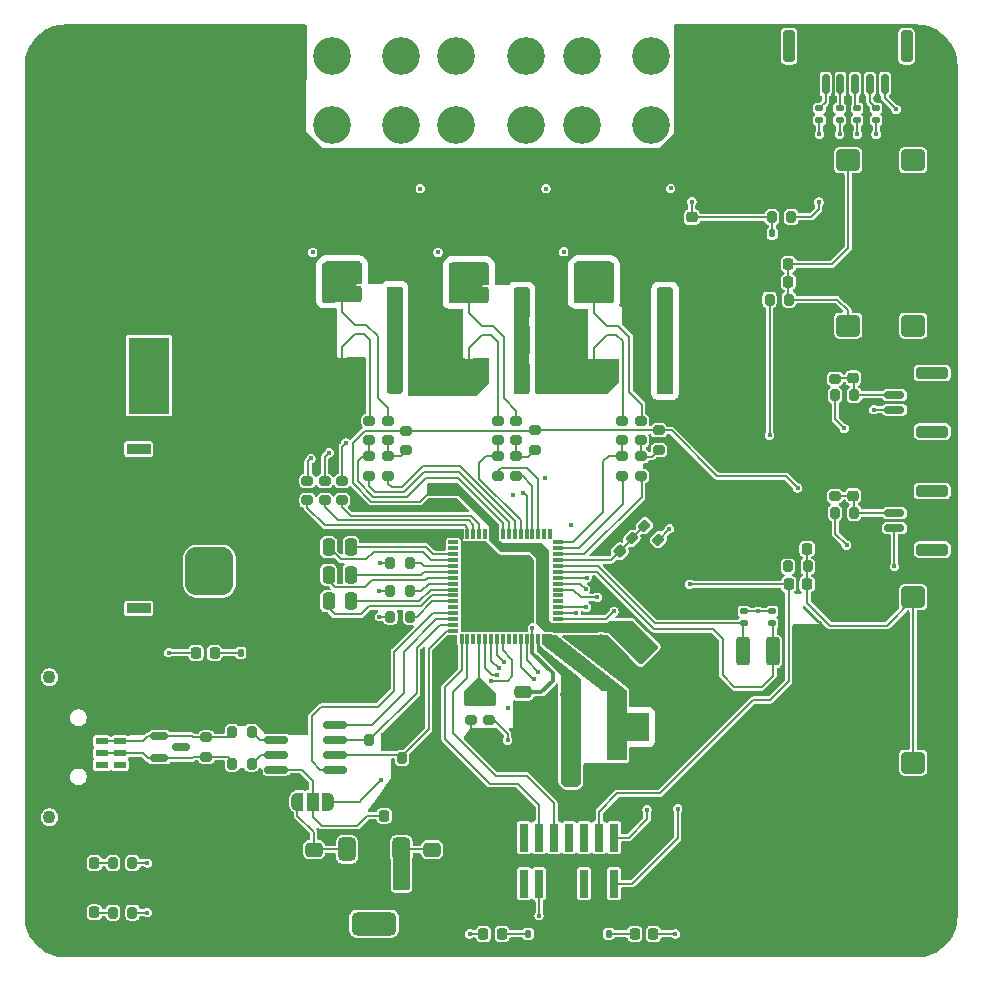
<source format=gbr>
%TF.GenerationSoftware,KiCad,Pcbnew,9.0.6-9.0.6~ubuntu24.04.1*%
%TF.CreationDate,2025-11-20T19:16:13+01:00*%
%TF.ProjectId,FOC_CONTROLLER_V2,464f435f-434f-44e5-9452-4f4c4c45525f,rev?*%
%TF.SameCoordinates,Original*%
%TF.FileFunction,Copper,L1,Top*%
%TF.FilePolarity,Positive*%
%FSLAX46Y46*%
G04 Gerber Fmt 4.6, Leading zero omitted, Abs format (unit mm)*
G04 Created by KiCad (PCBNEW 9.0.6-9.0.6~ubuntu24.04.1) date 2025-11-20 19:16:13*
%MOMM*%
%LPD*%
G01*
G04 APERTURE LIST*
G04 Aperture macros list*
%AMRoundRect*
0 Rectangle with rounded corners*
0 $1 Rounding radius*
0 $2 $3 $4 $5 $6 $7 $8 $9 X,Y pos of 4 corners*
0 Add a 4 corners polygon primitive as box body*
4,1,4,$2,$3,$4,$5,$6,$7,$8,$9,$2,$3,0*
0 Add four circle primitives for the rounded corners*
1,1,$1+$1,$2,$3*
1,1,$1+$1,$4,$5*
1,1,$1+$1,$6,$7*
1,1,$1+$1,$8,$9*
0 Add four rect primitives between the rounded corners*
20,1,$1+$1,$2,$3,$4,$5,0*
20,1,$1+$1,$4,$5,$6,$7,0*
20,1,$1+$1,$6,$7,$8,$9,0*
20,1,$1+$1,$8,$9,$2,$3,0*%
%AMFreePoly0*
4,1,23,0.550000,-0.750000,0.000000,-0.750000,0.000000,-0.745722,-0.065263,-0.745722,-0.191342,-0.711940,-0.304381,-0.646677,-0.396677,-0.554381,-0.461940,-0.441342,-0.495722,-0.315263,-0.495722,-0.250000,-0.500000,-0.250000,-0.500000,0.250000,-0.495722,0.250000,-0.495722,0.315263,-0.461940,0.441342,-0.396677,0.554381,-0.304381,0.646677,-0.191342,0.711940,-0.065263,0.745722,0.000000,0.745722,
0.000000,0.750000,0.550000,0.750000,0.550000,-0.750000,0.550000,-0.750000,$1*%
%AMFreePoly1*
4,1,23,0.000000,0.745722,0.065263,0.745722,0.191342,0.711940,0.304381,0.646677,0.396677,0.554381,0.461940,0.441342,0.495722,0.315263,0.495722,0.250000,0.500000,0.250000,0.500000,-0.250000,0.495722,-0.250000,0.495722,-0.315263,0.461940,-0.441342,0.396677,-0.554381,0.304381,-0.646677,0.191342,-0.711940,0.065263,-0.745722,0.000000,-0.745722,0.000000,-0.750000,-0.550000,-0.750000,
-0.550000,0.750000,0.000000,0.750000,0.000000,0.745722,0.000000,0.745722,$1*%
G04 Aperture macros list end*
%TA.AperFunction,SMDPad,CuDef*%
%ADD10RoundRect,0.200000X0.200000X0.275000X-0.200000X0.275000X-0.200000X-0.275000X0.200000X-0.275000X0*%
%TD*%
%TA.AperFunction,SMDPad,CuDef*%
%ADD11RoundRect,0.135000X0.185000X-0.135000X0.185000X0.135000X-0.185000X0.135000X-0.185000X-0.135000X0*%
%TD*%
%TA.AperFunction,SMDPad,CuDef*%
%ADD12RoundRect,0.250000X0.412500X1.100000X-0.412500X1.100000X-0.412500X-1.100000X0.412500X-1.100000X0*%
%TD*%
%TA.AperFunction,SMDPad,CuDef*%
%ADD13RoundRect,0.218750X0.218750X0.256250X-0.218750X0.256250X-0.218750X-0.256250X0.218750X-0.256250X0*%
%TD*%
%TA.AperFunction,ComponentPad*%
%ADD14C,3.200000*%
%TD*%
%TA.AperFunction,SMDPad,CuDef*%
%ADD15RoundRect,0.200000X-0.275000X0.200000X-0.275000X-0.200000X0.275000X-0.200000X0.275000X0.200000X0*%
%TD*%
%TA.AperFunction,SMDPad,CuDef*%
%ADD16RoundRect,0.250000X0.250000X0.475000X-0.250000X0.475000X-0.250000X-0.475000X0.250000X-0.475000X0*%
%TD*%
%TA.AperFunction,SMDPad,CuDef*%
%ADD17RoundRect,0.200000X0.275000X-0.200000X0.275000X0.200000X-0.275000X0.200000X-0.275000X-0.200000X0*%
%TD*%
%TA.AperFunction,SMDPad,CuDef*%
%ADD18RoundRect,0.225000X0.250000X-0.225000X0.250000X0.225000X-0.250000X0.225000X-0.250000X-0.225000X0*%
%TD*%
%TA.AperFunction,SMDPad,CuDef*%
%ADD19RoundRect,0.225000X-0.250000X0.225000X-0.250000X-0.225000X0.250000X-0.225000X0.250000X0.225000X0*%
%TD*%
%TA.AperFunction,SMDPad,CuDef*%
%ADD20RoundRect,0.225000X-0.017678X0.335876X-0.335876X0.017678X0.017678X-0.335876X0.335876X-0.017678X0*%
%TD*%
%TA.AperFunction,SMDPad,CuDef*%
%ADD21FreePoly0,180.000000*%
%TD*%
%TA.AperFunction,SMDPad,CuDef*%
%ADD22R,1.000000X1.500000*%
%TD*%
%TA.AperFunction,SMDPad,CuDef*%
%ADD23FreePoly1,180.000000*%
%TD*%
%TA.AperFunction,ComponentPad*%
%ADD24C,0.800000*%
%TD*%
%TA.AperFunction,ComponentPad*%
%ADD25C,6.400000*%
%TD*%
%TA.AperFunction,SMDPad,CuDef*%
%ADD26RoundRect,0.135000X-0.135000X-0.185000X0.135000X-0.185000X0.135000X0.185000X-0.135000X0.185000X0*%
%TD*%
%TA.AperFunction,SMDPad,CuDef*%
%ADD27RoundRect,0.225000X0.225000X0.250000X-0.225000X0.250000X-0.225000X-0.250000X0.225000X-0.250000X0*%
%TD*%
%TA.AperFunction,SMDPad,CuDef*%
%ADD28RoundRect,0.200000X0.335876X0.053033X0.053033X0.335876X-0.335876X-0.053033X-0.053033X-0.335876X0*%
%TD*%
%TA.AperFunction,SMDPad,CuDef*%
%ADD29RoundRect,0.218750X-0.218750X-0.256250X0.218750X-0.256250X0.218750X0.256250X-0.218750X0.256250X0*%
%TD*%
%TA.AperFunction,SMDPad,CuDef*%
%ADD30R,1.050000X0.600000*%
%TD*%
%TA.AperFunction,ComponentPad*%
%ADD31C,1.090000*%
%TD*%
%TA.AperFunction,SMDPad,CuDef*%
%ADD32RoundRect,0.150000X-0.587500X-0.150000X0.587500X-0.150000X0.587500X0.150000X-0.587500X0.150000X0*%
%TD*%
%TA.AperFunction,SMDPad,CuDef*%
%ADD33RoundRect,0.225000X-0.225000X-0.250000X0.225000X-0.250000X0.225000X0.250000X-0.225000X0.250000X0*%
%TD*%
%TA.AperFunction,SMDPad,CuDef*%
%ADD34RoundRect,0.200000X-0.200000X-0.275000X0.200000X-0.275000X0.200000X0.275000X-0.200000X0.275000X0*%
%TD*%
%TA.AperFunction,SMDPad,CuDef*%
%ADD35RoundRect,0.150000X0.825000X0.150000X-0.825000X0.150000X-0.825000X-0.150000X0.825000X-0.150000X0*%
%TD*%
%TA.AperFunction,SMDPad,CuDef*%
%ADD36RoundRect,0.250000X-0.475000X0.337500X-0.475000X-0.337500X0.475000X-0.337500X0.475000X0.337500X0*%
%TD*%
%TA.AperFunction,ComponentPad*%
%ADD37R,2.000000X0.900000*%
%TD*%
%TA.AperFunction,ComponentPad*%
%ADD38RoundRect,1.025000X1.025000X-1.025000X1.025000X1.025000X-1.025000X1.025000X-1.025000X-1.025000X0*%
%TD*%
%TA.AperFunction,ComponentPad*%
%ADD39C,4.100000*%
%TD*%
%TA.AperFunction,SMDPad,CuDef*%
%ADD40R,3.500000X6.500000*%
%TD*%
%TA.AperFunction,SMDPad,CuDef*%
%ADD41RoundRect,0.150000X0.150000X0.700000X-0.150000X0.700000X-0.150000X-0.700000X0.150000X-0.700000X0*%
%TD*%
%TA.AperFunction,SMDPad,CuDef*%
%ADD42RoundRect,0.250000X0.250000X1.100000X-0.250000X1.100000X-0.250000X-1.100000X0.250000X-1.100000X0*%
%TD*%
%TA.AperFunction,SMDPad,CuDef*%
%ADD43RoundRect,0.249999X1.425001X-0.450001X1.425001X0.450001X-1.425001X0.450001X-1.425001X-0.450001X0*%
%TD*%
%TA.AperFunction,SMDPad,CuDef*%
%ADD44RoundRect,0.022875X0.053375X0.423375X-0.053375X0.423375X-0.053375X-0.423375X0.053375X-0.423375X0*%
%TD*%
%TA.AperFunction,SMDPad,CuDef*%
%ADD45RoundRect,0.200000X-0.335876X-0.053033X-0.053033X-0.335876X0.335876X0.053033X0.053033X0.335876X0*%
%TD*%
%TA.AperFunction,SMDPad,CuDef*%
%ADD46R,0.850000X0.300000*%
%TD*%
%TA.AperFunction,SMDPad,CuDef*%
%ADD47R,0.300000X0.850000*%
%TD*%
%TA.AperFunction,SMDPad,CuDef*%
%ADD48R,4.100000X4.100000*%
%TD*%
%TA.AperFunction,SMDPad,CuDef*%
%ADD49RoundRect,0.225000X-0.335876X-0.017678X-0.017678X-0.335876X0.335876X0.017678X0.017678X0.335876X0*%
%TD*%
%TA.AperFunction,SMDPad,CuDef*%
%ADD50RoundRect,0.250000X-0.475000X0.250000X-0.475000X-0.250000X0.475000X-0.250000X0.475000X0.250000X0*%
%TD*%
%TA.AperFunction,SMDPad,CuDef*%
%ADD51RoundRect,0.270000X0.730000X-0.630000X0.730000X0.630000X-0.730000X0.630000X-0.730000X-0.630000X0*%
%TD*%
%TA.AperFunction,SMDPad,CuDef*%
%ADD52RoundRect,0.375000X-0.375000X0.625000X-0.375000X-0.625000X0.375000X-0.625000X0.375000X0.625000X0*%
%TD*%
%TA.AperFunction,SMDPad,CuDef*%
%ADD53RoundRect,0.500000X-1.400000X0.500000X-1.400000X-0.500000X1.400000X-0.500000X1.400000X0.500000X0*%
%TD*%
%TA.AperFunction,SMDPad,CuDef*%
%ADD54R,0.740000X2.400000*%
%TD*%
%TA.AperFunction,SMDPad,CuDef*%
%ADD55R,1.700000X5.600000*%
%TD*%
%TA.AperFunction,SMDPad,CuDef*%
%ADD56RoundRect,0.135000X0.135000X0.185000X-0.135000X0.185000X-0.135000X-0.185000X0.135000X-0.185000X0*%
%TD*%
%TA.AperFunction,SMDPad,CuDef*%
%ADD57RoundRect,0.150000X0.700000X-0.150000X0.700000X0.150000X-0.700000X0.150000X-0.700000X-0.150000X0*%
%TD*%
%TA.AperFunction,SMDPad,CuDef*%
%ADD58RoundRect,0.250000X1.100000X-0.250000X1.100000X0.250000X-1.100000X0.250000X-1.100000X-0.250000X0*%
%TD*%
%TA.AperFunction,SMDPad,CuDef*%
%ADD59RoundRect,0.250000X0.310000X-0.970000X0.310000X0.970000X-0.310000X0.970000X-0.310000X-0.970000X0*%
%TD*%
%TA.AperFunction,SMDPad,CuDef*%
%ADD60RoundRect,0.225000X-0.225000X-0.375000X0.225000X-0.375000X0.225000X0.375000X-0.225000X0.375000X0*%
%TD*%
%TA.AperFunction,ViaPad*%
%ADD61C,0.450000*%
%TD*%
%TA.AperFunction,ViaPad*%
%ADD62C,0.400000*%
%TD*%
%TA.AperFunction,Conductor*%
%ADD63C,0.200000*%
%TD*%
%TA.AperFunction,Conductor*%
%ADD64C,0.300000*%
%TD*%
G04 APERTURE END LIST*
D10*
%TO.P,R36,1*%
%TO.N,Net-(U1-B)*%
X119725000Y-119090000D03*
%TO.P,R36,2*%
%TO.N,/B*%
X118075000Y-119090000D03*
%TD*%
D11*
%TO.P,R43,1*%
%TO.N,Net-(IC1-PB3)*%
X171000000Y-64610000D03*
%TO.P,R43,2*%
%TO.N,/SPI_SCLK*%
X171000000Y-63590000D03*
%TD*%
D12*
%TO.P,C6,1*%
%TO.N,GND*%
X157862500Y-80049996D03*
%TO.P,C6,2*%
%TO.N,+48V*%
X154737500Y-80049996D03*
%TD*%
D13*
%TO.P,5V,1,K*%
%TO.N,Net-(D8-K)*%
X140927501Y-133500000D03*
%TO.P,5V,2,A*%
%TO.N,+5V*%
X139352499Y-133500000D03*
%TD*%
D14*
%TO.P,J2,1,Pin_1*%
%TO.N,/OUT1*%
X126505000Y-65035000D03*
X132375000Y-65035000D03*
X126505000Y-59165000D03*
X132375000Y-59165000D03*
%TD*%
D15*
%TO.P,R24,1*%
%TO.N,/Ampli_3/VSHUNTXP*%
X152700000Y-90075000D03*
%TO.P,R24,2*%
%TO.N,Net-(R24-Pad2)*%
X152700000Y-91725000D03*
%TD*%
D16*
%TO.P,C3,1*%
%TO.N,/BOOT2*%
X128150000Y-103100000D03*
%TO.P,C3,2*%
%TO.N,/OUT2*%
X126250000Y-103100000D03*
%TD*%
D17*
%TO.P,R5,1*%
%TO.N,/GLS2*%
X125924999Y-96800000D03*
%TO.P,R5,2*%
%TO.N,Net-(Q4-G)*%
X125924999Y-95150000D03*
%TD*%
D15*
%TO.P,R2,1*%
%TO.N,Net-(IC1-SCREF)*%
X139800000Y-113775000D03*
%TO.P,R2,2*%
%TO.N,+3.3V*%
X139800000Y-115425000D03*
%TD*%
D11*
%TO.P,R46,1*%
%TO.N,/ADD_SEL_1*%
X163800000Y-107209999D03*
%TO.P,R46,2*%
%TO.N,+3.3V*%
X163800000Y-106190001D03*
%TD*%
D12*
%TO.P,C32,1*%
%TO.N,GND*%
X134962500Y-80049999D03*
%TO.P,C32,2*%
%TO.N,+48V*%
X131837500Y-80049999D03*
%TD*%
D10*
%TO.P,NTC1,1*%
%TO.N,+3.3V*%
X165425000Y-72800000D03*
%TO.P,NTC1,2*%
%TO.N,/NTC*%
X163775000Y-72800000D03*
%TD*%
D15*
%TO.P,R17,1*%
%TO.N,/OPN1*%
X129700000Y-93050000D03*
%TO.P,R17,2*%
%TO.N,/OPO1*%
X129700000Y-94700000D03*
%TD*%
D18*
%TO.P,C24,1*%
%TO.N,GND*%
X157000000Y-74375000D03*
%TO.P,C24,2*%
%TO.N,/NTC*%
X157000000Y-72825000D03*
%TD*%
D19*
%TO.P,C29,1*%
%TO.N,GND*%
X170675000Y-94850000D03*
%TO.P,C29,2*%
%TO.N,/Conn_SW_2*%
X170675000Y-96400000D03*
%TD*%
D10*
%TO.P,R50,1*%
%TO.N,/Conn_SW_1*%
X170750000Y-87900000D03*
%TO.P,R50,2*%
%TO.N,/L_SW_1*%
X169100000Y-87900000D03*
%TD*%
D11*
%TO.P,R47,1*%
%TO.N,/ADD_SEL_0*%
X161400000Y-107209999D03*
%TO.P,R47,2*%
%TO.N,+3.3V*%
X161400000Y-106190001D03*
%TD*%
D20*
%TO.P,C11,1*%
%TO.N,+3.3V*%
X152515739Y-109669723D03*
%TO.P,C11,2*%
%TO.N,GND*%
X151419723Y-110765739D03*
%TD*%
D17*
%TO.P,R7,1*%
%TO.N,/GLS3*%
X124449998Y-96800000D03*
%TO.P,R7,2*%
%TO.N,Net-(Q6-G)*%
X124449998Y-95150000D03*
%TD*%
D11*
%TO.P,Encoder,1*%
%TO.N,Net-(IC1-PD2)*%
X172600000Y-64610000D03*
%TO.P,Encoder,2*%
%TO.N,/SPI_CS*%
X172600000Y-63590000D03*
%TD*%
D21*
%TO.P,PwrJumper1,1,A*%
%TO.N,+3.3V*%
X126200000Y-122300000D03*
D22*
%TO.P,PwrJumper1,2,C*%
%TO.N,Net-(PwrJumper1-C)*%
X124900000Y-122300000D03*
D23*
%TO.P,PwrJumper1,3,B*%
%TO.N,+3\u002C3V_EXT*%
X123600000Y-122300000D03*
%TD*%
D24*
%TO.P,H4,1,1*%
%TO.N,GND*%
X115100000Y-67000000D03*
X115802944Y-65302944D03*
X115802944Y-68697056D03*
X117500000Y-64600000D03*
D25*
X117500000Y-67000000D03*
D24*
X117500000Y-69400000D03*
X119197056Y-65302944D03*
X119197056Y-68697056D03*
X119900000Y-67000000D03*
%TD*%
D26*
%TO.P,R45,1*%
%TO.N,/NTC*%
X163790000Y-74200000D03*
%TO.P,R45,2*%
%TO.N,GND*%
X164810000Y-74200000D03*
%TD*%
D20*
%TO.P,C12,1*%
%TO.N,+3.3V*%
X151448008Y-108601992D03*
%TO.P,C12,2*%
%TO.N,GND*%
X150351992Y-109698008D03*
%TD*%
D10*
%TO.P,R11,1*%
%TO.N,Net-(IC1-PC14)*%
X109637500Y-127500000D03*
%TO.P,R11,2*%
%TO.N,Net-(D1-A)*%
X107987500Y-127500000D03*
%TD*%
D17*
%TO.P,R10,1*%
%TO.N,GND*%
X138300000Y-115425000D03*
%TO.P,R10,2*%
%TO.N,Net-(IC1-SCREF)*%
X138300000Y-113775000D03*
%TD*%
D27*
%TO.P,C9,1*%
%TO.N,Net-(C9-Pad1)*%
X166750000Y-100900000D03*
%TO.P,C9,2*%
%TO.N,GND*%
X165200000Y-100900000D03*
%TD*%
D15*
%TO.P,R22,1*%
%TO.N,/OPN2*%
X140550000Y-93050000D03*
%TO.P,R22,2*%
%TO.N,/OPO2*%
X140550000Y-94700000D03*
%TD*%
D19*
%TO.P,C10,1*%
%TO.N,+3.3V*%
X135160000Y-95725000D03*
%TO.P,C10,2*%
%TO.N,GND*%
X135160000Y-97275000D03*
%TD*%
D28*
%TO.P,R28,1*%
%TO.N,+48V*%
X154151094Y-100115632D03*
%TO.P,R28,2*%
%TO.N,Net-(IC1-PA0)*%
X152984368Y-98948906D03*
%TD*%
D19*
%TO.P,C14,1*%
%TO.N,+3.3V*%
X136660000Y-95725000D03*
%TO.P,C14,2*%
%TO.N,GND*%
X136660000Y-97275000D03*
%TD*%
D29*
%TO.P,3v3,1,K*%
%TO.N,Net-(D9-K)*%
X152172499Y-133500000D03*
%TO.P,3v3,2,A*%
%TO.N,+3.3V*%
X153747501Y-133500000D03*
%TD*%
D30*
%TO.P,J11,01,01*%
%TO.N,+5V*%
X108582500Y-119200000D03*
%TO.P,J11,02,02*%
X107032500Y-119200000D03*
%TO.P,J11,03,03*%
%TO.N,/B*%
X108582500Y-118200000D03*
%TO.P,J11,04,04*%
X107032500Y-118200000D03*
%TO.P,J11,05,05*%
%TO.N,/A*%
X108582500Y-117200000D03*
%TO.P,J11,06,06*%
X107032500Y-117200000D03*
%TO.P,J11,07,07*%
%TO.N,GND*%
X108582500Y-116200000D03*
%TO.P,J11,08,08*%
X107032500Y-116200000D03*
D31*
%TO.P,J11,S1*%
%TO.N,N/C*%
X102607500Y-111775000D03*
%TO.P,J11,S2*%
X102607500Y-123625000D03*
%TD*%
D12*
%TO.P,C31,1*%
%TO.N,GND*%
X145712500Y-80049996D03*
%TO.P,C31,2*%
%TO.N,+48V*%
X142587500Y-80049996D03*
%TD*%
D32*
%TO.P,D2,1,K*%
%TO.N,/A*%
X111900000Y-116750000D03*
%TO.P,D2,2,K*%
%TO.N,/B*%
X111900000Y-118650000D03*
%TO.P,D2,3,A*%
%TO.N,GND*%
X113775000Y-117700000D03*
%TD*%
D33*
%TO.P,C18,1*%
%TO.N,GND*%
X163625000Y-78300000D03*
%TO.P,C18,2*%
%TO.N,Net-(C18-Pad2)*%
X165175000Y-78300000D03*
%TD*%
D15*
%TO.P,R18,1*%
%TO.N,/Ampli_1/VSHUNTXP*%
X131300000Y-90075000D03*
%TO.P,R18,2*%
%TO.N,Net-(R14-Pad1)*%
X131300000Y-91725000D03*
%TD*%
D26*
%TO.P,R38,1*%
%TO.N,Net-(D8-K)*%
X143132500Y-133500000D03*
%TO.P,R38,2*%
%TO.N,GND*%
X144152498Y-133500000D03*
%TD*%
D10*
%TO.P,R30,1*%
%TO.N,Net-(C18-Pad2)*%
X165225000Y-79800000D03*
%TO.P,R30,2*%
%TO.N,/User*%
X163575000Y-79800000D03*
%TD*%
D29*
%TO.P,LED 2,1,K*%
%TO.N,GND*%
X104825000Y-131690000D03*
%TO.P,LED 2,2,A*%
%TO.N,Net-(D3-A)*%
X106400000Y-131690000D03*
%TD*%
D19*
%TO.P,C28,1*%
%TO.N,GND*%
X170675000Y-84900000D03*
%TO.P,C28,2*%
%TO.N,/Conn_SW_1*%
X170675000Y-86450000D03*
%TD*%
D10*
%TO.P,R1,1*%
%TO.N,/GHS2*%
X133125000Y-104450000D03*
%TO.P,R1,2*%
%TO.N,Net-(Q2-G)*%
X131475000Y-104450000D03*
%TD*%
D34*
%TO.P,R8,1*%
%TO.N,+3.3V*%
X165150000Y-102400000D03*
%TO.P,R8,2*%
%TO.N,Net-(C9-Pad1)*%
X166800000Y-102400000D03*
%TD*%
D35*
%TO.P,U1,1,R*%
%TO.N,/UART_TX*%
X126775000Y-119605000D03*
%TO.P,U1,2,~{RE}*%
%TO.N,/DRIVE_EN*%
X126775000Y-118335000D03*
%TO.P,U1,3,DE*%
%TO.N,/RECIEVE_EN*%
X126775000Y-117065000D03*
%TO.P,U1,4,D*%
%TO.N,/UART_RX*%
X126775000Y-115795000D03*
%TO.P,U1,5,GND*%
%TO.N,GND*%
X121825000Y-115795000D03*
%TO.P,U1,6,A*%
%TO.N,Net-(U1-A)*%
X121825000Y-117065000D03*
%TO.P,U1,7,B*%
%TO.N,Net-(U1-B)*%
X121825000Y-118335000D03*
%TO.P,U1,8,VCC*%
%TO.N,Net-(PwrJumper1-C)*%
X121825000Y-119605000D03*
%TD*%
D26*
%TO.P,R40,1*%
%TO.N,Net-(D5-K)*%
X118805000Y-109710001D03*
%TO.P,R40,2*%
%TO.N,GND*%
X119824998Y-109710001D03*
%TD*%
D17*
%TO.P,R51,1*%
%TO.N,/Conn_SW_2*%
X169125000Y-96450000D03*
%TO.P,R51,2*%
%TO.N,GND*%
X169125000Y-94800000D03*
%TD*%
D36*
%TO.P,C20,1*%
%TO.N,+3\u002C3V_EXT*%
X125000000Y-126362500D03*
%TO.P,C20,2*%
%TO.N,GND*%
X125000000Y-128437500D03*
%TD*%
D14*
%TO.P,V,1,Pin_1*%
%TO.N,/OUT2*%
X137065000Y-65035000D03*
X142935000Y-65035000D03*
X137065000Y-59165000D03*
X142935000Y-59165000D03*
%TD*%
D37*
%TO.P,DC IN,*%
%TO.N,*%
X110150000Y-105950000D03*
X110150000Y-92450000D03*
D38*
%TO.P,DC IN,1,Pin_1*%
%TO.N,+48V*%
X116150000Y-102800000D03*
D39*
%TO.P,DC IN,2,Pin_2*%
%TO.N,GND*%
X116150000Y-95600000D03*
%TD*%
D11*
%TO.P,R41,1*%
%TO.N,Net-(IC1-PB5)*%
X167800000Y-64610000D03*
%TO.P,R41,2*%
%TO.N,/SPI_MOSI*%
X167800000Y-63590000D03*
%TD*%
D40*
%TO.P,C2,1*%
%TO.N,+48V*%
X111033885Y-86250000D03*
%TO.P,C2,2*%
%TO.N,GND*%
X111033885Y-73750000D03*
%TD*%
D36*
%TO.P,C19,1*%
%TO.N,+5V*%
X135000000Y-126362500D03*
%TO.P,C19,2*%
%TO.N,GND*%
X135000000Y-128437500D03*
%TD*%
D34*
%TO.P,R34,1*%
%TO.N,/DRIVE_EN*%
X132475000Y-118600000D03*
%TO.P,R34,2*%
%TO.N,GND*%
X134125000Y-118600000D03*
%TD*%
D12*
%TO.P,C21,1*%
%TO.N,GND*%
X134962500Y-83250000D03*
%TO.P,C21,2*%
%TO.N,+48V*%
X131837500Y-83250000D03*
%TD*%
D41*
%TO.P,J12,1,Pin_1*%
%TO.N,+3.3V*%
X173325000Y-61550000D03*
%TO.P,J12,2,Pin_2*%
%TO.N,/SPI_CS*%
X172075000Y-61550000D03*
%TO.P,J12,3,Pin_3*%
%TO.N,/SPI_SCLK*%
X170825000Y-61550000D03*
%TO.P,J12,4,Pin_4*%
%TO.N,/SPI_MISO*%
X169575000Y-61550000D03*
%TO.P,J12,5,Pin_5*%
%TO.N,/SPI_MOSI*%
X168325000Y-61550000D03*
%TO.P,J12,6,Pin_6*%
%TO.N,GND*%
X167075000Y-61550000D03*
D42*
%TO.P,J12,MP*%
%TO.N,N/C*%
X175175000Y-58350000D03*
X165225000Y-58350000D03*
%TD*%
D10*
%TO.P,R4,1*%
%TO.N,/GHS1*%
X133125000Y-106650000D03*
%TO.P,R4,2*%
%TO.N,Net-(Q3-G)*%
X131475000Y-106650000D03*
%TD*%
D43*
%TO.P,R32,1*%
%TO.N,GND*%
X138100000Y-85550000D03*
D44*
%TO.P,R32,2*%
%TO.N,/Ampli_2/VSHUNTXN*%
X138100000Y-84500001D03*
%TO.P,R32,3*%
%TO.N,/Ampli_2/VSHUNTXP*%
X138100000Y-80499999D03*
D43*
%TO.P,R32,4*%
%TO.N,Net-(Q4-S-Pad1)*%
X138100000Y-79450000D03*
%TD*%
D10*
%TO.P,R48,1*%
%TO.N,Net-(IC1-PC15)*%
X109637500Y-131700000D03*
%TO.P,R48,2*%
%TO.N,Net-(D3-A)*%
X107987500Y-131700000D03*
%TD*%
D45*
%TO.P,R29,1*%
%TO.N,Net-(IC1-PA0)*%
X151916637Y-100016637D03*
%TO.P,R29,2*%
%TO.N,GND*%
X153083363Y-101183363D03*
%TD*%
D18*
%TO.P,C13,1*%
%TO.N,Net-(IC1-REGIN)*%
X152900000Y-115267893D03*
%TO.P,C13,2*%
%TO.N,GND*%
X152900000Y-113717893D03*
%TD*%
D46*
%TO.P,IC1,1,REG3V3/VDD*%
%TO.N,+3.3V*%
X145700000Y-107850000D03*
%TO.P,IC1,2,VBAT*%
X145700000Y-107350000D03*
%TO.P,IC1,3,PC13*%
%TO.N,/User*%
X145700000Y-106850000D03*
%TO.P,IC1,4,PC14*%
%TO.N,Net-(IC1-PC14)*%
X145700000Y-106350000D03*
%TO.P,IC1,5,PC15*%
%TO.N,Net-(IC1-PC15)*%
X145700000Y-105850000D03*
%TO.P,IC1,6,PF0*%
%TO.N,unconnected-(IC1-PF0-Pad6)*%
X145700000Y-105350000D03*
%TO.P,IC1,7,PF1*%
%TO.N,unconnected-(IC1-PF1-Pad7)*%
X145700000Y-104850000D03*
%TO.P,IC1,8,PG10*%
%TO.N,/NRST*%
X145700000Y-104350000D03*
%TO.P,IC1,9,PC0*%
%TO.N,/VCP_TX*%
X145700000Y-103850000D03*
%TO.P,IC1,10,PC1*%
%TO.N,/VCP_RX*%
X145700000Y-103350000D03*
%TO.P,IC1,11,PC2*%
%TO.N,/ADD_SEL_1*%
X145700000Y-102850000D03*
%TO.P,IC1,12,PC3*%
%TO.N,/ADD_SEL_0*%
X145700000Y-102350000D03*
%TO.P,IC1,13,PA0*%
%TO.N,Net-(IC1-PA0)*%
X145700000Y-101850000D03*
%TO.P,IC1,14,PA1*%
%TO.N,/OPP3*%
X145700000Y-101350000D03*
%TO.P,IC1,15,PA2*%
%TO.N,/OPO3*%
X145700000Y-100850000D03*
%TO.P,IC1,16,PA3*%
%TO.N,/OPN3*%
X145700000Y-100350000D03*
D47*
%TO.P,IC1,17,PA4*%
%TO.N,unconnected-(IC1-PA4-Pad17)*%
X145000000Y-99650000D03*
%TO.P,IC1,18,PA5*%
%TO.N,unconnected-(IC1-PA5-Pad18)*%
X144500000Y-99650000D03*
%TO.P,IC1,19,PA6*%
%TO.N,/OPO2*%
X144000000Y-99650000D03*
%TO.P,IC1,20,PA7*%
%TO.N,/OPP2*%
X143500000Y-99650000D03*
%TO.P,IC1,21,PC4*%
%TO.N,/NTC*%
X143000000Y-99650000D03*
%TO.P,IC1,22,PC5*%
%TO.N,/OPN2*%
X142500000Y-99650000D03*
%TO.P,IC1,23,PB0*%
%TO.N,/OPP1*%
X142000000Y-99650000D03*
%TO.P,IC1,24,PB1*%
%TO.N,/OPO1*%
X141500000Y-99650000D03*
%TO.P,IC1,25,PB2*%
%TO.N,/OPN1*%
X141000000Y-99650000D03*
%TO.P,IC1,26,VREF+*%
%TO.N,+3.3V*%
X140500000Y-99650000D03*
%TO.P,IC1,27,VDDA*%
X140000000Y-99650000D03*
%TO.P,IC1,28,PB10*%
%TO.N,unconnected-(IC1-PB10-Pad28)*%
X139500000Y-99650000D03*
%TO.P,IC1,29,GLS1*%
%TO.N,/GLS1*%
X139000000Y-99650000D03*
%TO.P,IC1,30,GLS2*%
%TO.N,/GLS2*%
X138500000Y-99650000D03*
%TO.P,IC1,31,GLS3*%
%TO.N,/GLS3*%
X138000000Y-99650000D03*
%TO.P,IC1,32,PGND*%
%TO.N,GND*%
X137500000Y-99650000D03*
D46*
%TO.P,IC1,33,NC_1*%
%TO.N,unconnected-(IC1-NC_1-Pad33)*%
X136800000Y-100350000D03*
%TO.P,IC1,34,NC_2*%
%TO.N,unconnected-(IC1-NC_2-Pad34)*%
X136800000Y-100850000D03*
%TO.P,IC1,35,BOOT3*%
%TO.N,/BOOT3*%
X136800000Y-101350000D03*
%TO.P,IC1,36,OUT3*%
%TO.N,/OUT3*%
X136800000Y-101850000D03*
%TO.P,IC1,37,GHS3*%
%TO.N,/GHS3*%
X136800000Y-102350000D03*
%TO.P,IC1,38,BOOT2*%
%TO.N,/BOOT2*%
X136800000Y-102850000D03*
%TO.P,IC1,39,OUT2*%
%TO.N,/OUT2*%
X136800000Y-103350000D03*
%TO.P,IC1,40,GHS2*%
%TO.N,/GHS2*%
X136800000Y-103850000D03*
%TO.P,IC1,41,BOOT1*%
%TO.N,/BOOT1*%
X136800000Y-104350000D03*
%TO.P,IC1,42,OUT1*%
%TO.N,/OUT1*%
X136800000Y-104850000D03*
%TO.P,IC1,43,GHS1*%
%TO.N,/GHS1*%
X136800000Y-105350000D03*
%TO.P,IC1,44,PA8*%
%TO.N,unconnected-(IC1-PA8-Pad44)*%
X136800000Y-105850000D03*
%TO.P,IC1,45,PA9*%
%TO.N,/UART_TX*%
X136800000Y-106350000D03*
%TO.P,IC1,46,PA10*%
%TO.N,/UART_RX*%
X136800000Y-106850000D03*
%TO.P,IC1,47,PA11*%
%TO.N,/RECIEVE_EN*%
X136800000Y-107350000D03*
%TO.P,IC1,48,PA12*%
%TO.N,/DRIVE_EN*%
X136800000Y-107850000D03*
D47*
%TO.P,IC1,49,PA13*%
%TO.N,/SWDIO*%
X137500000Y-108550000D03*
%TO.P,IC1,50,PA14*%
%TO.N,/SWCLK*%
X138000000Y-108550000D03*
%TO.P,IC1,51,PA15*%
%TO.N,unconnected-(IC1-PA15-Pad51)*%
X138500000Y-108550000D03*
%TO.P,IC1,52,SCREF*%
%TO.N,Net-(IC1-SCREF)*%
X139000000Y-108550000D03*
%TO.P,IC1,53,PD2*%
%TO.N,Net-(IC1-PD2)*%
X139500000Y-108550000D03*
%TO.P,IC1,54,PB3*%
%TO.N,Net-(IC1-PB3)*%
X140000000Y-108550000D03*
%TO.P,IC1,55,PB4*%
%TO.N,Net-(IC1-PB4)*%
X140500000Y-108550000D03*
%TO.P,IC1,56,PB5*%
%TO.N,Net-(IC1-PB5)*%
X141000000Y-108550000D03*
%TO.P,IC1,57,PB6*%
%TO.N,/PB6*%
X141500000Y-108550000D03*
%TO.P,IC1,58,PB7*%
%TO.N,/PB7*%
X142000000Y-108550000D03*
%TO.P,IC1,59,PB8*%
%TO.N,/L_SW_2*%
X142500000Y-108550000D03*
%TO.P,IC1,60,PB9*%
%TO.N,/L_SW_1*%
X143000000Y-108550000D03*
%TO.P,IC1,61,VM*%
%TO.N,+48V*%
X143500000Y-108550000D03*
%TO.P,IC1,62,SW*%
%TO.N,/SW*%
X144000000Y-108550000D03*
%TO.P,IC1,63,VCC*%
%TO.N,Net-(IC1-REGIN)*%
X144500000Y-108550000D03*
%TO.P,IC1,64,REGIN*%
X145000000Y-108550000D03*
D48*
%TO.P,IC1,65,VSS*%
%TO.N,GND*%
X141250000Y-104100000D03*
%TD*%
D16*
%TO.P,C5,1*%
%TO.N,/BOOT3*%
X128150000Y-100750000D03*
%TO.P,C5,2*%
%TO.N,/OUT3*%
X126250000Y-100750000D03*
%TD*%
D17*
%TO.P,R14,1*%
%TO.N,Net-(R14-Pad1)*%
X132800000Y-92550000D03*
%TO.P,R14,2*%
%TO.N,+3.3V*%
X132800000Y-90900000D03*
%TD*%
D19*
%TO.P,1  2,1*%
%TO.N,Net-(IC1-REGIN)*%
X152900000Y-116717893D03*
%TO.P,1  2,2*%
%TO.N,GND*%
X152900000Y-118267893D03*
%TD*%
D13*
%TO.P,D5,1,K*%
%TO.N,Net-(D5-K)*%
X116600000Y-109700000D03*
%TO.P,D5,2,A*%
%TO.N,+48V*%
X115024998Y-109700000D03*
%TD*%
D49*
%TO.P,C17,1*%
%TO.N,Net-(IC1-PA0)*%
X150891332Y-101112652D03*
%TO.P,C17,2*%
%TO.N,GND*%
X151987348Y-102208668D03*
%TD*%
D50*
%TO.P,C8,1*%
%TO.N,+48V*%
X142700000Y-113050001D03*
%TO.P,C8,2*%
%TO.N,GND*%
X142700000Y-114949999D03*
%TD*%
D51*
%TO.P,USER,1,A*%
%TO.N,Net-(C18-Pad2)*%
X170225000Y-82000000D03*
%TO.P,USER,2,A*%
X170225000Y-68000000D03*
%TO.P,USER,3,B*%
%TO.N,+3.3V*%
X175725000Y-82000000D03*
%TO.P,USER,4,B*%
X175725000Y-68000000D03*
%TD*%
D17*
%TO.P,R3,1*%
%TO.N,/GLS1*%
X127400000Y-96800000D03*
%TO.P,R3,2*%
%TO.N,Net-(Q1-G)*%
X127400000Y-95150000D03*
%TD*%
D15*
%TO.P,R16,1*%
%TO.N,/Ampli_1/VSHUNTXN*%
X129700000Y-90075000D03*
%TO.P,R16,2*%
%TO.N,/OPN1*%
X129700000Y-91725000D03*
%TD*%
D43*
%TO.P,R33,1*%
%TO.N,GND*%
X148700000Y-85550000D03*
D44*
%TO.P,R33,2*%
%TO.N,/Ampli_3/VSHUNTXN*%
X148700000Y-84500001D03*
%TO.P,R33,3*%
%TO.N,/Ampli_3/VSHUNTXP*%
X148700000Y-80499999D03*
D43*
%TO.P,R33,4*%
%TO.N,Net-(Q6-S-Pad1)*%
X148700000Y-79450000D03*
%TD*%
D52*
%TO.P,J10,1,IN*%
%TO.N,+5V*%
X132400000Y-126350000D03*
%TO.P,J10,2,GND*%
%TO.N,GND*%
X130100000Y-126350000D03*
%TO.P,J10,3,OUT*%
%TO.N,+3\u002C3V_EXT*%
X127800000Y-126350000D03*
D53*
%TO.P,J10,4*%
%TO.N,N/C*%
X130100000Y-132650000D03*
%TD*%
D24*
%TO.P,RS485,1,1*%
%TO.N,GND*%
X115100000Y-125000000D03*
X115802944Y-123302944D03*
X115802944Y-126697056D03*
X117500000Y-122600000D03*
D25*
X117500000Y-125000000D03*
D24*
X117500000Y-127400000D03*
X119197056Y-123302944D03*
X119197056Y-126697056D03*
X119900000Y-125000000D03*
%TD*%
D17*
%TO.P,R20,1*%
%TO.N,Net-(R19-Pad2)*%
X143700000Y-92525000D03*
%TO.P,R20,2*%
%TO.N,+3.3V*%
X143700000Y-90875000D03*
%TD*%
D29*
%TO.P,LED 1,1,K*%
%TO.N,GND*%
X104825000Y-127500000D03*
%TO.P,LED 1,2,A*%
%TO.N,Net-(D1-A)*%
X106400000Y-127500000D03*
%TD*%
D12*
%TO.P,C27,1*%
%TO.N,GND*%
X134962500Y-86449999D03*
%TO.P,C27,2*%
%TO.N,+48V*%
X131837500Y-86449999D03*
%TD*%
D15*
%TO.P,R19,1*%
%TO.N,/Ampli_2/VSHUNTXP*%
X142150000Y-90075000D03*
%TO.P,R19,2*%
%TO.N,Net-(R19-Pad2)*%
X142150000Y-91725000D03*
%TD*%
D33*
%TO.P,C30,1*%
%TO.N,Net-(PwrJumper1-C)*%
X130950000Y-123500000D03*
%TO.P,C30,2*%
%TO.N,GND*%
X132500000Y-123500000D03*
%TD*%
D14*
%TO.P,J4,1,Pin_1*%
%TO.N,/OUT3*%
X147655000Y-65035000D03*
X153525000Y-65035000D03*
X147655000Y-59165000D03*
X153525000Y-59165000D03*
%TD*%
D51*
%TO.P,nRST1,1,A*%
%TO.N,GND*%
X170225000Y-119000000D03*
%TO.P,nRST1,2,A*%
X170225000Y-105000000D03*
%TO.P,nRST1,3,B*%
%TO.N,Net-(C9-Pad1)*%
X175725000Y-119000000D03*
%TO.P,nRST1,4,B*%
X175725000Y-105000000D03*
%TD*%
D43*
%TO.P,R31,1*%
%TO.N,GND*%
X127400000Y-85450000D03*
D44*
%TO.P,R31,2*%
%TO.N,/Ampli_1/VSHUNTXN*%
X127400000Y-84400001D03*
%TO.P,R31,3*%
%TO.N,/Ampli_1/VSHUNTXP*%
X127400000Y-80399999D03*
D43*
%TO.P,R31,4*%
%TO.N,Net-(Q1-S-Pad1)*%
X127400000Y-79350000D03*
%TD*%
D17*
%TO.P,R21,1*%
%TO.N,/OPP2*%
X142150000Y-94725000D03*
%TO.P,R21,2*%
%TO.N,Net-(R19-Pad2)*%
X142150000Y-93075000D03*
%TD*%
D12*
%TO.P,C26,1*%
%TO.N,GND*%
X157862500Y-83249998D03*
%TO.P,C26,2*%
%TO.N,+48V*%
X154737500Y-83249998D03*
%TD*%
D54*
%TO.P,JTAG,1,NC*%
%TO.N,unconnected-(J6-NC-Pad1)*%
X142790000Y-129250000D03*
%TO.P,JTAG,2,NC*%
%TO.N,unconnected-(J6-NC-Pad2)*%
X142790000Y-125350000D03*
%TO.P,JTAG,3,VCC*%
%TO.N,+3.3V*%
X144060000Y-129250000D03*
%TO.P,JTAG,4,JTMS/SWDIO*%
%TO.N,/SWDIO*%
X144060000Y-125350000D03*
%TO.P,JTAG,5,GND*%
%TO.N,GND*%
X145330000Y-129250000D03*
%TO.P,JTAG,6,JCLK/SWCLK*%
%TO.N,/SWCLK*%
X145330000Y-125350000D03*
%TO.P,JTAG,7,GND*%
%TO.N,GND*%
X146600000Y-129250000D03*
%TO.P,JTAG,8,JTDO/SWO*%
%TO.N,unconnected-(J6-JTDO{slash}SWO-Pad8)*%
X146600000Y-125350000D03*
%TO.P,JTAG,9,JRCLK/NC*%
%TO.N,unconnected-(J6-JRCLK{slash}NC-Pad9)*%
X147870000Y-129250000D03*
%TO.P,JTAG,10,JTDI/NC*%
%TO.N,unconnected-(J6-JTDI{slash}NC-Pad10)*%
X147870000Y-125350000D03*
%TO.P,JTAG,11,GNDDetect*%
%TO.N,GND*%
X149140000Y-129250000D03*
%TO.P,JTAG,12,~{RST}*%
%TO.N,/NRST*%
X149140000Y-125350000D03*
%TO.P,JTAG,13,VCP_RX*%
%TO.N,/VCP_RX*%
X150410000Y-129250000D03*
%TO.P,JTAG,14,VCP_TX*%
%TO.N,/VCP_TX*%
X150410000Y-125350000D03*
%TD*%
D55*
%TO.P,L1,1*%
%TO.N,/SW*%
X146735786Y-116000000D03*
%TO.P,L1,2*%
%TO.N,Net-(IC1-REGIN)*%
X150635786Y-116000000D03*
%TD*%
D34*
%TO.P,R35,1*%
%TO.N,/RECIEVE_EN*%
X129675000Y-117100000D03*
%TO.P,R35,2*%
%TO.N,GND*%
X131325000Y-117100000D03*
%TD*%
D17*
%TO.P,R49,1*%
%TO.N,/Conn_SW_1*%
X169125000Y-86500000D03*
%TO.P,R49,2*%
%TO.N,GND*%
X169125000Y-84850000D03*
%TD*%
D24*
%TO.P,H3,1,1*%
%TO.N,GND*%
X160100000Y-67000000D03*
X160802944Y-65302944D03*
X160802944Y-68697056D03*
X162500000Y-64600000D03*
D25*
X162500000Y-67000000D03*
D24*
X162500000Y-69400000D03*
X164197056Y-65302944D03*
X164197056Y-68697056D03*
X164900000Y-67000000D03*
%TD*%
D27*
%TO.P,R12,1*%
%TO.N,Net-(C18-Pad2)*%
X165175000Y-76800000D03*
%TO.P,R12,2*%
%TO.N,GND*%
X163625000Y-76800000D03*
%TD*%
D11*
%TO.P,R42,1*%
%TO.N,Net-(IC1-PB4)*%
X169500000Y-64610000D03*
%TO.P,R42,2*%
%TO.N,/SPI_MISO*%
X169500000Y-63590000D03*
%TD*%
D10*
%TO.P,GATE HIGH,1*%
%TO.N,/GHS3*%
X133125000Y-102100000D03*
%TO.P,GATE HIGH,2*%
%TO.N,Net-(Q5-G)*%
X131475000Y-102100000D03*
%TD*%
D27*
%TO.P,R9,1*%
%TO.N,Net-(C9-Pad1)*%
X166750000Y-103900000D03*
%TO.P,R9,2*%
%TO.N,/NRST*%
X165200000Y-103900000D03*
%TD*%
D15*
%TO.P,R53,1*%
%TO.N,/A*%
X115900000Y-116875000D03*
%TO.P,R53,2*%
%TO.N,/B*%
X115900000Y-118525000D03*
%TD*%
D24*
%TO.P,H2,1,1*%
%TO.N,GND*%
X160100000Y-125000000D03*
X160802944Y-123302944D03*
X160802944Y-126697056D03*
X162500000Y-122600000D03*
D25*
X162500000Y-125000000D03*
D24*
X162500000Y-127400000D03*
X164197056Y-123302944D03*
X164197056Y-126697056D03*
X164900000Y-125000000D03*
%TD*%
D56*
%TO.P,R39,1*%
%TO.N,Net-(D9-K)*%
X149967499Y-133510001D03*
%TO.P,R39,2*%
%TO.N,GND*%
X148947501Y-133510001D03*
%TD*%
D57*
%TO.P,LSW1,1,Pin_1*%
%TO.N,+3.3V*%
X174150000Y-89125000D03*
%TO.P,LSW1,2,Pin_2*%
%TO.N,/Conn_SW_1*%
X174150000Y-87875000D03*
D58*
%TO.P,LSW1,MP*%
%TO.N,N/C*%
X177350000Y-90975000D03*
X177350000Y-86025000D03*
%TD*%
D20*
%TO.P,C15,1*%
%TO.N,+3.3V*%
X150428680Y-107578680D03*
%TO.P,C15,2*%
%TO.N,GND*%
X149332664Y-108674696D03*
%TD*%
D57*
%TO.P,LSW2,1,Pin_1*%
%TO.N,+3.3V*%
X174150000Y-99125000D03*
%TO.P,LSW2,2,Pin_2*%
%TO.N,/Conn_SW_2*%
X174150000Y-97875000D03*
D58*
%TO.P,LSW2,MP*%
%TO.N,N/C*%
X177350000Y-100975000D03*
X177350000Y-96025000D03*
%TD*%
D17*
%TO.P,R25,1*%
%TO.N,Net-(R24-Pad2)*%
X154200000Y-92525000D03*
%TO.P,R25,2*%
%TO.N,+3.3V*%
X154200000Y-90875000D03*
%TD*%
D15*
%TO.P,R27,1*%
%TO.N,/OPN3*%
X151100000Y-93050000D03*
%TO.P,R27,2*%
%TO.N,/OPO3*%
X151100000Y-94700000D03*
%TD*%
D17*
%TO.P,R15,1*%
%TO.N,/OPP1*%
X131300000Y-94725000D03*
%TO.P,R15,2*%
%TO.N,Net-(R14-Pad1)*%
X131300000Y-93075000D03*
%TD*%
D12*
%TO.P,C4,1*%
%TO.N,GND*%
X157862500Y-86449998D03*
%TO.P,C4,2*%
%TO.N,+48V*%
X154737500Y-86449998D03*
%TD*%
D15*
%TO.P,R23,1*%
%TO.N,/Ampli_3/VSHUNTXN*%
X151100000Y-90075000D03*
%TO.P,R23,2*%
%TO.N,/OPN3*%
X151100000Y-91725000D03*
%TD*%
%TO.P,R13,1*%
%TO.N,/Ampli_2/VSHUNTXN*%
X140550000Y-90075000D03*
%TO.P,R13,2*%
%TO.N,/OPN2*%
X140550000Y-91725000D03*
%TD*%
D12*
%TO.P,C33,1*%
%TO.N,GND*%
X145712500Y-83249998D03*
%TO.P,C33,2*%
%TO.N,+48V*%
X142587500Y-83249998D03*
%TD*%
%TO.P,C22,1*%
%TO.N,GND*%
X145712500Y-86449998D03*
%TO.P,C22,2*%
%TO.N,+48V*%
X142587500Y-86449998D03*
%TD*%
D10*
%TO.P,R52,1*%
%TO.N,/Conn_SW_2*%
X170750000Y-97850000D03*
%TO.P,R52,2*%
%TO.N,/L_SW_2*%
X169100000Y-97850000D03*
%TD*%
%TO.P,R37,1*%
%TO.N,Net-(U1-A)*%
X119725000Y-116390000D03*
%TO.P,R37,2*%
%TO.N,/A*%
X118075000Y-116390000D03*
%TD*%
D16*
%TO.P,BOOT,1*%
%TO.N,/BOOT1*%
X128150000Y-105350000D03*
%TO.P,BOOT,2*%
%TO.N,/OUT1*%
X126250000Y-105350000D03*
%TD*%
D59*
%TO.P,Adress,1*%
%TO.N,GND*%
X161330000Y-118205000D03*
%TO.P,Adress,2*%
X163870000Y-118205000D03*
%TO.P,Adress,3*%
%TO.N,/ADD_SEL_1*%
X163870000Y-109595000D03*
%TO.P,Adress,4*%
%TO.N,/ADD_SEL_0*%
X161330000Y-109595000D03*
%TD*%
D17*
%TO.P,R26,1*%
%TO.N,/OPP3*%
X152700000Y-94725000D03*
%TO.P,R26,2*%
%TO.N,Net-(R24-Pad2)*%
X152700000Y-93075000D03*
%TD*%
D60*
%TO.P,D4,1,K*%
%TO.N,/SW*%
X146650000Y-120292893D03*
%TO.P,D4,2,A*%
%TO.N,GND*%
X149950000Y-120292893D03*
%TD*%
D61*
%TO.N,/OUT1*%
X126250000Y-105350000D03*
D62*
%TO.N,GND*%
X178900000Y-72700000D03*
X170300000Y-57000000D03*
D61*
X135000000Y-80800001D03*
D62*
X114800000Y-135000000D03*
D61*
X139800002Y-104900000D03*
D62*
X178900000Y-108700000D03*
D61*
X140500001Y-102500000D03*
D62*
X167299999Y-135000000D03*
X149332664Y-108674696D03*
X178900000Y-74200000D03*
X141853554Y-96353554D03*
X122300000Y-135000000D03*
X101100000Y-63200000D03*
X140250000Y-116800000D03*
X104300000Y-57000000D03*
X161300000Y-135000000D03*
X135160000Y-97275000D03*
X110300000Y-135000000D03*
X107300000Y-57000000D03*
D61*
X158050000Y-82499999D03*
X111033885Y-74899999D03*
X109533886Y-75700000D03*
D62*
X132800000Y-116000000D03*
D61*
X140500001Y-105700001D03*
X145700000Y-79299999D03*
D62*
X120800000Y-135000000D03*
X167600000Y-91200000D03*
X101100000Y-97700000D03*
D61*
X158050000Y-86700000D03*
X110233885Y-70900001D03*
D62*
X110300000Y-57000000D03*
D61*
X158050000Y-87200000D03*
X112533885Y-74900000D03*
D62*
X123550000Y-62149999D03*
X159800001Y-57000000D03*
X122300000Y-57000000D03*
D61*
X112533884Y-74100000D03*
X145700000Y-80799999D03*
D62*
X178900000Y-95200000D03*
X120800000Y-57000000D03*
D61*
X141300001Y-103300000D03*
D62*
X141100000Y-127300000D03*
X166000000Y-81600000D03*
D61*
X111033885Y-74100000D03*
D62*
X108800001Y-57000000D03*
X154600000Y-113000000D03*
X152300000Y-135000000D03*
X178900000Y-99700000D03*
X101100000Y-112700000D03*
X136660000Y-97275000D03*
X173300000Y-57000000D03*
X168800001Y-135000000D03*
X101100000Y-75200000D03*
D61*
X142800000Y-105700000D03*
D62*
X178900000Y-66700000D03*
D61*
X111833885Y-72500001D03*
D62*
X101100000Y-132200000D03*
X135200000Y-117100000D03*
X101100000Y-78200000D03*
X178900000Y-60700000D03*
D61*
X111033885Y-72500000D03*
D62*
X178900000Y-83200000D03*
X101100000Y-106700000D03*
D61*
X111033885Y-76500000D03*
X109533886Y-71700000D03*
X142800000Y-103300000D03*
X135000000Y-86700000D03*
D62*
X101100000Y-123200000D03*
D61*
X145700000Y-85699998D03*
D62*
X123550000Y-59150002D03*
X167900000Y-78300000D03*
X178900000Y-119200000D03*
X130200000Y-112700000D03*
X111800000Y-57000000D03*
X156450000Y-64250001D03*
D61*
X158050000Y-79299999D03*
D62*
X123550000Y-66650000D03*
X168800001Y-57000000D03*
X120100000Y-121600000D03*
X101100000Y-100700000D03*
D61*
X135000000Y-87200000D03*
X111833884Y-70900001D03*
X141300001Y-104099999D03*
D62*
X178900000Y-68200000D03*
X146800000Y-98900000D03*
X101100000Y-60200000D03*
X178900000Y-120700000D03*
X157800000Y-112900000D03*
X129800000Y-135000000D03*
D61*
X145700000Y-80300000D03*
D62*
X101100000Y-127700000D03*
X158299999Y-57000000D03*
X101100000Y-73700000D03*
X135800001Y-135000000D03*
X161600000Y-96050000D03*
X101100000Y-102200000D03*
X178900000Y-105700000D03*
D61*
X135000000Y-84000000D03*
D62*
X171800000Y-135000000D03*
X158299999Y-135000000D03*
X141800000Y-135000000D03*
X107300000Y-135000000D03*
X153900000Y-102000000D03*
X178900000Y-107200000D03*
X101100000Y-130700000D03*
X178900000Y-71200000D03*
D61*
X139800002Y-103300000D03*
D62*
X174800000Y-135000000D03*
X144000000Y-118500000D03*
X164700000Y-90900000D03*
X156450000Y-59750000D03*
X178900000Y-96700000D03*
D61*
X110233885Y-73300000D03*
D62*
X134299999Y-135000000D03*
X101100000Y-87200000D03*
X101100000Y-93200000D03*
X178900000Y-126700000D03*
X126800001Y-135000000D03*
X131300000Y-135000000D03*
D61*
X139800000Y-104100000D03*
D62*
X167300000Y-57000000D03*
X155900000Y-114200000D03*
X150800001Y-135000000D03*
X101100000Y-90200000D03*
X119300000Y-57000000D03*
X144603554Y-94903554D03*
X134750000Y-99900000D03*
X116299999Y-57000000D03*
X147800000Y-135000000D03*
X131550000Y-99800000D03*
D61*
X142100000Y-105700001D03*
D62*
X172400000Y-86700000D03*
X101100000Y-114200000D03*
D61*
X111033885Y-71700000D03*
D62*
X178900000Y-122200000D03*
D61*
X158050000Y-80799999D03*
D62*
X101100000Y-129200000D03*
D61*
X112533885Y-75700001D03*
D62*
X101100000Y-118700000D03*
X101100000Y-121700000D03*
X178900000Y-102700000D03*
D61*
X111033885Y-70900000D03*
X142100000Y-103300000D03*
D62*
X101100000Y-117200000D03*
X144800001Y-135000000D03*
X101100000Y-82700000D03*
D61*
X111833885Y-73300000D03*
D62*
X178900000Y-128200000D03*
X123550000Y-65149997D03*
D61*
X135000000Y-83500000D03*
D62*
X105800000Y-135000000D03*
D61*
X140500001Y-104900000D03*
D62*
X146300000Y-135000000D03*
X107032500Y-116200000D03*
D61*
X110233885Y-71700000D03*
D62*
X178900000Y-69700000D03*
X105800000Y-57000000D03*
X101100000Y-61700000D03*
D61*
X110233885Y-76500001D03*
X140500001Y-104100000D03*
D62*
X145000000Y-113700000D03*
X143299999Y-135000000D03*
X178900000Y-84700000D03*
X178900000Y-89200000D03*
X174500000Y-108000000D03*
D61*
X111833885Y-75700000D03*
D62*
X123550000Y-60650002D03*
X101100000Y-72200000D03*
D61*
X109533886Y-70900001D03*
X111033885Y-73300001D03*
X112533885Y-73300000D03*
D62*
X133800000Y-114250000D03*
X156450000Y-61250000D03*
X167900000Y-74900000D03*
D61*
X145700000Y-82999999D03*
D62*
X101100000Y-79700000D03*
X178900000Y-87700000D03*
X108800001Y-135000000D03*
X178900000Y-129700000D03*
X101100000Y-96200000D03*
X132450000Y-107850000D03*
X123800000Y-135000000D03*
D61*
X111833885Y-71700000D03*
D62*
X166700000Y-107900000D03*
X155300000Y-135000000D03*
X113775000Y-117700000D03*
D61*
X145700000Y-87200000D03*
X158050000Y-80300000D03*
X135000000Y-82999999D03*
D62*
X140300000Y-135000000D03*
D61*
X141300001Y-104900002D03*
D62*
X101100000Y-70700000D03*
X113300000Y-57000000D03*
X162700000Y-93950000D03*
D61*
X111833884Y-76500001D03*
X109533884Y-74900000D03*
D62*
X101100000Y-66200000D03*
X162800000Y-57000000D03*
X178900000Y-65200000D03*
X150100000Y-104900000D03*
X117800001Y-57000000D03*
X170225000Y-105000000D03*
X151419723Y-110765739D03*
D61*
X145700000Y-79799999D03*
X135000000Y-79299999D03*
X112533884Y-76500000D03*
D62*
X132800000Y-135000000D03*
X101100000Y-84200000D03*
X101100000Y-88700000D03*
X132100000Y-120300000D03*
X101100000Y-108200000D03*
D61*
X109533886Y-74100000D03*
X110233885Y-74900000D03*
D62*
X123550000Y-63649999D03*
D61*
X135000000Y-80300000D03*
D62*
X178900000Y-113200000D03*
D61*
X145700000Y-83500000D03*
D62*
X151800000Y-127100000D03*
X137300000Y-135000000D03*
D61*
X145700000Y-82499999D03*
D62*
X113300000Y-135000000D03*
X178900000Y-116200000D03*
D61*
X135000000Y-86199999D03*
D62*
X101100000Y-64700000D03*
X170300000Y-135000000D03*
X178900000Y-81700000D03*
X101100000Y-69200000D03*
X178900000Y-93700000D03*
X147200000Y-108700000D03*
X178900000Y-78700000D03*
D61*
X110233885Y-74100000D03*
D62*
X101100000Y-91700000D03*
X101100000Y-126200000D03*
D61*
X141300001Y-102500001D03*
D62*
X178900000Y-111700000D03*
X178900000Y-92200000D03*
D61*
X145700000Y-86199999D03*
D62*
X150351992Y-109698008D03*
X147300000Y-122700000D03*
X141800000Y-122300000D03*
D61*
X142100001Y-102500000D03*
D62*
X123550000Y-120600000D03*
X101100000Y-81200000D03*
X178900000Y-125200000D03*
D61*
X112533885Y-71700001D03*
D62*
X111800000Y-135000000D03*
X158350000Y-108950000D03*
X119300000Y-135000000D03*
X101100000Y-124700000D03*
D61*
X141300001Y-105700000D03*
D62*
X101100000Y-85700000D03*
D61*
X112533884Y-70900000D03*
X142800001Y-104900001D03*
D62*
X155100000Y-105600000D03*
D61*
X111833885Y-74900000D03*
D62*
X116299999Y-135000000D03*
X178900000Y-123700000D03*
X123550000Y-57650002D03*
X156450000Y-66100001D03*
X101100000Y-105200000D03*
X117800001Y-135000000D03*
X146300000Y-135000000D03*
X101100000Y-115700000D03*
D61*
X109533884Y-73300000D03*
D62*
X178900000Y-104200000D03*
X101100000Y-103700000D03*
D61*
X110233885Y-75700000D03*
D62*
X158400000Y-70000000D03*
X125299999Y-135000000D03*
D61*
X142800001Y-102500000D03*
X112533884Y-72500000D03*
D62*
X129600000Y-99750000D03*
X101100000Y-99200000D03*
X154400000Y-115800000D03*
D61*
X135000000Y-82500000D03*
D62*
X164300000Y-57000000D03*
X101100000Y-111200000D03*
X153800000Y-135000000D03*
D61*
X135000000Y-79799999D03*
X135000000Y-85700000D03*
D62*
X162800000Y-135000000D03*
D61*
X110233885Y-72500001D03*
D62*
X178900000Y-117700000D03*
X161300000Y-57000000D03*
X101100000Y-109700000D03*
D61*
X140500001Y-103300000D03*
X109533886Y-72500001D03*
D62*
X178900000Y-63700000D03*
X178900000Y-131200000D03*
X156800000Y-135000000D03*
X165800000Y-135000000D03*
D61*
X158050000Y-79799999D03*
D62*
X178900000Y-114700000D03*
D61*
X111033885Y-75700002D03*
D62*
X133750000Y-127450000D03*
X156800000Y-57000000D03*
X178900000Y-77200000D03*
D61*
X142100001Y-104100000D03*
D62*
X178900000Y-62200000D03*
D61*
X158050000Y-86199999D03*
X142800001Y-104100000D03*
D62*
X101100000Y-94700000D03*
D61*
X109533886Y-76500001D03*
X145700000Y-83999999D03*
D62*
X150700000Y-102600000D03*
X178900000Y-98200000D03*
X141400000Y-114400000D03*
D61*
X111833884Y-74100000D03*
D62*
X101100000Y-76700000D03*
X178900000Y-80200000D03*
X159750000Y-93850000D03*
D61*
X158050000Y-85699998D03*
D62*
X101100000Y-90200000D03*
X138500000Y-116950000D03*
X178900000Y-110200000D03*
D61*
X142100001Y-104900000D03*
D62*
X108582500Y-116200000D03*
X159800001Y-135000000D03*
X128300000Y-135000000D03*
X101100000Y-120200000D03*
D61*
X158050000Y-82999999D03*
X145700000Y-86700000D03*
D62*
X171800000Y-57000000D03*
X101100000Y-67700000D03*
X162200000Y-91900000D03*
X178900000Y-75700000D03*
X104300000Y-135000000D03*
D61*
X158050000Y-83999999D03*
D62*
X164300000Y-135000000D03*
X156800000Y-70500000D03*
D61*
X139800002Y-105700001D03*
D62*
X149300000Y-135000000D03*
X173300000Y-135000000D03*
X138800000Y-135000000D03*
X171700000Y-101200000D03*
X154400000Y-123800000D03*
X114800000Y-57000000D03*
X154500000Y-119600000D03*
D61*
X139800000Y-102500000D03*
X158050000Y-83500000D03*
%TO.N,/OUT2*%
X126250001Y-103100000D03*
D62*
%TO.N,+3.3V*%
X167750000Y-71550000D03*
X141400000Y-117100000D03*
X162600000Y-106190001D03*
X155600000Y-133500000D03*
X175725000Y-82000000D03*
X174300000Y-63700000D03*
X151800000Y-107500000D03*
X174150000Y-102400000D03*
X165950000Y-95750000D03*
X152515739Y-109669723D03*
X172400000Y-89125000D03*
X175725000Y-68000000D03*
X144060000Y-131960000D03*
X150428680Y-107578680D03*
X153400000Y-108950000D03*
X151448008Y-108601992D03*
X152650000Y-108200000D03*
X130700000Y-120500000D03*
X165200000Y-102400000D03*
%TO.N,+5V*%
X132400000Y-128200000D03*
X138200000Y-133500000D03*
X107032500Y-119200000D03*
X108582500Y-119200000D03*
X132400000Y-129400000D03*
%TO.N,/NTC*%
X157000000Y-71500000D03*
X142724266Y-96175734D03*
D61*
%TO.N,/OUT3*%
X126200000Y-100750000D03*
D62*
%TO.N,Net-(IC1-PC14)*%
X110900000Y-127500000D03*
X147200000Y-106350000D03*
%TO.N,Net-(IC1-PC15)*%
X110900000Y-131700000D03*
X148050000Y-105850000D03*
%TO.N,/VCP_RX*%
X155800000Y-122900000D03*
X148100000Y-103350000D03*
%TO.N,/NRST*%
X149000000Y-105000000D03*
X156800000Y-103900000D03*
%TO.N,/VCP_TX*%
X148000000Y-104300000D03*
X153200000Y-123000000D03*
%TO.N,Net-(IC1-PB4)*%
X141100000Y-110500000D03*
X169500000Y-65800000D03*
%TO.N,Net-(IC1-PB3)*%
X140645522Y-111017912D03*
X171000000Y-65800000D03*
%TO.N,Net-(IC1-PD2)*%
X172600000Y-65800000D03*
X140500000Y-111600000D03*
%TO.N,/User*%
X150400000Y-106200000D03*
X163575000Y-91300000D03*
%TO.N,Net-(IC1-PB5)*%
X140000000Y-112100000D03*
X167800000Y-65800000D03*
%TO.N,Net-(Q1-G)*%
X127700000Y-91950000D03*
X124900000Y-75800000D03*
%TO.N,Net-(Q2-G)*%
X130550000Y-104450000D03*
X144650000Y-70400000D03*
%TO.N,Net-(Q3-G)*%
X130550000Y-106650000D03*
X134000000Y-70400000D03*
%TO.N,Net-(Q4-G)*%
X135500000Y-75800000D03*
X126300000Y-92750000D03*
%TO.N,Net-(Q5-G)*%
X130600000Y-102100000D03*
X155200000Y-70393000D03*
%TO.N,Net-(Q6-G)*%
X146150000Y-75750000D03*
X124750000Y-93250000D03*
D61*
%TO.N,+48V*%
X142600000Y-86700000D03*
X154750000Y-86199999D03*
X111033885Y-86699999D03*
X154750000Y-84000000D03*
X142600000Y-79799999D03*
X154750000Y-80300000D03*
X112533885Y-87500001D03*
X111833885Y-85100000D03*
X112533884Y-85900000D03*
X154750000Y-79299999D03*
X109533884Y-85100000D03*
X142600000Y-83500000D03*
X142600000Y-80300000D03*
X112533885Y-86700000D03*
X131800000Y-80299999D03*
X131800000Y-79799998D03*
X111833885Y-83500000D03*
X112533885Y-85100000D03*
X131800000Y-79299998D03*
X154750000Y-82499998D03*
X111833885Y-87500000D03*
X111033885Y-85900000D03*
X131800000Y-84000000D03*
X142600000Y-86199999D03*
X131800000Y-83499999D03*
X131800000Y-82999998D03*
X112533885Y-83500001D03*
X110233885Y-89100000D03*
X109533886Y-85900000D03*
D62*
X155100000Y-99200000D03*
D61*
X111033885Y-87500002D03*
X131800000Y-85699999D03*
X154750000Y-87200000D03*
X109533886Y-83500000D03*
X154750000Y-85699998D03*
X110233885Y-86700000D03*
X154750000Y-80799999D03*
X111033885Y-89100000D03*
X109533886Y-84300001D03*
X111833885Y-89100000D03*
D62*
X143500000Y-107600000D03*
D61*
X110233885Y-87500000D03*
X142600000Y-87200000D03*
X111833885Y-84300001D03*
X109533886Y-88300001D03*
X111833884Y-88300001D03*
X111833885Y-86700000D03*
X131800000Y-86699999D03*
X109533886Y-87500000D03*
X154750000Y-86700000D03*
X110233885Y-88300001D03*
X142600000Y-82499998D03*
X154750000Y-83500000D03*
X142600000Y-80799999D03*
X111833884Y-85900000D03*
X110233885Y-85900000D03*
X111033885Y-84300000D03*
X112533885Y-89100001D03*
X142600000Y-84000000D03*
X110233885Y-85100000D03*
X112533884Y-84300000D03*
X111033885Y-88300000D03*
X109533886Y-89100000D03*
X110233885Y-83500000D03*
X142600000Y-82999999D03*
D62*
X112700000Y-109700000D03*
D61*
X131800000Y-82499998D03*
X111033885Y-85100001D03*
X110233885Y-84300001D03*
X131800000Y-87199999D03*
X142600000Y-79299999D03*
X109533884Y-86700000D03*
X154750000Y-79799999D03*
X112533884Y-88300000D03*
X131800000Y-86199998D03*
X142600000Y-85699998D03*
D62*
X142700000Y-113050001D03*
D61*
X111033885Y-83500000D03*
X154750000Y-82999999D03*
X131800000Y-80800000D03*
D62*
%TO.N,/L_SW_1*%
X169900000Y-90700000D03*
X144000000Y-111300000D03*
%TO.N,/L_SW_2*%
X143600000Y-111900000D03*
X170100000Y-100600000D03*
%TO.N,/B*%
X108582500Y-118200000D03*
X107032500Y-118200000D03*
%TO.N,/A*%
X107032500Y-117200000D03*
X108582500Y-117200000D03*
D61*
%TO.N,Net-(Q1-S-Pad1)*%
X125900000Y-78100000D03*
X125900000Y-77500000D03*
X126500000Y-78100000D03*
X126500000Y-77500000D03*
X128900000Y-78100000D03*
X127700000Y-77500000D03*
X127100000Y-76900000D03*
X126500000Y-76900000D03*
X128900000Y-77500000D03*
X125900000Y-76900000D03*
X127100000Y-78100000D03*
X128900000Y-76900000D03*
X127700000Y-78100000D03*
X127700000Y-76900000D03*
X128300000Y-76900000D03*
X128300000Y-78100000D03*
X128300000Y-77500000D03*
X127100000Y-77500000D03*
%TO.N,Net-(Q4-S-Pad1)*%
X138400000Y-78100000D03*
X138400000Y-76900000D03*
X136600000Y-78100000D03*
X139600000Y-76900000D03*
X137200000Y-77500000D03*
X137800000Y-77500000D03*
X139600000Y-77500000D03*
X139000000Y-78100000D03*
X136600000Y-77500000D03*
X139000000Y-77500000D03*
X137200000Y-76900000D03*
X139600000Y-78100000D03*
X138400000Y-77500000D03*
X136600000Y-76900000D03*
X137800000Y-76900000D03*
X139000000Y-76900000D03*
X137800000Y-78100000D03*
X137200000Y-78100000D03*
%TO.N,Net-(Q6-S-Pad1)*%
X150200000Y-77500000D03*
X148400000Y-77500000D03*
X148400000Y-78100000D03*
X149000000Y-78100000D03*
X147200000Y-76900000D03*
X149000000Y-76900000D03*
X147800000Y-77500000D03*
X149600000Y-77500000D03*
X149600000Y-78100000D03*
X147800000Y-76900000D03*
X147200000Y-77500000D03*
X149000000Y-77500000D03*
X149600000Y-76900000D03*
X148400000Y-76900000D03*
X150200000Y-76900000D03*
X147200000Y-78100000D03*
X147800000Y-78100000D03*
X150200000Y-78100000D03*
%TD*%
D63*
%TO.N,/BOOT1*%
X133900000Y-105350000D02*
X134900000Y-104350000D01*
X134900000Y-104350000D02*
X136800000Y-104350000D01*
X128350000Y-105350000D02*
X133900000Y-105350000D01*
%TO.N,/OUT1*%
X126250000Y-105950000D02*
X126750000Y-106450000D01*
X129699000Y-105751000D02*
X134066100Y-105751000D01*
X134066100Y-105751000D02*
X134967100Y-104850000D01*
X126250000Y-105350000D02*
X126250000Y-105950000D01*
X126750000Y-106450000D02*
X129000000Y-106450000D01*
X134967100Y-104850000D02*
X136800000Y-104850000D01*
X129000000Y-106450000D02*
X129699000Y-105751000D01*
%TO.N,GND*%
X137526000Y-100426000D02*
X137800000Y-100700000D01*
X138300000Y-115425000D02*
X138300000Y-116750000D01*
X137526000Y-99676000D02*
X137526000Y-100426000D01*
X137500000Y-99650000D02*
X137526000Y-99676000D01*
X138300000Y-116750000D02*
X138500000Y-116950000D01*
%TO.N,/Conn_SW_1*%
X174150000Y-87875000D02*
X170725000Y-87875000D01*
X170700000Y-87900000D02*
X170700000Y-86475000D01*
X170700000Y-86475000D02*
X170675000Y-86450000D01*
X169125000Y-86450000D02*
X170675000Y-86450000D01*
X170725000Y-87875000D02*
X170700000Y-87900000D01*
%TO.N,/OUT2*%
X126250000Y-103650000D02*
X126750000Y-104150000D01*
X126250000Y-103100000D02*
X126250000Y-103650000D01*
X126750000Y-104150000D02*
X129300000Y-104150000D01*
X129300000Y-104150000D02*
X129900000Y-103550000D01*
X129900000Y-103550000D02*
X134432900Y-103550000D01*
X134632900Y-103350000D02*
X136800000Y-103350000D01*
X134432900Y-103550000D02*
X134632900Y-103350000D01*
%TO.N,/BOOT2*%
X134100000Y-103100000D02*
X134350000Y-102850000D01*
X134350000Y-102850000D02*
X136800000Y-102850000D01*
X128150000Y-102950000D02*
X128300000Y-103100000D01*
X128300000Y-103100000D02*
X134100000Y-103100000D01*
%TO.N,Net-(C9-Pad1)*%
X166750000Y-102400000D02*
X166750000Y-103900000D01*
X173500000Y-107400000D02*
X168700000Y-107400000D01*
X166750000Y-105450000D02*
X166750000Y-103900000D01*
X166750000Y-100900000D02*
X166750000Y-102400000D01*
X175725000Y-105175000D02*
X173500000Y-107400000D01*
X175725000Y-105000000D02*
X175725000Y-119000000D01*
X175725000Y-105000000D02*
X175725000Y-105175000D01*
X168700000Y-107400000D02*
X166750000Y-105450000D01*
%TO.N,+3.3V*%
X164950000Y-94750000D02*
X165950000Y-95750000D01*
X167750000Y-72150000D02*
X167750000Y-71550000D01*
X143675000Y-90900000D02*
X143700000Y-90875000D01*
X154200000Y-90875000D02*
X155275000Y-90875000D01*
X167100000Y-72800000D02*
X167750000Y-72150000D01*
X159150000Y-94750000D02*
X164950000Y-94750000D01*
X133982000Y-96903000D02*
X129868800Y-96903000D01*
X135160000Y-95725000D02*
X133982000Y-96903000D01*
X165425000Y-72800000D02*
X167100000Y-72800000D01*
X141400000Y-117100000D02*
X141400000Y-116550000D01*
X172400000Y-89125000D02*
X174150000Y-89125000D01*
X143700000Y-90875000D02*
X154200000Y-90875000D01*
X126200000Y-122300000D02*
X128900000Y-122300000D01*
X129000000Y-122200000D02*
X130700000Y-120500000D01*
X141400000Y-116550000D02*
X140275000Y-115425000D01*
X132800000Y-90900000D02*
X143675000Y-90900000D01*
X174150000Y-102400000D02*
X174150000Y-99125000D01*
X132750000Y-90900000D02*
X132800000Y-90950000D01*
X140275000Y-115425000D02*
X139800000Y-115425000D01*
X128299000Y-95333200D02*
X128299000Y-91936936D01*
X155275000Y-90875000D02*
X159150000Y-94750000D01*
X174000000Y-63400000D02*
X174300000Y-63700000D01*
X134875000Y-95725000D02*
X135160000Y-95725000D01*
X153747501Y-133500000D02*
X155600000Y-133500000D01*
X129335936Y-90900000D02*
X132800000Y-90900000D01*
X162600000Y-106190001D02*
X161400000Y-106190001D01*
X128299000Y-91936936D02*
X129335936Y-90900000D01*
X163800000Y-106190001D02*
X162600000Y-106190001D01*
X129868800Y-96903000D02*
X128299000Y-95333200D01*
X173325000Y-62725000D02*
X174000000Y-63400000D01*
X173325000Y-61550000D02*
X173325000Y-62725000D01*
X128900000Y-122300000D02*
X129000000Y-122200000D01*
X144060000Y-131960000D02*
X144060000Y-129250000D01*
%TO.N,/OPO2*%
X140876000Y-94024000D02*
X143024000Y-94024000D01*
X144000000Y-95000000D02*
X144000000Y-99650000D01*
X143024000Y-94024000D02*
X144000000Y-95000000D01*
X140200000Y-94700000D02*
X140876000Y-94024000D01*
%TO.N,/OPN2*%
X142500000Y-99650000D02*
X142500000Y-98500000D01*
X139000000Y-93650000D02*
X139600000Y-93050000D01*
X142500000Y-98500000D02*
X139000000Y-95000000D01*
X139000000Y-95000000D02*
X139000000Y-93650000D01*
X139600000Y-93050000D02*
X140200000Y-93050000D01*
X140550000Y-91725000D02*
X140550000Y-93050000D01*
%TO.N,/OPN3*%
X149500000Y-93500000D02*
X149500000Y-97800000D01*
X146950000Y-100350000D02*
X145700000Y-100350000D01*
X149975000Y-93025000D02*
X149500000Y-93500000D01*
X149500000Y-97800000D02*
X146950000Y-100350000D01*
X151100000Y-91725000D02*
X151100000Y-93050000D01*
X151200000Y-93025000D02*
X149975000Y-93025000D01*
%TO.N,Net-(IC1-PA0)*%
X152984368Y-98948906D02*
X152984368Y-98750916D01*
X150153984Y-101850000D02*
X145700000Y-101850000D01*
X150891332Y-101112652D02*
X151916637Y-100087348D01*
X151916637Y-100087348D02*
X151916637Y-100016637D01*
X150891332Y-101112652D02*
X150153984Y-101850000D01*
X151916637Y-100016637D02*
X152984368Y-98948906D01*
%TO.N,Net-(C18-Pad2)*%
X169300000Y-79800000D02*
X165175000Y-79800000D01*
X170225000Y-80725000D02*
X169300000Y-79800000D01*
X170225000Y-82000000D02*
X170225000Y-80725000D01*
X168900000Y-76800000D02*
X165175000Y-76800000D01*
X170225000Y-68000000D02*
X170225000Y-75475000D01*
X170225000Y-75475000D02*
X168900000Y-76800000D01*
X165175000Y-76800000D02*
X165175000Y-79800000D01*
%TO.N,Net-(D3-A)*%
X106500000Y-131700000D02*
X107987500Y-131700000D01*
X106400000Y-131690000D02*
X106490000Y-131690000D01*
X106490000Y-131690000D02*
X106500000Y-131700000D01*
%TO.N,+5V*%
X132400000Y-126350000D02*
X134987500Y-126350000D01*
X138200000Y-133500000D02*
X139352499Y-133500000D01*
X134987500Y-126350000D02*
X135000000Y-126362500D01*
%TO.N,/OPN1*%
X137400700Y-95100700D02*
X137200000Y-94900000D01*
X128700000Y-93500000D02*
X129150000Y-93050000D01*
X134502000Y-94900000D02*
X132900000Y-96502000D01*
X141000000Y-98701300D02*
X137400700Y-95102000D01*
X132900000Y-96502000D02*
X130034900Y-96502000D01*
X128700000Y-95167100D02*
X128700000Y-93500000D01*
X141000000Y-99650000D02*
X141000000Y-98701300D01*
X137200000Y-94900000D02*
X134502000Y-94900000D01*
X130034900Y-96502000D02*
X128700000Y-95167100D01*
X129150000Y-93050000D02*
X129700000Y-93050000D01*
X137400700Y-95102000D02*
X137400700Y-95100700D01*
X129700000Y-91725000D02*
X129700000Y-93050000D01*
%TO.N,/OPO1*%
X141500000Y-98634200D02*
X137265800Y-94400000D01*
X137265800Y-94400000D02*
X134350000Y-94400000D01*
X130201000Y-96101000D02*
X129700000Y-95600000D01*
X132649000Y-96101000D02*
X130201000Y-96101000D01*
X141500000Y-99650000D02*
X141500000Y-98634200D01*
X129700000Y-95600000D02*
X129700000Y-94700000D01*
X134350000Y-94400000D02*
X132649000Y-96101000D01*
%TO.N,/NTC*%
X157000000Y-71500000D02*
X157000000Y-72825000D01*
X163800000Y-72825000D02*
X163775000Y-72800000D01*
X163750000Y-72825000D02*
X163775000Y-72800000D01*
X143000000Y-96400000D02*
X143000000Y-99650000D01*
X157000000Y-72825000D02*
X157025000Y-72800000D01*
X163800000Y-74090000D02*
X163800000Y-72825000D01*
X163690000Y-74200000D02*
X163800000Y-74090000D01*
X142775734Y-96175734D02*
X143000000Y-96400000D01*
X142724266Y-96175734D02*
X142775734Y-96175734D01*
X157000000Y-72825000D02*
X163750000Y-72825000D01*
%TO.N,Net-(D1-A)*%
X106400000Y-127500000D02*
X107987500Y-127500000D01*
%TO.N,Net-(D5-K)*%
X118795001Y-109700000D02*
X118805000Y-109710000D01*
X116600000Y-109700000D02*
X118795001Y-109700000D01*
%TO.N,Net-(D8-K)*%
X140927501Y-133500000D02*
X143132501Y-133500000D01*
%TO.N,Net-(D9-K)*%
X149977498Y-133500000D02*
X149967499Y-133510000D01*
X152172499Y-133500000D02*
X149977498Y-133500000D01*
%TO.N,/OUT3*%
X126250000Y-100750000D02*
X127300000Y-101800000D01*
X134200000Y-101150000D02*
X134900000Y-101850000D01*
X134900000Y-101850000D02*
X136800000Y-101850000D01*
X129450000Y-101800000D02*
X130100000Y-101150000D01*
X127300000Y-101800000D02*
X129450000Y-101800000D01*
X130100000Y-101150000D02*
X134200000Y-101150000D01*
%TO.N,Net-(IC1-SCREF)*%
X139000000Y-108550000D02*
X139000000Y-112400000D01*
%TO.N,/Conn_SW_2*%
X170725000Y-97875000D02*
X170700000Y-97850000D01*
X169125000Y-96400000D02*
X170675000Y-96400000D01*
X174150000Y-97875000D02*
X170725000Y-97875000D01*
X170700000Y-97850000D02*
X170700000Y-96425000D01*
X170700000Y-96425000D02*
X170675000Y-96400000D01*
%TO.N,Net-(IC1-PC14)*%
X109637500Y-127500000D02*
X110900000Y-127500000D01*
X145700000Y-106350000D02*
X147200000Y-106350000D01*
%TO.N,/GHS2*%
X134100000Y-104450000D02*
X134700000Y-103850000D01*
X134700000Y-103850000D02*
X136800000Y-103850000D01*
X133075000Y-104450000D02*
X134100000Y-104450000D01*
%TO.N,Net-(IC1-PC15)*%
X109637500Y-131700000D02*
X110900000Y-131700000D01*
X148050000Y-105850000D02*
X145700000Y-105850000D01*
%TO.N,/OPP3*%
X147900000Y-101350000D02*
X145700000Y-101350000D01*
X152750000Y-95275000D02*
X152750000Y-96500000D01*
X152750000Y-96500000D02*
X147900000Y-101350000D01*
X152400000Y-94925000D02*
X152750000Y-95275000D01*
%TO.N,/ADD_SEL_1*%
X163870000Y-109595000D02*
X163870000Y-111630000D01*
X148950000Y-102850000D02*
X145700000Y-102850000D01*
X163870000Y-109595000D02*
X163870000Y-107279999D01*
X158800000Y-107700000D02*
X153800000Y-107700000D01*
X160600000Y-112600000D02*
X159600000Y-111600000D01*
X163870000Y-107279999D02*
X163800000Y-107209999D01*
X162900000Y-112600000D02*
X160600000Y-112600000D01*
X153800000Y-107700000D02*
X148950000Y-102850000D01*
X163870000Y-111630000D02*
X162900000Y-112600000D01*
X159600000Y-111600000D02*
X159600000Y-108500000D01*
X159600000Y-108500000D02*
X158800000Y-107700000D01*
%TO.N,/GLS3*%
X137801000Y-98901000D02*
X138000000Y-99100000D01*
X124449998Y-96750000D02*
X124449998Y-97449998D01*
X138000000Y-99100000D02*
X138000000Y-99650000D01*
X125901000Y-98901000D02*
X137801000Y-98901000D01*
X124449998Y-97449998D02*
X125901000Y-98901000D01*
%TO.N,/GHS3*%
X133125000Y-102100000D02*
X134100000Y-102100000D01*
X134350000Y-102350000D02*
X136800000Y-102350000D01*
X134100000Y-102100000D02*
X134350000Y-102350000D01*
%TO.N,/UART_RX*%
X136800000Y-106850000D02*
X135350000Y-106850000D01*
X135350000Y-106850000D02*
X132600000Y-109600000D01*
X129905000Y-115795000D02*
X126775000Y-115795000D01*
X132600000Y-109600000D02*
X132600000Y-113100000D01*
X132600000Y-113100000D02*
X129905000Y-115795000D01*
%TO.N,/BOOT3*%
X128150000Y-100750000D02*
X134500000Y-100750000D01*
X135100000Y-101350000D02*
X136800000Y-101350000D01*
X134500000Y-100750000D02*
X135100000Y-101350000D01*
X128150000Y-100750000D02*
X128250000Y-100650000D01*
%TO.N,/ADD_SEL_0*%
X161330000Y-109595000D02*
X161330000Y-107279999D01*
X153909999Y-107209999D02*
X149050000Y-102350000D01*
X161400000Y-107209999D02*
X153909999Y-107209999D01*
X161330000Y-107279999D02*
X161400000Y-107209999D01*
X149050000Y-102350000D02*
X145700000Y-102350000D01*
%TO.N,/OPP2*%
X142675000Y-94725000D02*
X143500000Y-95550000D01*
X143500000Y-95550000D02*
X143500000Y-99650000D01*
X141800000Y-94725000D02*
X142675000Y-94725000D01*
%TO.N,/VCP_RX*%
X155800000Y-122900000D02*
X155800000Y-125400000D01*
X151950000Y-129250000D02*
X150410000Y-129250000D01*
X148100000Y-103350000D02*
X145700000Y-103350000D01*
X155800000Y-125400000D02*
X151950000Y-129250000D01*
%TO.N,/SWDIO*%
X137500000Y-111200000D02*
X136100000Y-112600000D01*
X144060000Y-122560000D02*
X144060000Y-125350000D01*
X136100000Y-112600000D02*
X136100000Y-117000000D01*
X136100000Y-117000000D02*
X139900000Y-120800000D01*
X137500000Y-108550000D02*
X137500000Y-111200000D01*
X139900000Y-120800000D02*
X142300000Y-120800000D01*
X142300000Y-120800000D02*
X144060000Y-122560000D01*
%TO.N,/OPP1*%
X134250000Y-93900000D02*
X132450000Y-95700000D01*
X132450000Y-95700000D02*
X131600000Y-95700000D01*
X142000000Y-98567100D02*
X137332900Y-93900000D01*
X131300000Y-95400000D02*
X131300000Y-94725000D01*
X142000000Y-99650000D02*
X142000000Y-98567100D01*
X137332900Y-93900000D02*
X134250000Y-93900000D01*
X131600000Y-95700000D02*
X131300000Y-95400000D01*
%TO.N,/GLS1*%
X139000000Y-99650000D02*
X139000000Y-98800000D01*
X139000000Y-98800000D02*
X138300000Y-98100000D01*
X128100000Y-98100000D02*
X127400000Y-97400000D01*
X138300000Y-98100000D02*
X128100000Y-98100000D01*
X127400000Y-97400000D02*
X127400000Y-96750000D01*
%TO.N,/NRST*%
X154300000Y-121600000D02*
X162200000Y-113700000D01*
X147600000Y-105000000D02*
X149000000Y-105000000D01*
X145700000Y-104350000D02*
X146950000Y-104350000D01*
X163600000Y-113700000D02*
X165200000Y-112100000D01*
X150700000Y-121600000D02*
X154300000Y-121600000D01*
X149140000Y-123160000D02*
X150700000Y-121600000D01*
X165200000Y-103900000D02*
X156800000Y-103900000D01*
X165200000Y-112100000D02*
X165200000Y-103900000D01*
X162200000Y-113700000D02*
X163600000Y-113700000D01*
X146950000Y-104350000D02*
X147600000Y-105000000D01*
X145750000Y-104400000D02*
X145700000Y-104350000D01*
X149140000Y-125350000D02*
X149140000Y-123160000D01*
%TO.N,/UART_TX*%
X131800000Y-109600000D02*
X131800000Y-112900000D01*
X131800000Y-112900000D02*
X130400000Y-114300000D01*
X124800000Y-115100000D02*
X124800000Y-118902500D01*
X124800000Y-118902500D02*
X125502500Y-119605000D01*
X125502500Y-119605000D02*
X126775000Y-119605000D01*
X136800000Y-106350000D02*
X135050000Y-106350000D01*
X125600000Y-114300000D02*
X124800000Y-115100000D01*
X135050000Y-106350000D02*
X131800000Y-109600000D01*
X130400000Y-114300000D02*
X125600000Y-114300000D01*
%TO.N,/VCP_TX*%
X151650000Y-125350000D02*
X150410000Y-125350000D01*
X145700000Y-103850000D02*
X147550000Y-103850000D01*
X147550000Y-103850000D02*
X148000000Y-104300000D01*
X153200000Y-123800000D02*
X151650000Y-125350000D01*
X153200000Y-123000000D02*
X153200000Y-123800000D01*
%TO.N,/OPO3*%
X150800000Y-94900000D02*
X151150000Y-95250000D01*
X147400000Y-100850000D02*
X145700000Y-100850000D01*
X151150000Y-97100000D02*
X147400000Y-100850000D01*
X151150000Y-95250000D02*
X151150000Y-97100000D01*
%TO.N,Net-(IC1-PB4)*%
X169500000Y-64610000D02*
X169500000Y-65800000D01*
X140500000Y-109900000D02*
X141100000Y-110500000D01*
X140500000Y-109684372D02*
X140500000Y-109900000D01*
X140500000Y-108550000D02*
X140500000Y-109684372D01*
%TO.N,/DRIVE_EN*%
X136800000Y-107850000D02*
X136250000Y-107850000D01*
X134700000Y-109400000D02*
X134700000Y-116200000D01*
X132565000Y-118335000D02*
X126775000Y-118335000D01*
X136250000Y-107850000D02*
X134700000Y-109400000D01*
X134700000Y-116200000D02*
X132565000Y-118335000D01*
%TO.N,Net-(IC1-PB3)*%
X171000000Y-64610000D02*
X171000000Y-65800000D01*
X140645522Y-111017912D02*
X140000000Y-110372390D01*
X140000000Y-110372390D02*
X140000000Y-108550000D01*
%TO.N,/GLS2*%
X138100000Y-98500000D02*
X138500000Y-98900000D01*
X125924999Y-96750000D02*
X125924999Y-97375000D01*
X138500000Y-98900000D02*
X138500000Y-99650000D01*
X127049999Y-98500000D02*
X138100000Y-98500000D01*
X125924999Y-97375000D02*
X127049999Y-98500000D01*
%TO.N,Net-(IC1-PD2)*%
X139500000Y-111000000D02*
X139500000Y-108550000D01*
X172600000Y-64610000D02*
X172600000Y-65800000D01*
X140500000Y-111600000D02*
X140100000Y-111600000D01*
X140100000Y-111600000D02*
X139500000Y-111000000D01*
%TO.N,/SWCLK*%
X136800000Y-113000000D02*
X136800000Y-116500000D01*
X136800000Y-116500000D02*
X140400000Y-120100000D01*
X140400000Y-120100000D02*
X143000000Y-120100000D01*
X145330000Y-122430000D02*
X145330000Y-125350000D01*
X138000000Y-111800000D02*
X136800000Y-113000000D01*
X138000000Y-108550000D02*
X138000000Y-111800000D01*
X143000000Y-120100000D02*
X145330000Y-122430000D01*
%TO.N,/User*%
X163625000Y-79800000D02*
X163800000Y-79975000D01*
X163575000Y-91300000D02*
X163575000Y-79800000D01*
X149750000Y-106850000D02*
X145700000Y-106850000D01*
X150400000Y-106200000D02*
X149750000Y-106850000D01*
%TO.N,/RECIEVE_EN*%
X129735000Y-117065000D02*
X126775000Y-117065000D01*
X133700000Y-113075000D02*
X129675000Y-117100000D01*
X135650000Y-107350000D02*
X133700000Y-109300000D01*
X133700000Y-109300000D02*
X133700000Y-113075000D01*
X136800000Y-107350000D02*
X135650000Y-107350000D01*
%TO.N,/GHS1*%
X133734200Y-106650000D02*
X133075000Y-106650000D01*
X136800000Y-105350000D02*
X135034200Y-105350000D01*
X135034200Y-105350000D02*
X133734200Y-106650000D01*
%TO.N,Net-(IC1-PB5)*%
X141801000Y-110292479D02*
X141000000Y-109491479D01*
X167800000Y-64610000D02*
X167800000Y-65800000D01*
X141801000Y-111699000D02*
X141801000Y-110292479D01*
X140000000Y-112100000D02*
X141400000Y-112100000D01*
X141000000Y-109491479D02*
X141000000Y-108550000D01*
X141400000Y-112100000D02*
X141801000Y-111699000D01*
%TO.N,/SPI_MISO*%
X169575000Y-63515000D02*
X169500000Y-63590000D01*
X169575000Y-61550000D02*
X169575000Y-63515000D01*
%TO.N,/SPI_SCLK*%
X170825000Y-61550000D02*
X170825000Y-63415000D01*
X170825000Y-63415000D02*
X171000000Y-63590000D01*
%TO.N,/SPI_MOSI*%
X168325000Y-61550000D02*
X168325000Y-63065000D01*
X168325000Y-63065000D02*
X167800000Y-63590000D01*
%TO.N,/SPI_CS*%
X172075000Y-61550000D02*
X172075000Y-63065000D01*
X172075000Y-63065000D02*
X172600000Y-63590000D01*
%TO.N,Net-(Q1-G)*%
X127700001Y-95200000D02*
X127400000Y-94899999D01*
X127400000Y-92250000D02*
X127700000Y-91950000D01*
X127400000Y-94899999D02*
X127400000Y-92250000D01*
%TO.N,/Ampli_1/VSHUNTXP*%
X129450000Y-81950000D02*
X130400000Y-82900000D01*
X128500000Y-81950000D02*
X129450000Y-81950000D01*
X130400000Y-88100000D02*
X131300000Y-89000000D01*
X127400000Y-80350000D02*
X127400000Y-80850000D01*
X130400000Y-82900000D02*
X130400000Y-88100000D01*
X131300000Y-89000000D02*
X131300000Y-90075000D01*
X127400000Y-80850000D02*
X128500000Y-81950000D01*
%TO.N,Net-(Q2-G)*%
X131525000Y-104450000D02*
X130550000Y-104450000D01*
%TO.N,Net-(Q3-G)*%
X131525000Y-106650000D02*
X130550000Y-106650000D01*
%TO.N,/Ampli_2/VSHUNTXP*%
X138100000Y-80400000D02*
X138100000Y-80900000D01*
X139200000Y-82000000D02*
X140150000Y-82000000D01*
X142150000Y-89200000D02*
X142150000Y-90075000D01*
X140150000Y-82000000D02*
X141100000Y-82950000D01*
X138100000Y-80900000D02*
X139200000Y-82000000D01*
X141100000Y-88150000D02*
X142150000Y-89200000D01*
X141100000Y-82950000D02*
X141100000Y-88150000D01*
%TO.N,Net-(Q4-G)*%
X125900000Y-93150000D02*
X125900000Y-94875000D01*
X125900000Y-94875000D02*
X126225000Y-95200000D01*
X126300000Y-92750000D02*
X125900000Y-93150000D01*
%TO.N,Net-(Q5-G)*%
X131575000Y-102100000D02*
X130600000Y-102100000D01*
%TO.N,/Ampli_3/VSHUNTXP*%
X148700000Y-80900000D02*
X149800000Y-82000000D01*
X152750000Y-88700000D02*
X152750000Y-90275000D01*
X150750000Y-82000000D02*
X151700000Y-82950000D01*
X151700000Y-82950000D02*
X151700000Y-87650000D01*
X151700000Y-87650000D02*
X152750000Y-88700000D01*
X149800000Y-82000000D02*
X150750000Y-82000000D01*
X148700000Y-80400000D02*
X148700000Y-80900000D01*
%TO.N,Net-(Q6-G)*%
X124500000Y-94950001D02*
X124500000Y-93500000D01*
X124749999Y-95200000D02*
X124500000Y-94950001D01*
X124500000Y-93500000D02*
X124750000Y-93250000D01*
%TO.N,Net-(R14-Pad1)*%
X132800000Y-92550000D02*
X132800000Y-92650000D01*
X131300000Y-91725000D02*
X131300000Y-93075000D01*
X132800000Y-92650000D02*
X132375000Y-93075000D01*
X132375000Y-93075000D02*
X131300000Y-93075000D01*
%TO.N,Net-(R19-Pad2)*%
X142175000Y-93100000D02*
X142150000Y-93075000D01*
X142150000Y-91725000D02*
X142150000Y-93075000D01*
X143125000Y-93100000D02*
X142175000Y-93100000D01*
X143700000Y-92525000D02*
X143125000Y-93100000D01*
%TO.N,Net-(R24-Pad2)*%
X152700000Y-91725000D02*
X152700000Y-93075000D01*
X152725000Y-93100000D02*
X152700000Y-93075000D01*
X153625000Y-93100000D02*
X152725000Y-93100000D01*
X154200000Y-92525000D02*
X153625000Y-93100000D01*
%TO.N,Net-(U1-B)*%
X119725000Y-119090000D02*
X120480000Y-118335000D01*
X120480000Y-118335000D02*
X121825000Y-118335000D01*
%TO.N,Net-(U1-A)*%
X120400000Y-117065000D02*
X121825000Y-117065000D01*
X119725000Y-116390000D02*
X120400000Y-117065000D01*
%TO.N,+48V*%
X154184368Y-100115632D02*
X154151094Y-100115632D01*
X155100000Y-99200000D02*
X154184368Y-100115632D01*
D64*
X143500000Y-109700000D02*
X145200000Y-111400000D01*
X144249999Y-113050001D02*
X142700000Y-113050001D01*
X145200000Y-112100000D02*
X144249999Y-113050001D01*
X143500000Y-108550000D02*
X143500000Y-109700000D01*
D63*
X115024998Y-109700000D02*
X112700000Y-109700000D01*
X143500000Y-107600000D02*
X143500000Y-108550000D01*
D64*
X145200000Y-111400000D02*
X145200000Y-112100000D01*
D63*
%TO.N,/L_SW_1*%
X169150000Y-89950000D02*
X169900000Y-90700000D01*
X169150000Y-87900000D02*
X169150000Y-89950000D01*
X143000000Y-110300000D02*
X143000000Y-108550000D01*
X144000000Y-111300000D02*
X143000000Y-110300000D01*
%TO.N,/L_SW_2*%
X143507108Y-111900000D02*
X142500000Y-110892892D01*
X142500000Y-110892892D02*
X142500000Y-108550000D01*
X143600000Y-111900000D02*
X143507108Y-111900000D01*
X169150000Y-99650000D02*
X170100000Y-100600000D01*
X169150000Y-97850000D02*
X169150000Y-99650000D01*
%TO.N,+3\u002C3V_EXT*%
X125000000Y-124900000D02*
X123600000Y-123500000D01*
X125012500Y-126350000D02*
X125000000Y-126362500D01*
X123600000Y-123500000D02*
X123600000Y-122300000D01*
X125000000Y-126362500D02*
X125000000Y-124900000D01*
X127800000Y-126350000D02*
X125012500Y-126350000D01*
%TO.N,/B*%
X111900000Y-118650000D02*
X110950000Y-118650000D01*
X114775000Y-118525000D02*
X114650000Y-118650000D01*
X117725000Y-118525000D02*
X115900000Y-118525000D01*
X110500000Y-118200000D02*
X108582500Y-118200000D01*
X118075000Y-118875000D02*
X117725000Y-118525000D01*
X118075000Y-119090000D02*
X118075000Y-118875000D01*
X115900000Y-118525000D02*
X114775000Y-118525000D01*
X114650000Y-118650000D02*
X111900000Y-118650000D01*
X107032500Y-118200000D02*
X108582500Y-118200000D01*
X110950000Y-118650000D02*
X110500000Y-118200000D01*
%TO.N,/A*%
X114775000Y-116875000D02*
X114650000Y-116750000D01*
X110500000Y-117200000D02*
X108582500Y-117200000D01*
X114650000Y-116750000D02*
X111900000Y-116750000D01*
X117725000Y-116875000D02*
X115900000Y-116875000D01*
X118075000Y-116525000D02*
X117725000Y-116875000D01*
X115900000Y-116875000D02*
X114775000Y-116875000D01*
X107032500Y-117200000D02*
X108582500Y-117200000D01*
X111900000Y-116750000D02*
X110950000Y-116750000D01*
X118075000Y-116390000D02*
X118075000Y-116525000D01*
X110950000Y-116750000D02*
X110500000Y-117200000D01*
%TO.N,/Ampli_2/VSHUNTXN*%
X138100001Y-84400001D02*
X138100000Y-83900000D01*
X140000000Y-82800000D02*
X140600000Y-83400000D01*
X140600000Y-83400000D02*
X140600000Y-90025000D01*
X138100000Y-83900000D02*
X139200000Y-82800000D01*
X140600000Y-90025000D02*
X140550000Y-90075000D01*
X139200000Y-82800000D02*
X140000000Y-82800000D01*
%TO.N,/Ampli_1/VSHUNTXN*%
X128500000Y-82750000D02*
X129250000Y-82750000D01*
X127400001Y-84350001D02*
X127400000Y-83850000D01*
X129750000Y-83250000D02*
X129750000Y-90025000D01*
X129250000Y-82750000D02*
X129750000Y-83250000D01*
X127400000Y-83850000D02*
X128500000Y-82750000D01*
X129750000Y-90025000D02*
X129700000Y-90075000D01*
%TO.N,/Ampli_3/VSHUNTXN*%
X151150000Y-83350000D02*
X151150000Y-89925000D01*
X148700000Y-83900000D02*
X149800000Y-82800000D01*
X150600000Y-82800000D02*
X151150000Y-83350000D01*
X151150000Y-89925000D02*
X150800000Y-90275000D01*
X149800000Y-82800000D02*
X150600000Y-82800000D01*
X148700001Y-84400001D02*
X148700000Y-83900000D01*
%TO.N,Net-(PwrJumper1-C)*%
X128650000Y-124350000D02*
X125650000Y-124350000D01*
X124900000Y-123600000D02*
X124900000Y-122300000D01*
X123955000Y-119605000D02*
X124900000Y-120550000D01*
X125650000Y-124350000D02*
X124900000Y-123600000D01*
X130950000Y-123500000D02*
X129500000Y-123500000D01*
X129500000Y-123500000D02*
X128650000Y-124350000D01*
X124900000Y-120550000D02*
X124900000Y-122300000D01*
X121825000Y-119605000D02*
X123955000Y-119605000D01*
%TD*%
%TA.AperFunction,Conductor*%
%TO.N,Net-(IC1-SCREF)*%
G36*
X139115677Y-111819685D02*
G01*
X139136319Y-111836319D01*
X140363681Y-113063681D01*
X140397166Y-113125004D01*
X140400000Y-113151362D01*
X140400000Y-114048638D01*
X140391355Y-114078078D01*
X140384832Y-114108065D01*
X140381077Y-114113080D01*
X140380315Y-114115677D01*
X140363681Y-114136319D01*
X140336319Y-114163681D01*
X140274996Y-114197166D01*
X140248638Y-114200000D01*
X137851362Y-114200000D01*
X137784323Y-114180315D01*
X137763681Y-114163681D01*
X137736319Y-114136319D01*
X137702834Y-114074996D01*
X137700000Y-114048638D01*
X137700000Y-113051362D01*
X137719685Y-112984323D01*
X137736319Y-112963681D01*
X138863681Y-111836319D01*
X138925004Y-111802834D01*
X138951362Y-111800000D01*
X139048638Y-111800000D01*
X139115677Y-111819685D01*
G37*
%TD.AperFunction*%
%TD*%
%TA.AperFunction,Conductor*%
%TO.N,Net-(IC1-REGIN)*%
G36*
X153343039Y-114812578D02*
G01*
X153388794Y-114865382D01*
X153400000Y-114916893D01*
X153400000Y-117068893D01*
X153380315Y-117135932D01*
X153327511Y-117181687D01*
X153276000Y-117192893D01*
X151024000Y-117192893D01*
X150956961Y-117173208D01*
X150911206Y-117120404D01*
X150900000Y-117068893D01*
X150900000Y-114916893D01*
X150919685Y-114849854D01*
X150972489Y-114804099D01*
X151024000Y-114792893D01*
X153276000Y-114792893D01*
X153343039Y-114812578D01*
G37*
%TD.AperFunction*%
%TD*%
%TA.AperFunction,Conductor*%
%TO.N,Net-(Q6-S-Pad1)*%
G36*
X150165677Y-76578262D02*
G01*
X150186319Y-76594896D01*
X150363681Y-76772258D01*
X150397166Y-76833581D01*
X150400000Y-76859939D01*
X150400000Y-79934577D01*
X150380315Y-80001616D01*
X150327511Y-80047371D01*
X150276000Y-80058577D01*
X149389504Y-80058577D01*
X149322465Y-80038892D01*
X149276710Y-79986088D01*
X149269130Y-79959118D01*
X149268599Y-79959253D01*
X149266650Y-79951545D01*
X149266650Y-79951544D01*
X149266650Y-79951542D01*
X149213870Y-79817701D01*
X149213868Y-79817698D01*
X149126937Y-79703061D01*
X149012300Y-79616130D01*
X149012298Y-79616129D01*
X148945377Y-79589739D01*
X148878455Y-79563348D01*
X148794353Y-79553249D01*
X148605653Y-79553249D01*
X148521545Y-79563348D01*
X148387699Y-79616130D01*
X148273062Y-79703061D01*
X148186131Y-79817698D01*
X148133349Y-79951544D01*
X148131403Y-79959247D01*
X148129571Y-79958784D01*
X148106076Y-80013575D01*
X148048194Y-80052708D01*
X148010497Y-80058577D01*
X147124000Y-80058577D01*
X147056961Y-80038892D01*
X147011206Y-79986088D01*
X147000000Y-79934577D01*
X147000000Y-76897439D01*
X147019685Y-76830400D01*
X147036319Y-76809758D01*
X147251181Y-76594896D01*
X147312504Y-76561411D01*
X147338862Y-76558577D01*
X150098638Y-76558577D01*
X150165677Y-76578262D01*
G37*
%TD.AperFunction*%
%TD*%
%TA.AperFunction,Conductor*%
%TO.N,+3.3V*%
G36*
X152015677Y-107019685D02*
G01*
X152036319Y-107036319D01*
X154112319Y-109112319D01*
X154145804Y-109173642D01*
X154140820Y-109243334D01*
X154112319Y-109287681D01*
X152738489Y-110661510D01*
X152677166Y-110694995D01*
X152607474Y-110690011D01*
X152562326Y-110660702D01*
X149950000Y-108000000D01*
X149612834Y-108000000D01*
X149545795Y-107980315D01*
X149539966Y-107976330D01*
X149510567Y-107954971D01*
X149510565Y-107954970D01*
X149382380Y-107913320D01*
X149382379Y-107913320D01*
X149247593Y-107913320D01*
X149247591Y-107913320D01*
X149119407Y-107954970D01*
X149119406Y-107954971D01*
X149090021Y-107976319D01*
X149024217Y-107999798D01*
X149017139Y-108000000D01*
X145432012Y-108000000D01*
X145424086Y-107999746D01*
X145419197Y-107999432D01*
X145388368Y-107995000D01*
X145349985Y-107995000D01*
X145346019Y-107994746D01*
X145316772Y-107984084D01*
X145300000Y-107979159D01*
X145300000Y-107200500D01*
X146144750Y-107200500D01*
X146144751Y-107200499D01*
X146164418Y-107196587D01*
X146203228Y-107188868D01*
X146203228Y-107188867D01*
X146203231Y-107188867D01*
X146229375Y-107171397D01*
X146296052Y-107150520D01*
X146298266Y-107150500D01*
X149789560Y-107150500D01*
X149789562Y-107150500D01*
X149865989Y-107130021D01*
X149934511Y-107090460D01*
X149988652Y-107036319D01*
X150049975Y-107002834D01*
X150076333Y-107000000D01*
X151948638Y-107000000D01*
X152015677Y-107019685D01*
G37*
%TD.AperFunction*%
%TD*%
%TA.AperFunction,Conductor*%
%TO.N,+3.3V*%
G36*
X137189406Y-95319685D02*
G01*
X137210048Y-95336319D01*
X140663181Y-98789452D01*
X140677884Y-98816379D01*
X140694477Y-98842198D01*
X140695368Y-98848398D01*
X140696666Y-98850775D01*
X140699500Y-98877133D01*
X140699500Y-99051734D01*
X140679815Y-99118773D01*
X140678603Y-99120624D01*
X140661132Y-99146770D01*
X140661131Y-99146773D01*
X140649500Y-99205247D01*
X140649500Y-100094752D01*
X140661131Y-100153229D01*
X140661132Y-100153230D01*
X140705447Y-100219552D01*
X140771769Y-100263867D01*
X140771770Y-100263868D01*
X140830239Y-100275498D01*
X140830244Y-100275498D01*
X140830252Y-100275500D01*
X140830259Y-100275500D01*
X140836282Y-100276093D01*
X140901070Y-100302250D01*
X140911816Y-100311816D01*
X141000000Y-100400000D01*
X144248638Y-100400000D01*
X144315677Y-100419685D01*
X144336319Y-100436319D01*
X144863681Y-100963681D01*
X144897166Y-101025004D01*
X144900000Y-101051362D01*
X144900000Y-106900000D01*
X145102045Y-107102045D01*
X145130448Y-107144552D01*
X145172954Y-107172954D01*
X145200000Y-107200000D01*
X145244084Y-107200000D01*
X145254262Y-107200500D01*
X145300000Y-107200500D01*
X145300000Y-107981962D01*
X145294389Y-107980315D01*
X145292536Y-107979101D01*
X145228231Y-107936132D01*
X145228229Y-107936131D01*
X145169752Y-107924500D01*
X145169748Y-107924500D01*
X144830252Y-107924500D01*
X144774190Y-107935651D01*
X144740392Y-107937660D01*
X144729216Y-107936791D01*
X144728231Y-107936133D01*
X144669748Y-107924500D01*
X144571054Y-107924500D01*
X144566254Y-107924127D01*
X144537908Y-107913355D01*
X144508823Y-107904815D01*
X144502923Y-107900060D01*
X144500942Y-107899308D01*
X144499400Y-107897221D01*
X144488181Y-107888181D01*
X143836319Y-107236319D01*
X143802834Y-107174996D01*
X143800000Y-107148638D01*
X143800000Y-101700000D01*
X143300000Y-101200000D01*
X140851362Y-101200000D01*
X140784323Y-101180315D01*
X140763681Y-101163681D01*
X139871526Y-100271526D01*
X139838041Y-100210203D01*
X139837590Y-100159654D01*
X139850499Y-100094752D01*
X139850500Y-100094750D01*
X139850500Y-99205249D01*
X139850499Y-99205247D01*
X139838868Y-99146773D01*
X139838867Y-99146772D01*
X139838867Y-99146769D01*
X139820897Y-99119876D01*
X139800020Y-99053199D01*
X139800000Y-99050986D01*
X139800000Y-99000000D01*
X137200000Y-96400000D01*
X134724000Y-96400000D01*
X134656961Y-96380315D01*
X134611206Y-96327511D01*
X134600000Y-96276000D01*
X134600000Y-95424000D01*
X134619685Y-95356961D01*
X134672489Y-95311206D01*
X134724000Y-95300000D01*
X137122367Y-95300000D01*
X137189406Y-95319685D01*
G37*
%TD.AperFunction*%
%TD*%
%TA.AperFunction,Conductor*%
%TO.N,/SW*%
G36*
X144088934Y-108119685D02*
G01*
X144134689Y-108172489D01*
X144143617Y-108234557D01*
X144145316Y-108234679D01*
X144145000Y-108239096D01*
X144145000Y-108979361D01*
X144147960Y-109014103D01*
X144147962Y-109014114D01*
X144155059Y-109055463D01*
X144155300Y-109056839D01*
X144190155Y-109139012D01*
X144200000Y-109187430D01*
X144200000Y-109200000D01*
X147538639Y-111862402D01*
X147578780Y-111919589D01*
X147585323Y-111960301D01*
X147574798Y-113331307D01*
X147574774Y-113334379D01*
X147554576Y-113401265D01*
X147501422Y-113446613D01*
X147450778Y-113457427D01*
X145994377Y-113457427D01*
X145927338Y-113437742D01*
X145881583Y-113384938D01*
X145870395Y-113331307D01*
X145877701Y-112904022D01*
X145900229Y-111586624D01*
X145499687Y-111207748D01*
X145486186Y-111190646D01*
X145485418Y-111191237D01*
X145480472Y-111184791D01*
X145480470Y-111184788D01*
X143886819Y-109591137D01*
X143853334Y-109529814D01*
X143850500Y-109503456D01*
X143850500Y-108224000D01*
X143870185Y-108156961D01*
X143922989Y-108111206D01*
X143974500Y-108100000D01*
X144021895Y-108100000D01*
X144088934Y-108119685D01*
G37*
%TD.AperFunction*%
%TD*%
%TA.AperFunction,Conductor*%
%TO.N,Net-(Q4-S-Pad1)*%
G36*
X139565677Y-76608209D02*
G01*
X139586319Y-76624843D01*
X139763681Y-76802205D01*
X139797166Y-76863528D01*
X139800000Y-76889886D01*
X139800000Y-78426000D01*
X139780315Y-78493039D01*
X139727511Y-78538794D01*
X139676000Y-78550000D01*
X139399999Y-78550000D01*
X138413561Y-79536437D01*
X138352238Y-79569922D01*
X138286185Y-79565198D01*
X138286161Y-79565296D01*
X138285612Y-79565157D01*
X138282546Y-79564938D01*
X138280399Y-79564114D01*
X138278459Y-79563349D01*
X138259767Y-79561104D01*
X138194353Y-79553249D01*
X138194346Y-79553249D01*
X138005653Y-79553249D01*
X137921545Y-79563348D01*
X137787699Y-79616130D01*
X137673062Y-79703061D01*
X137586131Y-79817698D01*
X137586130Y-79817701D01*
X137533350Y-79951542D01*
X137530015Y-79979312D01*
X137502480Y-80043522D01*
X137444597Y-80082655D01*
X137406901Y-80088524D01*
X136524000Y-80088524D01*
X136456961Y-80068839D01*
X136411206Y-80016035D01*
X136400000Y-79964524D01*
X136400000Y-76927386D01*
X136419685Y-76860347D01*
X136436319Y-76839705D01*
X136651181Y-76624843D01*
X136712504Y-76591358D01*
X136738862Y-76588524D01*
X139498638Y-76588524D01*
X139565677Y-76608209D01*
G37*
%TD.AperFunction*%
%TD*%
%TA.AperFunction,Conductor*%
%TO.N,+48V*%
G36*
X143193039Y-78819685D02*
G01*
X143238794Y-78872489D01*
X143250000Y-78924000D01*
X143250000Y-87676000D01*
X143230315Y-87743039D01*
X143177511Y-87788794D01*
X143126000Y-87800000D01*
X142024000Y-87800000D01*
X141956961Y-87780315D01*
X141911206Y-87727511D01*
X141900000Y-87676000D01*
X141900000Y-78924000D01*
X141919685Y-78856961D01*
X141972489Y-78811206D01*
X142024000Y-78800000D01*
X143126000Y-78800000D01*
X143193039Y-78819685D01*
G37*
%TD.AperFunction*%
%TD*%
%TA.AperFunction,Conductor*%
%TO.N,+48V*%
G36*
X155343039Y-78819685D02*
G01*
X155388794Y-78872489D01*
X155400000Y-78924000D01*
X155400000Y-87676000D01*
X155380315Y-87743039D01*
X155327511Y-87788794D01*
X155276000Y-87800000D01*
X154174000Y-87800000D01*
X154106961Y-87780315D01*
X154061206Y-87727511D01*
X154050000Y-87676000D01*
X154050000Y-78924000D01*
X154069685Y-78856961D01*
X154122489Y-78811206D01*
X154174000Y-78800000D01*
X155276000Y-78800000D01*
X155343039Y-78819685D01*
G37*
%TD.AperFunction*%
%TD*%
%TA.AperFunction,Conductor*%
%TO.N,+5V*%
G36*
X133043039Y-125419685D02*
G01*
X133088794Y-125472489D01*
X133100000Y-125524000D01*
X133100000Y-129676000D01*
X133080315Y-129743039D01*
X133027511Y-129788794D01*
X132976000Y-129800000D01*
X131824000Y-129800000D01*
X131756961Y-129780315D01*
X131711206Y-129727511D01*
X131700000Y-129676000D01*
X131700000Y-125524000D01*
X131719685Y-125456961D01*
X131772489Y-125411206D01*
X131824000Y-125400000D01*
X132976000Y-125400000D01*
X133043039Y-125419685D01*
G37*
%TD.AperFunction*%
%TD*%
%TA.AperFunction,Conductor*%
%TO.N,Net-(Q1-S-Pad1)*%
G36*
X128865677Y-76569685D02*
G01*
X128886319Y-76586319D01*
X129063681Y-76763681D01*
X129097166Y-76825004D01*
X129100000Y-76851362D01*
X129100000Y-78376000D01*
X129080315Y-78443039D01*
X129027511Y-78488794D01*
X128976000Y-78500000D01*
X128699999Y-78500000D01*
X127749420Y-79450578D01*
X127688097Y-79484063D01*
X127618405Y-79479079D01*
X127616251Y-79478252D01*
X127578458Y-79463349D01*
X127567944Y-79462086D01*
X127494353Y-79453249D01*
X127494346Y-79453249D01*
X127305653Y-79453249D01*
X127221545Y-79463348D01*
X127087699Y-79516130D01*
X126973062Y-79603061D01*
X126886131Y-79717698D01*
X126833349Y-79851543D01*
X126822808Y-79939326D01*
X126821313Y-79939146D01*
X126799746Y-79999130D01*
X126744312Y-80041661D01*
X126699606Y-80050000D01*
X125824000Y-80050000D01*
X125756961Y-80030315D01*
X125711206Y-79977511D01*
X125700000Y-79926000D01*
X125700000Y-76888862D01*
X125719685Y-76821823D01*
X125736319Y-76801181D01*
X125951181Y-76586319D01*
X126012504Y-76552834D01*
X126038862Y-76550000D01*
X128798638Y-76550000D01*
X128865677Y-76569685D01*
G37*
%TD.AperFunction*%
%TD*%
%TA.AperFunction,Conductor*%
%TO.N,Net-(IC1-REGIN)*%
G36*
X144501592Y-108118091D02*
G01*
X144550333Y-108129009D01*
X144555133Y-108129382D01*
X144571054Y-108130000D01*
X144637299Y-108130000D01*
X144655987Y-108131416D01*
X144658733Y-108131834D01*
X144688140Y-108137684D01*
X144688403Y-108136357D01*
X144703718Y-108138692D01*
X144713285Y-108141673D01*
X144724461Y-108142542D01*
X144752586Y-108142798D01*
X144786384Y-108140789D01*
X144814280Y-108137203D01*
X144838518Y-108132382D01*
X144862708Y-108130000D01*
X145071055Y-108130000D01*
X145138094Y-108149685D01*
X145139947Y-108150899D01*
X145196768Y-108188867D01*
X145196770Y-108188868D01*
X145255247Y-108200499D01*
X145255250Y-108200500D01*
X145388368Y-108200500D01*
X145455407Y-108220185D01*
X145464002Y-108226237D01*
X146569715Y-109077338D01*
X151450710Y-112834387D01*
X151453156Y-112837748D01*
X151456927Y-112839502D01*
X151473543Y-112865757D01*
X151491827Y-112890877D01*
X151492702Y-112896030D01*
X151494292Y-112898542D01*
X151499072Y-112933511D01*
X151497427Y-113170269D01*
X151477277Y-113237170D01*
X151424157Y-113282557D01*
X151373949Y-113293406D01*
X149910305Y-113299537D01*
X149843184Y-113280133D01*
X149797208Y-113227521D01*
X149785786Y-113175538D01*
X149785786Y-112950000D01*
X149434663Y-112950000D01*
X149367624Y-112930315D01*
X149358673Y-112923987D01*
X144398510Y-109077338D01*
X144357597Y-109020700D01*
X144350500Y-108979351D01*
X144350500Y-108239095D01*
X144370185Y-108172056D01*
X144422989Y-108126301D01*
X144492147Y-108116357D01*
X144501592Y-108118091D01*
G37*
%TD.AperFunction*%
%TD*%
%TA.AperFunction,Conductor*%
%TO.N,+48V*%
G36*
X132443039Y-78719685D02*
G01*
X132488794Y-78772489D01*
X132500000Y-78824000D01*
X132500000Y-87576000D01*
X132480315Y-87643039D01*
X132427511Y-87688794D01*
X132376000Y-87700000D01*
X131274000Y-87700000D01*
X131206961Y-87680315D01*
X131161206Y-87627511D01*
X131150000Y-87576000D01*
X131150000Y-78824000D01*
X131169685Y-78756961D01*
X131222489Y-78711206D01*
X131274000Y-78700000D01*
X132376000Y-78700000D01*
X132443039Y-78719685D01*
G37*
%TD.AperFunction*%
%TD*%
%TA.AperFunction,Conductor*%
%TO.N,/SW*%
G36*
X147528825Y-118419685D02*
G01*
X147574580Y-118472489D01*
X147585786Y-118524000D01*
X147585786Y-119068377D01*
X147597166Y-119089218D01*
X147600000Y-119115576D01*
X147600000Y-120748638D01*
X147580315Y-120815677D01*
X147563681Y-120836319D01*
X147336319Y-121063681D01*
X147274996Y-121097166D01*
X147248638Y-121100000D01*
X146351362Y-121100000D01*
X146284323Y-121080315D01*
X146263681Y-121063681D01*
X145936319Y-120736319D01*
X145902834Y-120674996D01*
X145900000Y-120648638D01*
X145900000Y-118524000D01*
X145919685Y-118456961D01*
X145972489Y-118411206D01*
X146024000Y-118400000D01*
X147461786Y-118400000D01*
X147528825Y-118419685D01*
G37*
%TD.AperFunction*%
%TD*%
%TA.AperFunction,Conductor*%
%TO.N,GND*%
G36*
X134325890Y-109201593D02*
G01*
X134381824Y-109243464D01*
X134406241Y-109308929D01*
X134402332Y-109349866D01*
X134399500Y-109360432D01*
X134399500Y-116024166D01*
X134379815Y-116091205D01*
X134363181Y-116111847D01*
X132586846Y-117888181D01*
X132525523Y-117921666D01*
X132499165Y-117924500D01*
X132243482Y-117924500D01*
X132162519Y-117937323D01*
X132149696Y-117939354D01*
X132036658Y-117996950D01*
X132036657Y-117996951D01*
X132036652Y-117996954D01*
X132035426Y-117998181D01*
X132033566Y-117999196D01*
X132028759Y-118002689D01*
X132028307Y-118002067D01*
X131974103Y-118031666D01*
X131947745Y-118034500D01*
X130824000Y-118034500D01*
X130756961Y-118014815D01*
X130711206Y-117962011D01*
X130700000Y-117910500D01*
X130700000Y-116551333D01*
X130719685Y-116484294D01*
X130736319Y-116463652D01*
X132329421Y-114870550D01*
X133940460Y-113259511D01*
X133980022Y-113190988D01*
X134000500Y-113114562D01*
X134000500Y-113035438D01*
X134000500Y-109475833D01*
X134020185Y-109408794D01*
X134036813Y-109388157D01*
X134194879Y-109230091D01*
X134256199Y-109196609D01*
X134325890Y-109201593D01*
G37*
%TD.AperFunction*%
%TA.AperFunction,Conductor*%
G36*
X124335606Y-56520185D02*
G01*
X124381361Y-56572989D01*
X124392561Y-56625616D01*
X124389938Y-56916851D01*
X124312501Y-65512501D01*
X124312502Y-65512502D01*
X125800000Y-67000000D01*
X154225000Y-67000000D01*
X155500000Y-65725000D01*
X155500000Y-63415683D01*
X167279500Y-63415683D01*
X167279500Y-63764316D01*
X167285931Y-63813171D01*
X167335935Y-63920404D01*
X167427267Y-64011736D01*
X167424443Y-64014559D01*
X167455183Y-64053042D01*
X167462352Y-64122542D01*
X167430808Y-64184886D01*
X167427101Y-64188098D01*
X167427267Y-64188264D01*
X167335935Y-64279595D01*
X167285931Y-64386828D01*
X167279500Y-64435683D01*
X167279500Y-64784316D01*
X167285931Y-64833171D01*
X167285932Y-64833173D01*
X167335935Y-64940404D01*
X167419596Y-65024065D01*
X167427904Y-65027939D01*
X167480343Y-65074110D01*
X167499500Y-65140321D01*
X167499500Y-65486256D01*
X167482887Y-65548256D01*
X167426794Y-65645410D01*
X167426793Y-65645413D01*
X167399500Y-65747273D01*
X167399500Y-65852727D01*
X167426793Y-65954587D01*
X167479520Y-66045913D01*
X167554087Y-66120480D01*
X167645413Y-66173207D01*
X167747273Y-66200500D01*
X167747275Y-66200500D01*
X167852725Y-66200500D01*
X167852727Y-66200500D01*
X167954587Y-66173207D01*
X168045913Y-66120480D01*
X168120480Y-66045913D01*
X168173207Y-65954587D01*
X168200500Y-65852727D01*
X168200500Y-65747273D01*
X168173207Y-65645413D01*
X168120480Y-65554087D01*
X168120478Y-65554085D01*
X168117113Y-65548256D01*
X168100500Y-65486256D01*
X168100500Y-65140321D01*
X168120185Y-65073282D01*
X168172095Y-65027939D01*
X168180404Y-65024065D01*
X168264065Y-64940404D01*
X168314068Y-64833173D01*
X168320500Y-64784316D01*
X168320500Y-64435684D01*
X168314068Y-64386827D01*
X168264065Y-64279596D01*
X168180404Y-64195935D01*
X168172733Y-64188264D01*
X168175561Y-64185435D01*
X168144843Y-64147023D01*
X168137635Y-64077526D01*
X168169143Y-64015165D01*
X168172903Y-64011906D01*
X168172733Y-64011736D01*
X168180404Y-64004065D01*
X168264065Y-63920404D01*
X168314068Y-63813173D01*
X168320500Y-63764316D01*
X168320500Y-63545833D01*
X168329144Y-63516392D01*
X168335668Y-63486406D01*
X168339422Y-63481390D01*
X168340185Y-63478794D01*
X168356819Y-63458152D01*
X168399288Y-63415683D01*
X168979500Y-63415683D01*
X168979500Y-63764316D01*
X168985931Y-63813171D01*
X169035935Y-63920404D01*
X169127267Y-64011736D01*
X169124443Y-64014559D01*
X169155183Y-64053042D01*
X169162352Y-64122542D01*
X169130808Y-64184886D01*
X169127101Y-64188098D01*
X169127267Y-64188264D01*
X169035935Y-64279595D01*
X168985931Y-64386828D01*
X168979500Y-64435683D01*
X168979500Y-64784316D01*
X168985931Y-64833171D01*
X168985932Y-64833173D01*
X169035935Y-64940404D01*
X169119596Y-65024065D01*
X169127904Y-65027939D01*
X169180343Y-65074110D01*
X169199500Y-65140321D01*
X169199500Y-65486256D01*
X169182887Y-65548256D01*
X169126794Y-65645410D01*
X169126793Y-65645413D01*
X169099500Y-65747273D01*
X169099500Y-65852727D01*
X169126793Y-65954587D01*
X169179520Y-66045913D01*
X169254087Y-66120480D01*
X169345413Y-66173207D01*
X169447273Y-66200500D01*
X169447275Y-66200500D01*
X169552725Y-66200500D01*
X169552727Y-66200500D01*
X169654587Y-66173207D01*
X169745913Y-66120480D01*
X169820480Y-66045913D01*
X169873207Y-65954587D01*
X169900500Y-65852727D01*
X169900500Y-65747273D01*
X169873207Y-65645413D01*
X169820480Y-65554087D01*
X169820478Y-65554085D01*
X169817113Y-65548256D01*
X169800500Y-65486256D01*
X169800500Y-65140321D01*
X169820185Y-65073282D01*
X169872095Y-65027939D01*
X169880404Y-65024065D01*
X169964065Y-64940404D01*
X170014068Y-64833173D01*
X170020500Y-64784316D01*
X170020500Y-64435684D01*
X170014068Y-64386827D01*
X169964065Y-64279596D01*
X169880404Y-64195935D01*
X169872733Y-64188264D01*
X169875561Y-64185435D01*
X169844843Y-64147023D01*
X169837635Y-64077526D01*
X169869143Y-64015165D01*
X169872903Y-64011906D01*
X169872733Y-64011736D01*
X169880404Y-64004065D01*
X169964065Y-63920404D01*
X170014068Y-63813173D01*
X170020500Y-63764316D01*
X170020500Y-63415684D01*
X170014068Y-63366827D01*
X169964065Y-63259596D01*
X169911818Y-63207349D01*
X169878334Y-63146025D01*
X169875500Y-63119668D01*
X169875500Y-62642997D01*
X169895185Y-62575958D01*
X169927450Y-62542077D01*
X169931477Y-62539200D01*
X169931483Y-62539198D01*
X170014198Y-62456483D01*
X170065573Y-62351393D01*
X170075500Y-62283260D01*
X170075500Y-60816740D01*
X170075500Y-60816739D01*
X170324500Y-60816739D01*
X170324500Y-62283260D01*
X170334426Y-62351391D01*
X170385803Y-62456485D01*
X170468512Y-62539194D01*
X170468515Y-62539196D01*
X170468517Y-62539198D01*
X170468518Y-62539198D01*
X170472550Y-62542077D01*
X170515674Y-62597051D01*
X170524500Y-62642997D01*
X170524500Y-63256627D01*
X170512883Y-63309031D01*
X170485931Y-63366830D01*
X170479500Y-63415683D01*
X170479500Y-63764316D01*
X170485931Y-63813171D01*
X170535935Y-63920404D01*
X170627267Y-64011736D01*
X170624443Y-64014559D01*
X170655183Y-64053042D01*
X170662352Y-64122542D01*
X170630808Y-64184886D01*
X170627101Y-64188098D01*
X170627267Y-64188264D01*
X170535935Y-64279595D01*
X170485931Y-64386828D01*
X170479500Y-64435683D01*
X170479500Y-64784316D01*
X170485931Y-64833171D01*
X170485932Y-64833173D01*
X170535935Y-64940404D01*
X170619596Y-65024065D01*
X170627904Y-65027939D01*
X170680343Y-65074110D01*
X170699500Y-65140321D01*
X170699500Y-65486256D01*
X170682887Y-65548256D01*
X170626794Y-65645410D01*
X170626793Y-65645413D01*
X170599500Y-65747273D01*
X170599500Y-65852727D01*
X170626793Y-65954587D01*
X170679520Y-66045913D01*
X170754087Y-66120480D01*
X170845413Y-66173207D01*
X170947273Y-66200500D01*
X170947275Y-66200500D01*
X171052725Y-66200500D01*
X171052727Y-66200500D01*
X171154587Y-66173207D01*
X171245913Y-66120480D01*
X171320480Y-66045913D01*
X171373207Y-65954587D01*
X171400500Y-65852727D01*
X171400500Y-65747273D01*
X171373207Y-65645413D01*
X171320480Y-65554087D01*
X171320478Y-65554085D01*
X171317113Y-65548256D01*
X171300500Y-65486256D01*
X171300500Y-65140321D01*
X171320185Y-65073282D01*
X171372095Y-65027939D01*
X171380404Y-65024065D01*
X171464065Y-64940404D01*
X171514068Y-64833173D01*
X171520500Y-64784316D01*
X171520500Y-64435684D01*
X171514068Y-64386827D01*
X171464065Y-64279596D01*
X171380404Y-64195935D01*
X171372733Y-64188264D01*
X171375561Y-64185435D01*
X171344843Y-64147023D01*
X171337635Y-64077526D01*
X171369143Y-64015165D01*
X171372903Y-64011906D01*
X171372733Y-64011736D01*
X171380404Y-64004065D01*
X171464065Y-63920404D01*
X171514068Y-63813173D01*
X171520500Y-63764316D01*
X171520500Y-63415684D01*
X171514068Y-63366827D01*
X171464065Y-63259596D01*
X171380404Y-63175935D01*
X171273173Y-63125932D01*
X171273171Y-63125931D01*
X171273172Y-63125931D01*
X171233314Y-63120684D01*
X171169418Y-63092417D01*
X171130947Y-63034093D01*
X171125500Y-62997745D01*
X171125500Y-62642997D01*
X171145185Y-62575958D01*
X171177450Y-62542077D01*
X171181477Y-62539200D01*
X171181483Y-62539198D01*
X171264198Y-62456483D01*
X171315573Y-62351393D01*
X171325500Y-62283260D01*
X171325500Y-60816740D01*
X171325500Y-60816739D01*
X171574500Y-60816739D01*
X171574500Y-62283260D01*
X171584426Y-62351391D01*
X171635803Y-62456485D01*
X171718512Y-62539194D01*
X171718515Y-62539196D01*
X171718517Y-62539198D01*
X171718518Y-62539198D01*
X171722550Y-62542077D01*
X171765674Y-62597051D01*
X171774500Y-62642997D01*
X171774500Y-63104562D01*
X171783215Y-63137087D01*
X171794979Y-63180990D01*
X171794980Y-63180991D01*
X171826150Y-63234979D01*
X171826151Y-63234981D01*
X171834537Y-63249507D01*
X171834541Y-63249512D01*
X172043181Y-63458152D01*
X172076666Y-63519475D01*
X172079500Y-63545833D01*
X172079500Y-63764316D01*
X172085931Y-63813171D01*
X172135935Y-63920404D01*
X172227267Y-64011736D01*
X172224443Y-64014559D01*
X172255183Y-64053042D01*
X172262352Y-64122542D01*
X172230808Y-64184886D01*
X172227101Y-64188098D01*
X172227267Y-64188264D01*
X172135935Y-64279595D01*
X172085931Y-64386828D01*
X172079500Y-64435683D01*
X172079500Y-64784316D01*
X172085931Y-64833171D01*
X172085932Y-64833173D01*
X172135935Y-64940404D01*
X172219596Y-65024065D01*
X172227904Y-65027939D01*
X172280343Y-65074110D01*
X172299500Y-65140321D01*
X172299500Y-65486256D01*
X172282887Y-65548256D01*
X172226794Y-65645410D01*
X172226793Y-65645413D01*
X172199500Y-65747273D01*
X172199500Y-65852727D01*
X172226793Y-65954587D01*
X172279520Y-66045913D01*
X172354087Y-66120480D01*
X172445413Y-66173207D01*
X172547273Y-66200500D01*
X172547275Y-66200500D01*
X172652725Y-66200500D01*
X172652727Y-66200500D01*
X172754587Y-66173207D01*
X172845913Y-66120480D01*
X172920480Y-66045913D01*
X172973207Y-65954587D01*
X173000500Y-65852727D01*
X173000500Y-65747273D01*
X172973207Y-65645413D01*
X172920480Y-65554087D01*
X172920478Y-65554085D01*
X172917113Y-65548256D01*
X172900500Y-65486256D01*
X172900500Y-65140321D01*
X172920185Y-65073282D01*
X172972095Y-65027939D01*
X172980404Y-65024065D01*
X173064065Y-64940404D01*
X173114068Y-64833173D01*
X173120500Y-64784316D01*
X173120500Y-64435684D01*
X173114068Y-64386827D01*
X173064065Y-64279596D01*
X172980404Y-64195935D01*
X172972733Y-64188264D01*
X172975561Y-64185435D01*
X172944843Y-64147023D01*
X172937635Y-64077526D01*
X172969143Y-64015165D01*
X172972903Y-64011906D01*
X172972733Y-64011736D01*
X172980404Y-64004065D01*
X173064065Y-63920404D01*
X173114068Y-63813173D01*
X173120500Y-63764316D01*
X173120500Y-63415684D01*
X173114068Y-63366827D01*
X173064065Y-63259596D01*
X172980404Y-63175935D01*
X172873173Y-63125932D01*
X172873171Y-63125931D01*
X172873172Y-63125931D01*
X172824317Y-63119500D01*
X172824316Y-63119500D01*
X172605833Y-63119500D01*
X172576392Y-63110855D01*
X172546406Y-63104332D01*
X172541390Y-63100577D01*
X172538794Y-63099815D01*
X172518152Y-63083181D01*
X172411819Y-62976848D01*
X172378334Y-62915525D01*
X172375500Y-62889167D01*
X172375500Y-62642997D01*
X172395185Y-62575958D01*
X172427450Y-62542077D01*
X172431477Y-62539200D01*
X172431483Y-62539198D01*
X172514198Y-62456483D01*
X172565573Y-62351393D01*
X172575500Y-62283260D01*
X172575500Y-60816740D01*
X172575500Y-60816739D01*
X172824500Y-60816739D01*
X172824500Y-62283260D01*
X172834426Y-62351391D01*
X172885803Y-62456485D01*
X172968512Y-62539194D01*
X172968515Y-62539196D01*
X172968517Y-62539198D01*
X172968518Y-62539198D01*
X172972550Y-62542077D01*
X173015674Y-62597051D01*
X173024500Y-62642997D01*
X173024500Y-62764562D01*
X173038152Y-62815513D01*
X173044979Y-62840990D01*
X173044982Y-62840995D01*
X173067783Y-62880489D01*
X173067784Y-62880489D01*
X173084540Y-62909511D01*
X173084542Y-62909513D01*
X173865663Y-63690634D01*
X173897757Y-63746221D01*
X173926793Y-63854588D01*
X173926794Y-63854589D01*
X173979520Y-63945913D01*
X174054087Y-64020480D01*
X174145413Y-64073207D01*
X174247273Y-64100500D01*
X174247275Y-64100500D01*
X174352725Y-64100500D01*
X174352727Y-64100500D01*
X174454587Y-64073207D01*
X174545913Y-64020480D01*
X174620480Y-63945913D01*
X174673207Y-63854587D01*
X174700500Y-63752727D01*
X174700500Y-63647273D01*
X174673207Y-63545413D01*
X174620480Y-63454087D01*
X174545913Y-63379520D01*
X174454589Y-63326794D01*
X174454588Y-63326793D01*
X174399377Y-63311999D01*
X174352727Y-63299500D01*
X174352726Y-63299500D01*
X174346221Y-63297757D01*
X174290634Y-63265663D01*
X173710507Y-62685536D01*
X173677022Y-62624213D01*
X173682006Y-62554521D01*
X173710505Y-62510175D01*
X173764198Y-62456483D01*
X173815573Y-62351393D01*
X173825500Y-62283260D01*
X173825500Y-60816740D01*
X173815573Y-60748607D01*
X173764198Y-60643517D01*
X173764196Y-60643515D01*
X173764196Y-60643514D01*
X173681485Y-60560803D01*
X173576391Y-60509426D01*
X173508261Y-60499500D01*
X173508260Y-60499500D01*
X173141740Y-60499500D01*
X173141739Y-60499500D01*
X173073608Y-60509426D01*
X172968514Y-60560803D01*
X172885803Y-60643514D01*
X172834426Y-60748608D01*
X172824500Y-60816739D01*
X172575500Y-60816739D01*
X172565573Y-60748607D01*
X172514198Y-60643517D01*
X172514196Y-60643515D01*
X172514196Y-60643514D01*
X172431485Y-60560803D01*
X172326391Y-60509426D01*
X172258261Y-60499500D01*
X172258260Y-60499500D01*
X171891740Y-60499500D01*
X171891739Y-60499500D01*
X171823608Y-60509426D01*
X171718514Y-60560803D01*
X171635803Y-60643514D01*
X171584426Y-60748608D01*
X171574500Y-60816739D01*
X171325500Y-60816739D01*
X171315573Y-60748607D01*
X171264198Y-60643517D01*
X171264196Y-60643515D01*
X171264196Y-60643514D01*
X171181485Y-60560803D01*
X171076391Y-60509426D01*
X171008261Y-60499500D01*
X171008260Y-60499500D01*
X170641740Y-60499500D01*
X170641739Y-60499500D01*
X170573608Y-60509426D01*
X170468514Y-60560803D01*
X170385803Y-60643514D01*
X170334426Y-60748608D01*
X170324500Y-60816739D01*
X170075500Y-60816739D01*
X170065573Y-60748607D01*
X170014198Y-60643517D01*
X170014196Y-60643515D01*
X170014196Y-60643514D01*
X169931485Y-60560803D01*
X169826391Y-60509426D01*
X169758261Y-60499500D01*
X169758260Y-60499500D01*
X169391740Y-60499500D01*
X169391739Y-60499500D01*
X169323608Y-60509426D01*
X169218514Y-60560803D01*
X169135803Y-60643514D01*
X169084426Y-60748608D01*
X169074500Y-60816739D01*
X169074500Y-62283260D01*
X169084426Y-62351391D01*
X169135803Y-62456485D01*
X169218512Y-62539194D01*
X169218515Y-62539196D01*
X169218517Y-62539198D01*
X169218518Y-62539198D01*
X169222550Y-62542077D01*
X169265674Y-62597051D01*
X169274500Y-62642997D01*
X169274500Y-63024705D01*
X169254815Y-63091744D01*
X169202905Y-63137087D01*
X169119595Y-63175935D01*
X169035935Y-63259595D01*
X168985931Y-63366828D01*
X168979500Y-63415683D01*
X168399288Y-63415683D01*
X168491027Y-63323944D01*
X168517214Y-63297757D01*
X168565460Y-63249511D01*
X168573850Y-63234979D01*
X168605021Y-63180989D01*
X168625500Y-63104562D01*
X168625500Y-62642997D01*
X168645185Y-62575958D01*
X168677450Y-62542077D01*
X168681477Y-62539200D01*
X168681483Y-62539198D01*
X168764198Y-62456483D01*
X168815573Y-62351393D01*
X168825500Y-62283260D01*
X168825500Y-60816740D01*
X168815573Y-60748607D01*
X168764198Y-60643517D01*
X168764196Y-60643515D01*
X168764196Y-60643514D01*
X168681485Y-60560803D01*
X168576391Y-60509426D01*
X168508261Y-60499500D01*
X168508260Y-60499500D01*
X168141740Y-60499500D01*
X168141739Y-60499500D01*
X168073608Y-60509426D01*
X167968514Y-60560803D01*
X167885803Y-60643514D01*
X167834426Y-60748608D01*
X167824500Y-60816739D01*
X167824500Y-62283260D01*
X167834426Y-62351391D01*
X167885803Y-62456485D01*
X167968512Y-62539194D01*
X167968515Y-62539196D01*
X167968517Y-62539198D01*
X167968518Y-62539198D01*
X167972550Y-62542077D01*
X167976249Y-62546793D01*
X167981703Y-62549284D01*
X167997564Y-62573965D01*
X168015674Y-62597051D01*
X168017069Y-62604315D01*
X168019477Y-62608062D01*
X168024500Y-62642997D01*
X168024500Y-62889167D01*
X168004815Y-62956206D01*
X167988181Y-62976848D01*
X167881848Y-63083181D01*
X167820525Y-63116666D01*
X167794167Y-63119500D01*
X167575683Y-63119500D01*
X167526828Y-63125931D01*
X167419595Y-63175935D01*
X167335935Y-63259595D01*
X167285931Y-63366828D01*
X167279500Y-63415683D01*
X155500000Y-63415683D01*
X155500000Y-57195730D01*
X164524500Y-57195730D01*
X164524500Y-59504269D01*
X164527353Y-59534699D01*
X164527353Y-59534701D01*
X164568036Y-59650962D01*
X164572207Y-59662882D01*
X164652850Y-59772150D01*
X164762118Y-59852793D01*
X164804845Y-59867744D01*
X164890299Y-59897646D01*
X164920730Y-59900500D01*
X164920734Y-59900500D01*
X165529270Y-59900500D01*
X165559699Y-59897646D01*
X165559701Y-59897646D01*
X165623790Y-59875219D01*
X165687882Y-59852793D01*
X165797150Y-59772150D01*
X165877793Y-59662882D01*
X165900219Y-59598790D01*
X165922646Y-59534701D01*
X165922646Y-59534699D01*
X165925500Y-59504269D01*
X165925500Y-57195730D01*
X174474500Y-57195730D01*
X174474500Y-59504269D01*
X174477353Y-59534699D01*
X174477353Y-59534701D01*
X174518036Y-59650962D01*
X174522207Y-59662882D01*
X174602850Y-59772150D01*
X174712118Y-59852793D01*
X174754845Y-59867744D01*
X174840299Y-59897646D01*
X174870730Y-59900500D01*
X174870734Y-59900500D01*
X175479270Y-59900500D01*
X175509699Y-59897646D01*
X175509701Y-59897646D01*
X175573790Y-59875219D01*
X175637882Y-59852793D01*
X175747150Y-59772150D01*
X175827793Y-59662882D01*
X175850219Y-59598790D01*
X175872646Y-59534701D01*
X175872646Y-59534699D01*
X175875500Y-59504269D01*
X175875500Y-57195730D01*
X175872646Y-57165300D01*
X175872646Y-57165298D01*
X175827793Y-57037119D01*
X175827792Y-57037117D01*
X175747150Y-56927850D01*
X175637882Y-56847207D01*
X175637880Y-56847206D01*
X175509700Y-56802353D01*
X175479270Y-56799500D01*
X175479266Y-56799500D01*
X174870734Y-56799500D01*
X174870730Y-56799500D01*
X174840300Y-56802353D01*
X174840298Y-56802353D01*
X174712119Y-56847206D01*
X174712117Y-56847207D01*
X174602850Y-56927850D01*
X174522207Y-57037117D01*
X174522206Y-57037119D01*
X174477353Y-57165298D01*
X174477353Y-57165300D01*
X174474500Y-57195730D01*
X165925500Y-57195730D01*
X165922646Y-57165300D01*
X165922646Y-57165298D01*
X165877793Y-57037119D01*
X165877792Y-57037117D01*
X165797150Y-56927850D01*
X165687882Y-56847207D01*
X165687880Y-56847206D01*
X165559700Y-56802353D01*
X165529270Y-56799500D01*
X165529266Y-56799500D01*
X164920734Y-56799500D01*
X164920730Y-56799500D01*
X164890300Y-56802353D01*
X164890298Y-56802353D01*
X164762119Y-56847206D01*
X164762117Y-56847207D01*
X164652850Y-56927850D01*
X164572207Y-57037117D01*
X164572206Y-57037119D01*
X164527353Y-57165298D01*
X164527353Y-57165300D01*
X164524500Y-57195730D01*
X155500000Y-57195730D01*
X155500000Y-56624500D01*
X155519685Y-56557461D01*
X155572489Y-56511706D01*
X155624000Y-56500500D01*
X175934108Y-56500500D01*
X175996949Y-56500500D01*
X176003032Y-56500648D01*
X176336929Y-56517052D01*
X176349037Y-56518245D01*
X176362116Y-56520185D01*
X176676699Y-56566849D01*
X176688617Y-56569219D01*
X177009951Y-56649709D01*
X177021588Y-56653240D01*
X177092806Y-56678722D01*
X177333467Y-56764832D01*
X177344688Y-56769479D01*
X177644163Y-56911120D01*
X177654871Y-56916844D01*
X177938988Y-57087137D01*
X177949103Y-57093895D01*
X178086417Y-57195734D01*
X178215170Y-57291224D01*
X178224576Y-57298944D01*
X178470013Y-57521395D01*
X178478604Y-57529986D01*
X178665755Y-57736475D01*
X178701055Y-57775423D01*
X178708775Y-57784829D01*
X178906102Y-58050893D01*
X178912862Y-58061011D01*
X179041776Y-58276092D01*
X179083148Y-58345116D01*
X179088885Y-58355848D01*
X179230514Y-58655297D01*
X179235170Y-58666540D01*
X179346759Y-58978411D01*
X179350292Y-58990055D01*
X179430777Y-59311369D01*
X179433151Y-59323305D01*
X179481754Y-59650962D01*
X179482947Y-59663071D01*
X179499351Y-59996966D01*
X179499500Y-60003051D01*
X179499500Y-131996948D01*
X179499351Y-132003033D01*
X179482947Y-132336928D01*
X179481754Y-132349037D01*
X179433151Y-132676694D01*
X179430777Y-132688630D01*
X179350292Y-133009944D01*
X179346759Y-133021588D01*
X179235170Y-133333459D01*
X179230514Y-133344702D01*
X179088885Y-133644151D01*
X179083148Y-133654883D01*
X178912862Y-133938988D01*
X178906102Y-133949106D01*
X178708775Y-134215170D01*
X178701055Y-134224576D01*
X178478611Y-134470006D01*
X178470006Y-134478611D01*
X178224576Y-134701055D01*
X178215170Y-134708775D01*
X177949106Y-134906102D01*
X177938988Y-134912862D01*
X177654883Y-135083148D01*
X177644151Y-135088885D01*
X177344702Y-135230514D01*
X177333459Y-135235170D01*
X177021588Y-135346759D01*
X177009944Y-135350292D01*
X176688630Y-135430777D01*
X176676694Y-135433151D01*
X176349037Y-135481754D01*
X176336928Y-135482947D01*
X176021989Y-135498419D01*
X176003031Y-135499351D01*
X175996949Y-135499500D01*
X104003051Y-135499500D01*
X103996968Y-135499351D01*
X103976900Y-135498365D01*
X103663071Y-135482947D01*
X103650962Y-135481754D01*
X103323305Y-135433151D01*
X103311369Y-135430777D01*
X102990055Y-135350292D01*
X102978411Y-135346759D01*
X102666540Y-135235170D01*
X102655301Y-135230515D01*
X102355844Y-135088883D01*
X102345121Y-135083150D01*
X102061011Y-134912862D01*
X102050893Y-134906102D01*
X101784829Y-134708775D01*
X101775423Y-134701055D01*
X101736475Y-134665755D01*
X101529986Y-134478604D01*
X101521395Y-134470013D01*
X101298944Y-134224576D01*
X101291224Y-134215170D01*
X101261803Y-134175500D01*
X101093895Y-133949103D01*
X101087137Y-133938988D01*
X100916844Y-133654871D01*
X100911120Y-133644163D01*
X100769479Y-133344688D01*
X100764829Y-133333459D01*
X100747735Y-133285685D01*
X100690883Y-133126793D01*
X100653240Y-133021588D01*
X100649707Y-133009944D01*
X100569219Y-132688617D01*
X100566848Y-132676694D01*
X100518245Y-132349037D01*
X100517052Y-132336927D01*
X100500649Y-132003032D01*
X100500500Y-131996948D01*
X100500500Y-131400748D01*
X105762000Y-131400748D01*
X105762000Y-131979251D01*
X105777547Y-132077417D01*
X105789208Y-132100302D01*
X105837842Y-132195751D01*
X105837844Y-132195753D01*
X105837846Y-132195756D01*
X105931743Y-132289653D01*
X105931745Y-132289654D01*
X105931749Y-132289658D01*
X106050080Y-132349951D01*
X106050081Y-132349951D01*
X106050083Y-132349952D01*
X106050082Y-132349952D01*
X106148249Y-132365500D01*
X106148254Y-132365500D01*
X106651751Y-132365500D01*
X106749917Y-132349952D01*
X106749918Y-132349951D01*
X106749920Y-132349951D01*
X106868251Y-132289658D01*
X106962158Y-132195751D01*
X107022451Y-132077420D01*
X107022451Y-132077418D01*
X107026881Y-132068725D01*
X107030335Y-132070485D01*
X107033556Y-132065775D01*
X107043822Y-132043297D01*
X107052933Y-132037441D01*
X107059048Y-132028501D01*
X107081811Y-132018883D01*
X107102600Y-132005523D01*
X107119017Y-132003162D01*
X107123409Y-132001307D01*
X107137535Y-132000500D01*
X107280140Y-132000500D01*
X107347179Y-132020185D01*
X107392934Y-132072989D01*
X107398411Y-132091157D01*
X107398837Y-132091019D01*
X107401852Y-132100300D01*
X107401853Y-132100303D01*
X107401854Y-132100304D01*
X107459450Y-132213342D01*
X107459452Y-132213344D01*
X107459454Y-132213347D01*
X107549152Y-132303045D01*
X107549154Y-132303046D01*
X107549158Y-132303050D01*
X107662194Y-132360645D01*
X107662198Y-132360647D01*
X107755975Y-132375499D01*
X107755981Y-132375500D01*
X108219018Y-132375499D01*
X108312804Y-132360646D01*
X108425842Y-132303050D01*
X108515550Y-132213342D01*
X108573146Y-132100304D01*
X108573146Y-132100302D01*
X108573147Y-132100301D01*
X108585789Y-132020478D01*
X108588000Y-132006519D01*
X108587999Y-131393482D01*
X108587998Y-131393475D01*
X109037000Y-131393475D01*
X109037000Y-132006517D01*
X109047528Y-132072989D01*
X109051854Y-132100304D01*
X109109450Y-132213342D01*
X109109452Y-132213344D01*
X109109454Y-132213347D01*
X109199152Y-132303045D01*
X109199154Y-132303046D01*
X109199158Y-132303050D01*
X109312194Y-132360645D01*
X109312198Y-132360647D01*
X109405975Y-132375499D01*
X109405981Y-132375500D01*
X109869018Y-132375499D01*
X109962804Y-132360646D01*
X110075842Y-132303050D01*
X110165550Y-132213342D01*
X110223146Y-132100304D01*
X110223146Y-132100302D01*
X110223147Y-132100301D01*
X110226163Y-132091020D01*
X110228674Y-132091836D01*
X110236981Y-132074315D01*
X110251147Y-132043297D01*
X110251924Y-132042797D01*
X110252320Y-132041963D01*
X110281250Y-132023950D01*
X110309925Y-132005523D01*
X110311125Y-132005350D01*
X110311634Y-132005034D01*
X110344860Y-132000500D01*
X110586256Y-132000500D01*
X110648256Y-132017113D01*
X110654085Y-132020478D01*
X110654087Y-132020480D01*
X110745413Y-132073207D01*
X110847273Y-132100500D01*
X110847275Y-132100500D01*
X110952725Y-132100500D01*
X110952727Y-132100500D01*
X110979285Y-132093384D01*
X127999500Y-132093384D01*
X127999500Y-133206616D01*
X127999876Y-133210754D01*
X128005913Y-133277192D01*
X128005913Y-133277194D01*
X128005914Y-133277196D01*
X128056522Y-133439606D01*
X128124906Y-133552727D01*
X128144530Y-133585188D01*
X128264811Y-133705469D01*
X128264813Y-133705470D01*
X128264815Y-133705472D01*
X128410394Y-133793478D01*
X128572804Y-133844086D01*
X128643384Y-133850500D01*
X128643387Y-133850500D01*
X131556613Y-133850500D01*
X131556616Y-133850500D01*
X131627196Y-133844086D01*
X131789606Y-133793478D01*
X131935185Y-133705472D01*
X132055472Y-133585185D01*
X132138843Y-133447273D01*
X137799500Y-133447273D01*
X137799500Y-133552727D01*
X137826793Y-133654587D01*
X137879520Y-133745913D01*
X137954087Y-133820480D01*
X138045413Y-133873207D01*
X138147273Y-133900500D01*
X138147275Y-133900500D01*
X138252725Y-133900500D01*
X138252727Y-133900500D01*
X138354587Y-133873207D01*
X138445913Y-133820480D01*
X138445914Y-133820478D01*
X138451744Y-133817113D01*
X138467232Y-133812962D01*
X138478809Y-133805523D01*
X138513744Y-133800500D01*
X138611715Y-133800500D01*
X138678754Y-133820185D01*
X138724509Y-133872989D01*
X138729647Y-133886183D01*
X138730047Y-133887417D01*
X138730048Y-133887420D01*
X138790341Y-134005751D01*
X138790343Y-134005753D01*
X138790345Y-134005756D01*
X138884242Y-134099653D01*
X138884244Y-134099654D01*
X138884248Y-134099658D01*
X139002579Y-134159951D01*
X139002580Y-134159951D01*
X139002582Y-134159952D01*
X139002581Y-134159952D01*
X139100748Y-134175500D01*
X139100753Y-134175500D01*
X139604250Y-134175500D01*
X139702416Y-134159952D01*
X139702417Y-134159951D01*
X139702419Y-134159951D01*
X139820750Y-134099658D01*
X139914657Y-134005751D01*
X139974950Y-133887420D01*
X139974950Y-133887418D01*
X139974951Y-133887417D01*
X139990499Y-133789251D01*
X139990499Y-133210748D01*
X140289501Y-133210748D01*
X140289501Y-133789251D01*
X140305048Y-133887417D01*
X140324365Y-133925329D01*
X140365343Y-134005751D01*
X140365345Y-134005753D01*
X140365347Y-134005756D01*
X140459244Y-134099653D01*
X140459246Y-134099654D01*
X140459250Y-134099658D01*
X140577581Y-134159951D01*
X140577582Y-134159951D01*
X140577584Y-134159952D01*
X140577583Y-134159952D01*
X140675750Y-134175500D01*
X140675755Y-134175500D01*
X141179252Y-134175500D01*
X141277418Y-134159952D01*
X141277419Y-134159951D01*
X141277421Y-134159951D01*
X141395752Y-134099658D01*
X141489659Y-134005751D01*
X141549952Y-133887420D01*
X141549953Y-133887411D01*
X141550353Y-133886183D01*
X141551251Y-133884869D01*
X141554382Y-133878725D01*
X141555175Y-133879129D01*
X141589790Y-133828507D01*
X141654148Y-133801308D01*
X141668285Y-133800500D01*
X142602179Y-133800500D01*
X142669218Y-133820185D01*
X142714560Y-133872095D01*
X142718435Y-133880404D01*
X142802096Y-133964065D01*
X142909327Y-134014068D01*
X142958183Y-134020500D01*
X142958184Y-134020500D01*
X143306817Y-134020500D01*
X143323101Y-134018356D01*
X143355673Y-134014068D01*
X143462904Y-133964065D01*
X143546565Y-133880404D01*
X143596568Y-133773173D01*
X143603000Y-133724316D01*
X143603000Y-133285684D01*
X149496999Y-133285684D01*
X149496999Y-133734317D01*
X149503430Y-133783172D01*
X149551465Y-133886183D01*
X149553434Y-133890405D01*
X149637095Y-133974066D01*
X149744326Y-134024069D01*
X149793182Y-134030501D01*
X149793183Y-134030501D01*
X150141816Y-134030501D01*
X150158100Y-134028357D01*
X150190672Y-134024069D01*
X150297903Y-133974066D01*
X150381564Y-133890405D01*
X150390102Y-133872094D01*
X150436275Y-133819656D01*
X150502484Y-133800500D01*
X151431715Y-133800500D01*
X151498754Y-133820185D01*
X151544509Y-133872989D01*
X151549647Y-133886183D01*
X151550047Y-133887417D01*
X151550048Y-133887420D01*
X151610341Y-134005751D01*
X151610343Y-134005753D01*
X151610345Y-134005756D01*
X151704242Y-134099653D01*
X151704244Y-134099654D01*
X151704248Y-134099658D01*
X151822579Y-134159951D01*
X151822580Y-134159951D01*
X151822582Y-134159952D01*
X151822581Y-134159952D01*
X151920748Y-134175500D01*
X151920753Y-134175500D01*
X152424250Y-134175500D01*
X152522416Y-134159952D01*
X152522417Y-134159951D01*
X152522419Y-134159951D01*
X152640750Y-134099658D01*
X152734657Y-134005751D01*
X152794950Y-133887420D01*
X152794950Y-133887418D01*
X152794951Y-133887417D01*
X152810499Y-133789251D01*
X152810499Y-133210748D01*
X153109501Y-133210748D01*
X153109501Y-133789251D01*
X153125048Y-133887417D01*
X153144365Y-133925329D01*
X153185343Y-134005751D01*
X153185345Y-134005753D01*
X153185347Y-134005756D01*
X153279244Y-134099653D01*
X153279246Y-134099654D01*
X153279250Y-134099658D01*
X153397581Y-134159951D01*
X153397582Y-134159951D01*
X153397584Y-134159952D01*
X153397583Y-134159952D01*
X153495750Y-134175500D01*
X153495755Y-134175500D01*
X153999252Y-134175500D01*
X154097418Y-134159952D01*
X154097419Y-134159951D01*
X154097421Y-134159951D01*
X154215752Y-134099658D01*
X154309659Y-134005751D01*
X154369952Y-133887420D01*
X154369953Y-133887411D01*
X154370353Y-133886183D01*
X154371251Y-133884869D01*
X154374382Y-133878725D01*
X154375175Y-133879129D01*
X154409790Y-133828507D01*
X154474148Y-133801308D01*
X154488285Y-133800500D01*
X155286256Y-133800500D01*
X155348256Y-133817113D01*
X155354085Y-133820478D01*
X155354087Y-133820480D01*
X155445413Y-133873207D01*
X155547273Y-133900500D01*
X155547275Y-133900500D01*
X155652725Y-133900500D01*
X155652727Y-133900500D01*
X155754587Y-133873207D01*
X155845913Y-133820480D01*
X155920480Y-133745913D01*
X155973207Y-133654587D01*
X156000500Y-133552727D01*
X156000500Y-133447273D01*
X155973207Y-133345413D01*
X155920480Y-133254087D01*
X155845913Y-133179520D01*
X155773160Y-133137516D01*
X155754589Y-133126794D01*
X155754588Y-133126793D01*
X155754587Y-133126793D01*
X155652727Y-133099500D01*
X155547273Y-133099500D01*
X155445413Y-133126793D01*
X155445410Y-133126794D01*
X155393607Y-133156703D01*
X155354087Y-133179520D01*
X155354086Y-133179520D01*
X155348256Y-133182887D01*
X155286256Y-133199500D01*
X154488285Y-133199500D01*
X154421246Y-133179815D01*
X154375491Y-133127011D01*
X154370353Y-133113817D01*
X154369952Y-133112582D01*
X154369952Y-133112580D01*
X154309659Y-132994249D01*
X154309655Y-132994245D01*
X154309654Y-132994243D01*
X154215757Y-132900346D01*
X154215754Y-132900344D01*
X154215752Y-132900342D01*
X154097421Y-132840049D01*
X154097420Y-132840048D01*
X154097417Y-132840047D01*
X154097418Y-132840047D01*
X153999252Y-132824500D01*
X153999247Y-132824500D01*
X153495755Y-132824500D01*
X153495750Y-132824500D01*
X153397583Y-132840047D01*
X153318693Y-132880244D01*
X153279250Y-132900342D01*
X153279249Y-132900343D01*
X153279244Y-132900346D01*
X153185347Y-132994243D01*
X153185344Y-132994248D01*
X153185343Y-132994249D01*
X153184485Y-132995933D01*
X153125048Y-133112582D01*
X153109501Y-133210748D01*
X152810499Y-133210748D01*
X152794951Y-133112582D01*
X152788285Y-133099500D01*
X152734657Y-132994249D01*
X152734653Y-132994245D01*
X152734652Y-132994243D01*
X152640755Y-132900346D01*
X152640752Y-132900344D01*
X152640750Y-132900342D01*
X152522419Y-132840049D01*
X152522418Y-132840048D01*
X152522415Y-132840047D01*
X152522416Y-132840047D01*
X152424250Y-132824500D01*
X152424245Y-132824500D01*
X151920753Y-132824500D01*
X151920748Y-132824500D01*
X151822581Y-132840047D01*
X151743691Y-132880244D01*
X151704248Y-132900342D01*
X151704247Y-132900343D01*
X151704242Y-132900346D01*
X151610345Y-132994243D01*
X151610342Y-132994248D01*
X151610341Y-132994249D01*
X151609483Y-132995933D01*
X151550049Y-133112577D01*
X151549647Y-133113817D01*
X151548748Y-133115130D01*
X151545618Y-133121275D01*
X151544824Y-133120870D01*
X151510210Y-133171493D01*
X151445852Y-133198692D01*
X151431715Y-133199500D01*
X150493157Y-133199500D01*
X150426118Y-133179815D01*
X150389169Y-133137516D01*
X150387787Y-133138484D01*
X150381564Y-133129597D01*
X150297903Y-133045936D01*
X150245689Y-133021588D01*
X150190672Y-132995933D01*
X150190670Y-132995932D01*
X150190671Y-132995932D01*
X150141816Y-132989501D01*
X150141815Y-132989501D01*
X149793183Y-132989501D01*
X149793182Y-132989501D01*
X149744327Y-132995932D01*
X149637094Y-133045936D01*
X149553434Y-133129596D01*
X149503430Y-133236829D01*
X149496999Y-133285684D01*
X143603000Y-133285684D01*
X143603000Y-133275684D01*
X143596568Y-133226827D01*
X143546565Y-133119596D01*
X143462904Y-133035935D01*
X143355673Y-132985932D01*
X143355671Y-132985931D01*
X143355672Y-132985931D01*
X143306817Y-132979500D01*
X143306816Y-132979500D01*
X142958184Y-132979500D01*
X142958183Y-132979500D01*
X142909328Y-132985931D01*
X142802095Y-133035935D01*
X142718435Y-133119595D01*
X142718435Y-133119596D01*
X142714560Y-133127904D01*
X142668390Y-133180343D01*
X142602179Y-133199500D01*
X141668285Y-133199500D01*
X141601246Y-133179815D01*
X141555491Y-133127011D01*
X141550353Y-133113817D01*
X141549952Y-133112582D01*
X141549952Y-133112580D01*
X141489659Y-132994249D01*
X141489655Y-132994245D01*
X141489654Y-132994243D01*
X141395757Y-132900346D01*
X141395754Y-132900344D01*
X141395752Y-132900342D01*
X141277421Y-132840049D01*
X141277420Y-132840048D01*
X141277417Y-132840047D01*
X141277418Y-132840047D01*
X141179252Y-132824500D01*
X141179247Y-132824500D01*
X140675755Y-132824500D01*
X140675750Y-132824500D01*
X140577583Y-132840047D01*
X140498693Y-132880244D01*
X140459250Y-132900342D01*
X140459249Y-132900343D01*
X140459244Y-132900346D01*
X140365347Y-132994243D01*
X140365344Y-132994248D01*
X140365343Y-132994249D01*
X140364485Y-132995933D01*
X140305048Y-133112582D01*
X140289501Y-133210748D01*
X139990499Y-133210748D01*
X139974951Y-133112582D01*
X139968285Y-133099500D01*
X139914657Y-132994249D01*
X139914653Y-132994245D01*
X139914652Y-132994243D01*
X139820755Y-132900346D01*
X139820752Y-132900344D01*
X139820750Y-132900342D01*
X139702419Y-132840049D01*
X139702418Y-132840048D01*
X139702415Y-132840047D01*
X139702416Y-132840047D01*
X139604250Y-132824500D01*
X139604245Y-132824500D01*
X139100753Y-132824500D01*
X139100748Y-132824500D01*
X139002581Y-132840047D01*
X138923691Y-132880244D01*
X138884248Y-132900342D01*
X138884247Y-132900343D01*
X138884242Y-132900346D01*
X138790345Y-132994243D01*
X138790342Y-132994248D01*
X138790341Y-132994249D01*
X138789483Y-132995933D01*
X138730049Y-133112577D01*
X138729647Y-133113817D01*
X138728748Y-133115130D01*
X138725618Y-133121275D01*
X138724824Y-133120870D01*
X138715694Y-133134222D01*
X138705428Y-133156703D01*
X138696321Y-133162555D01*
X138690210Y-133171493D01*
X138667440Y-133181115D01*
X138646650Y-133194477D01*
X138630243Y-133196835D01*
X138625852Y-133198692D01*
X138611715Y-133199500D01*
X138513744Y-133199500D01*
X138451744Y-133182887D01*
X138445914Y-133179521D01*
X138445913Y-133179520D01*
X138373160Y-133137516D01*
X138354589Y-133126794D01*
X138354588Y-133126793D01*
X138354587Y-133126793D01*
X138252727Y-133099500D01*
X138147273Y-133099500D01*
X138045413Y-133126793D01*
X138045410Y-133126794D01*
X137954085Y-133179521D01*
X137879521Y-133254085D01*
X137826794Y-133345410D01*
X137826793Y-133345413D01*
X137799500Y-133447273D01*
X132138843Y-133447273D01*
X132143478Y-133439606D01*
X132194086Y-133277196D01*
X132200500Y-133206616D01*
X132200500Y-132093384D01*
X132194086Y-132022804D01*
X132143478Y-131860394D01*
X132055472Y-131714815D01*
X132055470Y-131714813D01*
X132055469Y-131714811D01*
X131935188Y-131594530D01*
X131789606Y-131506522D01*
X131627196Y-131455914D01*
X131627194Y-131455913D01*
X131627192Y-131455913D01*
X131577778Y-131451423D01*
X131556616Y-131449500D01*
X128643384Y-131449500D01*
X128624145Y-131451248D01*
X128572807Y-131455913D01*
X128410393Y-131506522D01*
X128264811Y-131594530D01*
X128144530Y-131714811D01*
X128056522Y-131860393D01*
X128005913Y-132022807D01*
X128002009Y-132065775D01*
X127999500Y-132093384D01*
X110979285Y-132093384D01*
X111054587Y-132073207D01*
X111145913Y-132020480D01*
X111220480Y-131945913D01*
X111273207Y-131854587D01*
X111300500Y-131752727D01*
X111300500Y-131647273D01*
X111273207Y-131545413D01*
X111220480Y-131454087D01*
X111145913Y-131379520D01*
X111054587Y-131326793D01*
X110952727Y-131299500D01*
X110847273Y-131299500D01*
X110745413Y-131326793D01*
X110745410Y-131326794D01*
X110693607Y-131356703D01*
X110654087Y-131379520D01*
X110654086Y-131379520D01*
X110648256Y-131382887D01*
X110632767Y-131387037D01*
X110621191Y-131394477D01*
X110586256Y-131399500D01*
X110344860Y-131399500D01*
X110277821Y-131379815D01*
X110232066Y-131327011D01*
X110226588Y-131308842D01*
X110226163Y-131308981D01*
X110223147Y-131299699D01*
X110223146Y-131299697D01*
X110223146Y-131299696D01*
X110165550Y-131186658D01*
X110165546Y-131186654D01*
X110165545Y-131186652D01*
X110075847Y-131096954D01*
X110075844Y-131096952D01*
X110075842Y-131096950D01*
X109999017Y-131057805D01*
X109962801Y-131039352D01*
X109869024Y-131024500D01*
X109405982Y-131024500D01*
X109325019Y-131037323D01*
X109312196Y-131039354D01*
X109199158Y-131096950D01*
X109199157Y-131096951D01*
X109199152Y-131096954D01*
X109109454Y-131186652D01*
X109109451Y-131186657D01*
X109051852Y-131299698D01*
X109037000Y-131393475D01*
X108587998Y-131393475D01*
X108573146Y-131299696D01*
X108515550Y-131186658D01*
X108515546Y-131186654D01*
X108515545Y-131186652D01*
X108425847Y-131096954D01*
X108425844Y-131096952D01*
X108425842Y-131096950D01*
X108349017Y-131057805D01*
X108312801Y-131039352D01*
X108219024Y-131024500D01*
X107755982Y-131024500D01*
X107675019Y-131037323D01*
X107662196Y-131039354D01*
X107549158Y-131096950D01*
X107549157Y-131096951D01*
X107549152Y-131096954D01*
X107459454Y-131186652D01*
X107459451Y-131186657D01*
X107401852Y-131299698D01*
X107398837Y-131308980D01*
X107396325Y-131308163D01*
X107388018Y-131325684D01*
X107373853Y-131356703D01*
X107373075Y-131357202D01*
X107372680Y-131358037D01*
X107343749Y-131376049D01*
X107315075Y-131394477D01*
X107313874Y-131394649D01*
X107313366Y-131394966D01*
X107280140Y-131399500D01*
X107143708Y-131399500D01*
X107076669Y-131379815D01*
X107030914Y-131327011D01*
X107026269Y-131311602D01*
X107025467Y-131311863D01*
X107022451Y-131302582D01*
X107022451Y-131302580D01*
X106962158Y-131184249D01*
X106962154Y-131184245D01*
X106962153Y-131184243D01*
X106868256Y-131090346D01*
X106868253Y-131090344D01*
X106868251Y-131090342D01*
X106749920Y-131030049D01*
X106749919Y-131030048D01*
X106749916Y-131030047D01*
X106749917Y-131030047D01*
X106651751Y-131014500D01*
X106651746Y-131014500D01*
X106148254Y-131014500D01*
X106148249Y-131014500D01*
X106050082Y-131030047D01*
X105971192Y-131070244D01*
X105931749Y-131090342D01*
X105931748Y-131090343D01*
X105931743Y-131090346D01*
X105837846Y-131184243D01*
X105837843Y-131184248D01*
X105837842Y-131184249D01*
X105836615Y-131186658D01*
X105777547Y-131302582D01*
X105762000Y-131400748D01*
X100500500Y-131400748D01*
X100500500Y-127210748D01*
X105762000Y-127210748D01*
X105762000Y-127789251D01*
X105777547Y-127887417D01*
X105786734Y-127905447D01*
X105837842Y-128005751D01*
X105837844Y-128005753D01*
X105837846Y-128005756D01*
X105931743Y-128099653D01*
X105931745Y-128099654D01*
X105931749Y-128099658D01*
X106050080Y-128159951D01*
X106050081Y-128159951D01*
X106050083Y-128159952D01*
X106050082Y-128159952D01*
X106148249Y-128175500D01*
X106148254Y-128175500D01*
X106651751Y-128175500D01*
X106749917Y-128159952D01*
X106749918Y-128159951D01*
X106749920Y-128159951D01*
X106868251Y-128099658D01*
X106962158Y-128005751D01*
X107022451Y-127887420D01*
X107022452Y-127887411D01*
X107022852Y-127886183D01*
X107023750Y-127884869D01*
X107026881Y-127878725D01*
X107027674Y-127879129D01*
X107036804Y-127865777D01*
X107047071Y-127843297D01*
X107056177Y-127837444D01*
X107062289Y-127828507D01*
X107085058Y-127818884D01*
X107105849Y-127805523D01*
X107122255Y-127803164D01*
X107126647Y-127801308D01*
X107140784Y-127800500D01*
X107280140Y-127800500D01*
X107347179Y-127820185D01*
X107392934Y-127872989D01*
X107398411Y-127891157D01*
X107398837Y-127891019D01*
X107401852Y-127900300D01*
X107401853Y-127900303D01*
X107401854Y-127900304D01*
X107459450Y-128013342D01*
X107459452Y-128013344D01*
X107459454Y-128013347D01*
X107549152Y-128103045D01*
X107549154Y-128103046D01*
X107549158Y-128103050D01*
X107660832Y-128159951D01*
X107662198Y-128160647D01*
X107755975Y-128175499D01*
X107755981Y-128175500D01*
X108219018Y-128175499D01*
X108312804Y-128160646D01*
X108425842Y-128103050D01*
X108515550Y-128013342D01*
X108573146Y-127900304D01*
X108573146Y-127900302D01*
X108573147Y-127900301D01*
X108585789Y-127820478D01*
X108588000Y-127806519D01*
X108587999Y-127193482D01*
X108587998Y-127193475D01*
X109037000Y-127193475D01*
X109037000Y-127806517D01*
X109043808Y-127849500D01*
X109051854Y-127900304D01*
X109109450Y-128013342D01*
X109109452Y-128013344D01*
X109109454Y-128013347D01*
X109199152Y-128103045D01*
X109199154Y-128103046D01*
X109199158Y-128103050D01*
X109310832Y-128159951D01*
X109312198Y-128160647D01*
X109405975Y-128175499D01*
X109405981Y-128175500D01*
X109869018Y-128175499D01*
X109962804Y-128160646D01*
X110075842Y-128103050D01*
X110165550Y-128013342D01*
X110223146Y-127900304D01*
X110223146Y-127900302D01*
X110223147Y-127900301D01*
X110226163Y-127891020D01*
X110228674Y-127891836D01*
X110236981Y-127874315D01*
X110251147Y-127843297D01*
X110251924Y-127842797D01*
X110252320Y-127841963D01*
X110281250Y-127823950D01*
X110309925Y-127805523D01*
X110311125Y-127805350D01*
X110311634Y-127805034D01*
X110344860Y-127800500D01*
X110586256Y-127800500D01*
X110648256Y-127817113D01*
X110654085Y-127820478D01*
X110654087Y-127820480D01*
X110745413Y-127873207D01*
X110847273Y-127900500D01*
X110847275Y-127900500D01*
X110952725Y-127900500D01*
X110952727Y-127900500D01*
X111054587Y-127873207D01*
X111145913Y-127820480D01*
X111220480Y-127745913D01*
X111273207Y-127654587D01*
X111300500Y-127552727D01*
X111300500Y-127447273D01*
X111273207Y-127345413D01*
X111220480Y-127254087D01*
X111145913Y-127179520D01*
X111054587Y-127126793D01*
X110952727Y-127099500D01*
X110847273Y-127099500D01*
X110745413Y-127126793D01*
X110745410Y-127126794D01*
X110709294Y-127147646D01*
X110654087Y-127179520D01*
X110654086Y-127179520D01*
X110648256Y-127182887D01*
X110632767Y-127187037D01*
X110621191Y-127194477D01*
X110586256Y-127199500D01*
X110344860Y-127199500D01*
X110277821Y-127179815D01*
X110232066Y-127127011D01*
X110226588Y-127108842D01*
X110226163Y-127108981D01*
X110223147Y-127099699D01*
X110223146Y-127099697D01*
X110223146Y-127099696D01*
X110165550Y-126986658D01*
X110165546Y-126986654D01*
X110165545Y-126986652D01*
X110075847Y-126896954D01*
X110075844Y-126896952D01*
X110075842Y-126896950D01*
X109999017Y-126857805D01*
X109962801Y-126839352D01*
X109869024Y-126824500D01*
X109405982Y-126824500D01*
X109325019Y-126837323D01*
X109312196Y-126839354D01*
X109199158Y-126896950D01*
X109199157Y-126896951D01*
X109199152Y-126896954D01*
X109109454Y-126986652D01*
X109109451Y-126986657D01*
X109109450Y-126986658D01*
X109096174Y-127012713D01*
X109051852Y-127099698D01*
X109037000Y-127193475D01*
X108587998Y-127193475D01*
X108573146Y-127099696D01*
X108515550Y-126986658D01*
X108515546Y-126986654D01*
X108515545Y-126986652D01*
X108425847Y-126896954D01*
X108425844Y-126896952D01*
X108425842Y-126896950D01*
X108349017Y-126857805D01*
X108312801Y-126839352D01*
X108219024Y-126824500D01*
X107755982Y-126824500D01*
X107675019Y-126837323D01*
X107662196Y-126839354D01*
X107549158Y-126896950D01*
X107549157Y-126896951D01*
X107549152Y-126896954D01*
X107459454Y-126986652D01*
X107459451Y-126986657D01*
X107459450Y-126986658D01*
X107446174Y-127012713D01*
X107401852Y-127099698D01*
X107398837Y-127108980D01*
X107396325Y-127108163D01*
X107388018Y-127125684D01*
X107373853Y-127156703D01*
X107373075Y-127157202D01*
X107372680Y-127158037D01*
X107343749Y-127176049D01*
X107315075Y-127194477D01*
X107313874Y-127194649D01*
X107313366Y-127194966D01*
X107280140Y-127199500D01*
X107140784Y-127199500D01*
X107073745Y-127179815D01*
X107027990Y-127127011D01*
X107022852Y-127113817D01*
X107022451Y-127112582D01*
X107022451Y-127112580D01*
X106962158Y-126994249D01*
X106962154Y-126994245D01*
X106962153Y-126994243D01*
X106868256Y-126900346D01*
X106868253Y-126900344D01*
X106868251Y-126900342D01*
X106749920Y-126840049D01*
X106749919Y-126840048D01*
X106749916Y-126840047D01*
X106749917Y-126840047D01*
X106651751Y-126824500D01*
X106651746Y-126824500D01*
X106148254Y-126824500D01*
X106148249Y-126824500D01*
X106050082Y-126840047D01*
X105971192Y-126880244D01*
X105931749Y-126900342D01*
X105931748Y-126900343D01*
X105931743Y-126900346D01*
X105837846Y-126994243D01*
X105837843Y-126994248D01*
X105777547Y-127112582D01*
X105762000Y-127210748D01*
X100500500Y-127210748D01*
X100500500Y-123551570D01*
X101862000Y-123551570D01*
X101862000Y-123698429D01*
X101890647Y-123842446D01*
X101890649Y-123842454D01*
X101946845Y-123978124D01*
X101946850Y-123978133D01*
X102028431Y-124100227D01*
X102028434Y-124100231D01*
X102132268Y-124204065D01*
X102132272Y-124204068D01*
X102254366Y-124285649D01*
X102254372Y-124285652D01*
X102254373Y-124285653D01*
X102390046Y-124341851D01*
X102534070Y-124370499D01*
X102534074Y-124370500D01*
X102534075Y-124370500D01*
X102680926Y-124370500D01*
X102680927Y-124370499D01*
X102824954Y-124341851D01*
X102960627Y-124285653D01*
X103082728Y-124204068D01*
X103186568Y-124100228D01*
X103268153Y-123978127D01*
X103324351Y-123842454D01*
X103353000Y-123698425D01*
X103353000Y-123551575D01*
X103324351Y-123407546D01*
X103271616Y-123280233D01*
X103268154Y-123271875D01*
X103268149Y-123271866D01*
X103186568Y-123149772D01*
X103186565Y-123149768D01*
X103082731Y-123045934D01*
X103082727Y-123045931D01*
X102960633Y-122964350D01*
X102960624Y-122964345D01*
X102824954Y-122908149D01*
X102824946Y-122908147D01*
X102680929Y-122879500D01*
X102680925Y-122879500D01*
X102534075Y-122879500D01*
X102534070Y-122879500D01*
X102390053Y-122908147D01*
X102390045Y-122908149D01*
X102254375Y-122964345D01*
X102254366Y-122964350D01*
X102132272Y-123045931D01*
X102132268Y-123045934D01*
X102028434Y-123149768D01*
X102028431Y-123149772D01*
X101946850Y-123271866D01*
X101946845Y-123271875D01*
X101890649Y-123407545D01*
X101890647Y-123407553D01*
X101862000Y-123551570D01*
X100500500Y-123551570D01*
X100500500Y-120268503D01*
X104361999Y-120268503D01*
X104388726Y-120402864D01*
X104388729Y-120402874D01*
X104441152Y-120529436D01*
X104441159Y-120529449D01*
X104517269Y-120643354D01*
X104517272Y-120643358D01*
X104614141Y-120740227D01*
X104614145Y-120740230D01*
X104728050Y-120816340D01*
X104728063Y-120816347D01*
X104772640Y-120834811D01*
X104854630Y-120868772D01*
X104854634Y-120868772D01*
X104854635Y-120868773D01*
X104988996Y-120895500D01*
X104988999Y-120895500D01*
X105126003Y-120895500D01*
X105236224Y-120873575D01*
X105260370Y-120868772D01*
X105386943Y-120816344D01*
X105500855Y-120740230D01*
X105597730Y-120643355D01*
X105673844Y-120529443D01*
X105726272Y-120402870D01*
X105738686Y-120340460D01*
X105753000Y-120268503D01*
X105753000Y-120131496D01*
X105726273Y-119997135D01*
X105726272Y-119997134D01*
X105726272Y-119997130D01*
X105711508Y-119961487D01*
X105673847Y-119870563D01*
X105673840Y-119870550D01*
X105597730Y-119756645D01*
X105597727Y-119756641D01*
X105500858Y-119659772D01*
X105500854Y-119659769D01*
X105386949Y-119583659D01*
X105386936Y-119583652D01*
X105260374Y-119531229D01*
X105260364Y-119531226D01*
X105126003Y-119504500D01*
X105126001Y-119504500D01*
X104988999Y-119504500D01*
X104988997Y-119504500D01*
X104854635Y-119531226D01*
X104854625Y-119531229D01*
X104728063Y-119583652D01*
X104728050Y-119583659D01*
X104614145Y-119659769D01*
X104614141Y-119659772D01*
X104517272Y-119756641D01*
X104517269Y-119756645D01*
X104441159Y-119870550D01*
X104441152Y-119870563D01*
X104388729Y-119997125D01*
X104388726Y-119997135D01*
X104362000Y-120131496D01*
X104362000Y-120131499D01*
X104362000Y-120268501D01*
X104362000Y-120268503D01*
X104361999Y-120268503D01*
X100500500Y-120268503D01*
X100500500Y-116880247D01*
X106307000Y-116880247D01*
X106307000Y-117519752D01*
X106318631Y-117578229D01*
X106318632Y-117578230D01*
X106353965Y-117631109D01*
X106374843Y-117697786D01*
X106356359Y-117765166D01*
X106353965Y-117768891D01*
X106318632Y-117821769D01*
X106318631Y-117821770D01*
X106307000Y-117880247D01*
X106307000Y-118519752D01*
X106318631Y-118578229D01*
X106318632Y-118578230D01*
X106353965Y-118631109D01*
X106374843Y-118697786D01*
X106356359Y-118765166D01*
X106353965Y-118768891D01*
X106318632Y-118821769D01*
X106318631Y-118821770D01*
X106307000Y-118880247D01*
X106307000Y-119519752D01*
X106318631Y-119578229D01*
X106318632Y-119578230D01*
X106362947Y-119644552D01*
X106429269Y-119688867D01*
X106429270Y-119688868D01*
X106487747Y-119700499D01*
X106487750Y-119700500D01*
X106487752Y-119700500D01*
X107577250Y-119700500D01*
X107577251Y-119700499D01*
X107592068Y-119697552D01*
X107635729Y-119688868D01*
X107635729Y-119688867D01*
X107635731Y-119688867D01*
X107702052Y-119644552D01*
X107704397Y-119641043D01*
X107758008Y-119596237D01*
X107827333Y-119587528D01*
X107890361Y-119617682D01*
X107910603Y-119641043D01*
X107912947Y-119644552D01*
X107979269Y-119688867D01*
X107979270Y-119688868D01*
X108037747Y-119700499D01*
X108037750Y-119700500D01*
X108037752Y-119700500D01*
X109127250Y-119700500D01*
X109127251Y-119700499D01*
X109142068Y-119697552D01*
X109185729Y-119688868D01*
X109185729Y-119688867D01*
X109185731Y-119688867D01*
X109252052Y-119644552D01*
X109296367Y-119578231D01*
X109296367Y-119578229D01*
X109296368Y-119578229D01*
X109307999Y-119519752D01*
X109308000Y-119519750D01*
X109308000Y-118880249D01*
X109307999Y-118880247D01*
X109296368Y-118821770D01*
X109296367Y-118821768D01*
X109261035Y-118768892D01*
X109255595Y-118751522D01*
X109245575Y-118736323D01*
X109245371Y-118718869D01*
X109240156Y-118702215D01*
X109244971Y-118684660D01*
X109244759Y-118666458D01*
X109257639Y-118638483D01*
X109258640Y-118634835D01*
X109259044Y-118634185D01*
X109260013Y-118632637D01*
X109296367Y-118578231D01*
X109297428Y-118572893D01*
X109306327Y-118558685D01*
X109325020Y-118542100D01*
X109340703Y-118522641D01*
X109350706Y-118519312D01*
X109358592Y-118512316D01*
X109383285Y-118508470D01*
X109406998Y-118500579D01*
X109411419Y-118500500D01*
X110324167Y-118500500D01*
X110391206Y-118520185D01*
X110411848Y-118536819D01*
X110709540Y-118834511D01*
X110765489Y-118890460D01*
X110765491Y-118890461D01*
X110765495Y-118890464D01*
X110834004Y-118930017D01*
X110834011Y-118930021D01*
X110910438Y-118950500D01*
X110919503Y-118950500D01*
X110986542Y-118970185D01*
X111020423Y-119002450D01*
X111023305Y-119006487D01*
X111106014Y-119089196D01*
X111106015Y-119089196D01*
X111106017Y-119089198D01*
X111211107Y-119140573D01*
X111245173Y-119145536D01*
X111279239Y-119150500D01*
X111279240Y-119150500D01*
X112520761Y-119150500D01*
X112543471Y-119147191D01*
X112588893Y-119140573D01*
X112693983Y-119089198D01*
X112776698Y-119006483D01*
X112776700Y-119006477D01*
X112779577Y-119002450D01*
X112834551Y-118959326D01*
X112880497Y-118950500D01*
X114689560Y-118950500D01*
X114689562Y-118950500D01*
X114765989Y-118930021D01*
X114834511Y-118890460D01*
X114863152Y-118861819D01*
X114890079Y-118847115D01*
X114915898Y-118830523D01*
X114922098Y-118829631D01*
X114924475Y-118828334D01*
X114950833Y-118825500D01*
X115150728Y-118825500D01*
X115217767Y-118845185D01*
X115261212Y-118893204D01*
X115296949Y-118963340D01*
X115296954Y-118963347D01*
X115386652Y-119053045D01*
X115386654Y-119053046D01*
X115386658Y-119053050D01*
X115492464Y-119106961D01*
X115499698Y-119110647D01*
X115593475Y-119125499D01*
X115593481Y-119125500D01*
X116206518Y-119125499D01*
X116300304Y-119110646D01*
X116413342Y-119053050D01*
X116503050Y-118963342D01*
X116538787Y-118893203D01*
X116586761Y-118842409D01*
X116649271Y-118825500D01*
X117350500Y-118825500D01*
X117417539Y-118845185D01*
X117463294Y-118897989D01*
X117474500Y-118949500D01*
X117474500Y-119396517D01*
X117485292Y-119464657D01*
X117489354Y-119490304D01*
X117546950Y-119603342D01*
X117546952Y-119603344D01*
X117546954Y-119603347D01*
X117636652Y-119693045D01*
X117636654Y-119693046D01*
X117636658Y-119693050D01*
X117749694Y-119750645D01*
X117749698Y-119750647D01*
X117843475Y-119765499D01*
X117843481Y-119765500D01*
X118306518Y-119765499D01*
X118400304Y-119750646D01*
X118513342Y-119693050D01*
X118603050Y-119603342D01*
X118621208Y-119567704D01*
X118669183Y-119516909D01*
X118731693Y-119500000D01*
X119068307Y-119500000D01*
X119135346Y-119519685D01*
X119178791Y-119567704D01*
X119184154Y-119578229D01*
X119196951Y-119603344D01*
X119286652Y-119693045D01*
X119286654Y-119693046D01*
X119286658Y-119693050D01*
X119399694Y-119750645D01*
X119399698Y-119750647D01*
X119493475Y-119765499D01*
X119493481Y-119765500D01*
X119956518Y-119765499D01*
X120050304Y-119750646D01*
X120163342Y-119693050D01*
X120253050Y-119603342D01*
X120271208Y-119567704D01*
X120281657Y-119556640D01*
X120287980Y-119542797D01*
X120305160Y-119531755D01*
X120319183Y-119516909D01*
X120334862Y-119512667D01*
X120346758Y-119505023D01*
X120381693Y-119500000D01*
X120525500Y-119500000D01*
X120592539Y-119519685D01*
X120638294Y-119572489D01*
X120649500Y-119624000D01*
X120649500Y-119788260D01*
X120659426Y-119856391D01*
X120710803Y-119961485D01*
X120793514Y-120044196D01*
X120793515Y-120044196D01*
X120793517Y-120044198D01*
X120898607Y-120095573D01*
X120932416Y-120100499D01*
X120966739Y-120105500D01*
X120966740Y-120105500D01*
X122683261Y-120105500D01*
X122717577Y-120100500D01*
X122751393Y-120095573D01*
X122856483Y-120044198D01*
X122939198Y-119961483D01*
X122939200Y-119961477D01*
X122942077Y-119957450D01*
X122997051Y-119914326D01*
X123042997Y-119905500D01*
X123779167Y-119905500D01*
X123846206Y-119925185D01*
X123866848Y-119941819D01*
X124563181Y-120638152D01*
X124596666Y-120699475D01*
X124599500Y-120725833D01*
X124599500Y-121225500D01*
X124598765Y-121228000D01*
X124599398Y-121230528D01*
X124588976Y-121261338D01*
X124579815Y-121292539D01*
X124577846Y-121294245D01*
X124577011Y-121296714D01*
X124551580Y-121317004D01*
X124527011Y-121338294D01*
X124523806Y-121339164D01*
X124522396Y-121340290D01*
X124512547Y-121342224D01*
X124488156Y-121348852D01*
X124481840Y-121349500D01*
X124380252Y-121349500D01*
X124321769Y-121361133D01*
X124313298Y-121366792D01*
X124288351Y-121369352D01*
X124271107Y-121366154D01*
X124253670Y-121368028D01*
X124248102Y-121366891D01*
X124150004Y-121344500D01*
X124150000Y-121344500D01*
X123534174Y-121344500D01*
X123534167Y-121344500D01*
X123480992Y-121351502D01*
X123480986Y-121351503D01*
X123353811Y-121385580D01*
X123304268Y-121406101D01*
X123304254Y-121406108D01*
X123190240Y-121471934D01*
X123147683Y-121504590D01*
X123054590Y-121597683D01*
X123021934Y-121640240D01*
X122956108Y-121754254D01*
X122956101Y-121754268D01*
X122935580Y-121803811D01*
X122901503Y-121930986D01*
X122901502Y-121930992D01*
X122894500Y-121984167D01*
X122894500Y-122615832D01*
X122901502Y-122669007D01*
X122901503Y-122669014D01*
X122924298Y-122754085D01*
X122935580Y-122796188D01*
X122956101Y-122845731D01*
X122956108Y-122845745D01*
X123021934Y-122959759D01*
X123054590Y-123002316D01*
X123147681Y-123095407D01*
X123147690Y-123095415D01*
X123175656Y-123116874D01*
X123190243Y-123128067D01*
X123237498Y-123155349D01*
X123285715Y-123205915D01*
X123299500Y-123262737D01*
X123299500Y-123539562D01*
X123302718Y-123551570D01*
X123319979Y-123615990D01*
X123333588Y-123639560D01*
X123333590Y-123639563D01*
X123359537Y-123684507D01*
X123359541Y-123684512D01*
X124663181Y-124988152D01*
X124696666Y-125049475D01*
X124699500Y-125075833D01*
X124699500Y-125450500D01*
X124679815Y-125517539D01*
X124627011Y-125563294D01*
X124575500Y-125574500D01*
X124470730Y-125574500D01*
X124440300Y-125577353D01*
X124440298Y-125577353D01*
X124312119Y-125622206D01*
X124312117Y-125622207D01*
X124202850Y-125702850D01*
X124122207Y-125812117D01*
X124122206Y-125812119D01*
X124077353Y-125940298D01*
X124077353Y-125940300D01*
X124074500Y-125970730D01*
X124074500Y-126754269D01*
X124077353Y-126784699D01*
X124077353Y-126784701D01*
X124117819Y-126900342D01*
X124122207Y-126912882D01*
X124202850Y-127022150D01*
X124312118Y-127102793D01*
X124343623Y-127113817D01*
X124440299Y-127147646D01*
X124470730Y-127150500D01*
X124470734Y-127150500D01*
X125529270Y-127150500D01*
X125559699Y-127147646D01*
X125559701Y-127147646D01*
X125623790Y-127125219D01*
X125687882Y-127102793D01*
X125797150Y-127022150D01*
X125877793Y-126912882D01*
X125903279Y-126840047D01*
X125922646Y-126784701D01*
X125922646Y-126784699D01*
X125924689Y-126762921D01*
X125950547Y-126698013D01*
X126007393Y-126657388D01*
X126048147Y-126650500D01*
X126725500Y-126650500D01*
X126792539Y-126670185D01*
X126838294Y-126722989D01*
X126849500Y-126774500D01*
X126849500Y-127012727D01*
X126864313Y-127125235D01*
X126864313Y-127125236D01*
X126892581Y-127193482D01*
X126922302Y-127265233D01*
X127014549Y-127385451D01*
X127134767Y-127477698D01*
X127274764Y-127535687D01*
X127387280Y-127550500D01*
X127387287Y-127550500D01*
X128212713Y-127550500D01*
X128212720Y-127550500D01*
X128325236Y-127535687D01*
X128465233Y-127477698D01*
X128585451Y-127385451D01*
X128677698Y-127265233D01*
X128735687Y-127125236D01*
X128750500Y-127012720D01*
X128750500Y-125687280D01*
X131449500Y-125687280D01*
X131449500Y-125697649D01*
X131449500Y-127012727D01*
X131464313Y-127125235D01*
X131464313Y-127125236D01*
X131485061Y-127175325D01*
X131494500Y-127222778D01*
X131494500Y-129676007D01*
X131499197Y-129719686D01*
X131510397Y-129771174D01*
X131512890Y-129781372D01*
X131512891Y-129781375D01*
X131555899Y-129862083D01*
X131555901Y-129862086D01*
X131601660Y-129914895D01*
X131619242Y-129932839D01*
X131619246Y-129932843D01*
X131619247Y-129932844D01*
X131619249Y-129932845D01*
X131699059Y-129977488D01*
X131699063Y-129977490D01*
X131766102Y-129997175D01*
X131824000Y-130005500D01*
X131824004Y-130005500D01*
X132975991Y-130005500D01*
X132976000Y-130005500D01*
X133019684Y-130000803D01*
X133048875Y-129994452D01*
X133071174Y-129989602D01*
X133071190Y-129989598D01*
X133071195Y-129989597D01*
X133081373Y-129987110D01*
X133162085Y-129944100D01*
X133214889Y-129898345D01*
X133232843Y-129880754D01*
X133277490Y-129800937D01*
X133297175Y-129733898D01*
X133305500Y-129676000D01*
X133305500Y-128030247D01*
X142219500Y-128030247D01*
X142219500Y-130469752D01*
X142231131Y-130528229D01*
X142231132Y-130528230D01*
X142275447Y-130594552D01*
X142341769Y-130638867D01*
X142341770Y-130638868D01*
X142400247Y-130650499D01*
X142400250Y-130650500D01*
X142400252Y-130650500D01*
X143179750Y-130650500D01*
X143179751Y-130650499D01*
X143194568Y-130647552D01*
X143238229Y-130638868D01*
X143238229Y-130638867D01*
X143238231Y-130638867D01*
X143304552Y-130594552D01*
X143321898Y-130568591D01*
X143375509Y-130523787D01*
X143444834Y-130515080D01*
X143491067Y-130532549D01*
X143513423Y-130546624D01*
X143545448Y-130594552D01*
X143611769Y-130638867D01*
X143670252Y-130650500D01*
X143678407Y-130650500D01*
X143701567Y-130665082D01*
X143710132Y-130674783D01*
X143721601Y-130680782D01*
X143732814Y-130700474D01*
X143747811Y-130717459D01*
X143749771Y-130730250D01*
X143756176Y-130741497D01*
X143759500Y-130770016D01*
X143759500Y-131646256D01*
X143742887Y-131708256D01*
X143686794Y-131805410D01*
X143686793Y-131805413D01*
X143659500Y-131907273D01*
X143659500Y-132012727D01*
X143686793Y-132114587D01*
X143739520Y-132205913D01*
X143814087Y-132280480D01*
X143905413Y-132333207D01*
X144007273Y-132360500D01*
X144007275Y-132360500D01*
X144112725Y-132360500D01*
X144112727Y-132360500D01*
X144214587Y-132333207D01*
X144305913Y-132280480D01*
X144380480Y-132205913D01*
X144433207Y-132114587D01*
X144460500Y-132012727D01*
X144460500Y-131907273D01*
X144433207Y-131805413D01*
X144380480Y-131714087D01*
X144380478Y-131714085D01*
X144377113Y-131708256D01*
X144360500Y-131646256D01*
X144360500Y-130770016D01*
X144380185Y-130702977D01*
X144432989Y-130657222D01*
X144460303Y-130648400D01*
X144508231Y-130638867D01*
X144574552Y-130594552D01*
X144618867Y-130528231D01*
X144618867Y-130528229D01*
X144618868Y-130528229D01*
X144630499Y-130469752D01*
X144630500Y-130469750D01*
X144630500Y-128030249D01*
X144630499Y-128030247D01*
X147299500Y-128030247D01*
X147299500Y-130469752D01*
X147311131Y-130528229D01*
X147311132Y-130528230D01*
X147355447Y-130594552D01*
X147421769Y-130638867D01*
X147421770Y-130638868D01*
X147480247Y-130650499D01*
X147480250Y-130650500D01*
X147480252Y-130650500D01*
X148259750Y-130650500D01*
X148259751Y-130650499D01*
X148274568Y-130647552D01*
X148318229Y-130638868D01*
X148318229Y-130638867D01*
X148318231Y-130638867D01*
X148384552Y-130594552D01*
X148428867Y-130528231D01*
X148428867Y-130528229D01*
X148428868Y-130528229D01*
X148440499Y-130469752D01*
X148440500Y-130469750D01*
X148440500Y-128030249D01*
X148440499Y-128030247D01*
X149839500Y-128030247D01*
X149839500Y-130469752D01*
X149851131Y-130528229D01*
X149851132Y-130528230D01*
X149895447Y-130594552D01*
X149961769Y-130638867D01*
X149961770Y-130638868D01*
X150020247Y-130650499D01*
X150020250Y-130650500D01*
X150020252Y-130650500D01*
X150799750Y-130650500D01*
X150799751Y-130650499D01*
X150814568Y-130647552D01*
X150858229Y-130638868D01*
X150858229Y-130638867D01*
X150858231Y-130638867D01*
X150924552Y-130594552D01*
X150968867Y-130528231D01*
X150968867Y-130528229D01*
X150968868Y-130528229D01*
X150980499Y-130469752D01*
X150980500Y-130469750D01*
X150980500Y-129674500D01*
X151000185Y-129607461D01*
X151052989Y-129561706D01*
X151104500Y-129550500D01*
X151989560Y-129550500D01*
X151989562Y-129550500D01*
X152065989Y-129530021D01*
X152134511Y-129490460D01*
X152190460Y-129434511D01*
X156040460Y-125584511D01*
X156069327Y-125534511D01*
X156080021Y-125515989D01*
X156100500Y-125439562D01*
X156100500Y-123213743D01*
X156117113Y-123151742D01*
X156120476Y-123145916D01*
X156120480Y-123145913D01*
X156173207Y-123054587D01*
X156200500Y-122952727D01*
X156200500Y-122847273D01*
X156173207Y-122745413D01*
X156120480Y-122654087D01*
X156045913Y-122579520D01*
X155954587Y-122526793D01*
X155852727Y-122499500D01*
X155747273Y-122499500D01*
X155645413Y-122526793D01*
X155645410Y-122526794D01*
X155554085Y-122579521D01*
X155479521Y-122654085D01*
X155426794Y-122745410D01*
X155426793Y-122745413D01*
X155399500Y-122847273D01*
X155399500Y-122952727D01*
X155426793Y-123054587D01*
X155479520Y-123145913D01*
X155479523Y-123145916D01*
X155482887Y-123151742D01*
X155499500Y-123213743D01*
X155499500Y-125224167D01*
X155479815Y-125291206D01*
X155463181Y-125311848D01*
X151861848Y-128913181D01*
X151800525Y-128946666D01*
X151774167Y-128949500D01*
X151104500Y-128949500D01*
X151037461Y-128929815D01*
X150991706Y-128877011D01*
X150980500Y-128825500D01*
X150980500Y-128030249D01*
X150980499Y-128030247D01*
X150968868Y-127971770D01*
X150968867Y-127971769D01*
X150924552Y-127905447D01*
X150858230Y-127861132D01*
X150858229Y-127861131D01*
X150799752Y-127849500D01*
X150799748Y-127849500D01*
X150020252Y-127849500D01*
X150020247Y-127849500D01*
X149961770Y-127861131D01*
X149961769Y-127861132D01*
X149895447Y-127905447D01*
X149851132Y-127971769D01*
X149851131Y-127971770D01*
X149839500Y-128030247D01*
X148440499Y-128030247D01*
X148428868Y-127971770D01*
X148428867Y-127971769D01*
X148384552Y-127905447D01*
X148318230Y-127861132D01*
X148318229Y-127861131D01*
X148259752Y-127849500D01*
X148259748Y-127849500D01*
X147480252Y-127849500D01*
X147480247Y-127849500D01*
X147421770Y-127861131D01*
X147421769Y-127861132D01*
X147355447Y-127905447D01*
X147311132Y-127971769D01*
X147311131Y-127971770D01*
X147299500Y-128030247D01*
X144630499Y-128030247D01*
X144618868Y-127971770D01*
X144618867Y-127971769D01*
X144574552Y-127905447D01*
X144508230Y-127861132D01*
X144508229Y-127861131D01*
X144449752Y-127849500D01*
X144449748Y-127849500D01*
X143670252Y-127849500D01*
X143670247Y-127849500D01*
X143611770Y-127861131D01*
X143611769Y-127861132D01*
X143545447Y-127905447D01*
X143528102Y-127931407D01*
X143474489Y-127976212D01*
X143405164Y-127984919D01*
X143342137Y-127954764D01*
X143321898Y-127931407D01*
X143304552Y-127905447D01*
X143238230Y-127861132D01*
X143238229Y-127861131D01*
X143179752Y-127849500D01*
X143179748Y-127849500D01*
X142400252Y-127849500D01*
X142400247Y-127849500D01*
X142341770Y-127861131D01*
X142341769Y-127861132D01*
X142275447Y-127905447D01*
X142231132Y-127971769D01*
X142231131Y-127971770D01*
X142219500Y-128030247D01*
X133305500Y-128030247D01*
X133305500Y-127222778D01*
X133314939Y-127175325D01*
X133322446Y-127157202D01*
X133335687Y-127125236D01*
X133350500Y-127012720D01*
X133350500Y-126774500D01*
X133370185Y-126707461D01*
X133422989Y-126661706D01*
X133474500Y-126650500D01*
X133951853Y-126650500D01*
X134018892Y-126670185D01*
X134064647Y-126722989D01*
X134075311Y-126762921D01*
X134077353Y-126784699D01*
X134077353Y-126784701D01*
X134117819Y-126900342D01*
X134122207Y-126912882D01*
X134202850Y-127022150D01*
X134312118Y-127102793D01*
X134343623Y-127113817D01*
X134440299Y-127147646D01*
X134470730Y-127150500D01*
X134470734Y-127150500D01*
X135529270Y-127150500D01*
X135559699Y-127147646D01*
X135559701Y-127147646D01*
X135623790Y-127125219D01*
X135687882Y-127102793D01*
X135797150Y-127022150D01*
X135877793Y-126912882D01*
X135903279Y-126840047D01*
X135922646Y-126784701D01*
X135922646Y-126784699D01*
X135925500Y-126754269D01*
X135925500Y-125970730D01*
X135922646Y-125940300D01*
X135922646Y-125940298D01*
X135877793Y-125812119D01*
X135877792Y-125812117D01*
X135797150Y-125702850D01*
X135687882Y-125622207D01*
X135687880Y-125622206D01*
X135559700Y-125577353D01*
X135529270Y-125574500D01*
X135529266Y-125574500D01*
X134470734Y-125574500D01*
X134470730Y-125574500D01*
X134440300Y-125577353D01*
X134440298Y-125577353D01*
X134312119Y-125622206D01*
X134312117Y-125622207D01*
X134202850Y-125702850D01*
X134122207Y-125812117D01*
X134122206Y-125812119D01*
X134077353Y-125940298D01*
X134075744Y-125947670D01*
X134073620Y-125947206D01*
X134051802Y-126001982D01*
X133994959Y-126042609D01*
X133954198Y-126049500D01*
X133474500Y-126049500D01*
X133407461Y-126029815D01*
X133361706Y-125977011D01*
X133350500Y-125925500D01*
X133350500Y-125687286D01*
X133350499Y-125687272D01*
X133345658Y-125650500D01*
X133335687Y-125574764D01*
X133309055Y-125510471D01*
X133301211Y-125482840D01*
X133300804Y-125480329D01*
X133300803Y-125480316D01*
X133299585Y-125474717D01*
X133289602Y-125428825D01*
X133289348Y-125427789D01*
X133287110Y-125418627D01*
X133244100Y-125337915D01*
X133198345Y-125285111D01*
X133198339Y-125285104D01*
X133180757Y-125267160D01*
X133180756Y-125267159D01*
X133180754Y-125267157D01*
X133180752Y-125267156D01*
X133180750Y-125267154D01*
X133100940Y-125222511D01*
X133100935Y-125222509D01*
X133033898Y-125202825D01*
X133033896Y-125202824D01*
X133025274Y-125201584D01*
X132995484Y-125193410D01*
X132951268Y-125175096D01*
X132925236Y-125164313D01*
X132911171Y-125162461D01*
X132812727Y-125149500D01*
X132812720Y-125149500D01*
X131987280Y-125149500D01*
X131987272Y-125149500D01*
X131874764Y-125164313D01*
X131874760Y-125164314D01*
X131810472Y-125190943D01*
X131782856Y-125198785D01*
X131780317Y-125199196D01*
X131728817Y-125210399D01*
X131718627Y-125212890D01*
X131718624Y-125212891D01*
X131637916Y-125255899D01*
X131637913Y-125255901D01*
X131585104Y-125301660D01*
X131567160Y-125319242D01*
X131567154Y-125319249D01*
X131522511Y-125399059D01*
X131522508Y-125399068D01*
X131502825Y-125466101D01*
X131502824Y-125466105D01*
X131501586Y-125474717D01*
X131499978Y-125480576D01*
X131499537Y-125485532D01*
X131497239Y-125495271D01*
X131464313Y-125574764D01*
X131449500Y-125687280D01*
X128750500Y-125687280D01*
X128735687Y-125574764D01*
X128677698Y-125434767D01*
X128585451Y-125314549D01*
X128465233Y-125222302D01*
X128465229Y-125222300D01*
X128389526Y-125190943D01*
X128325236Y-125164313D01*
X128311171Y-125162461D01*
X128212727Y-125149500D01*
X128212720Y-125149500D01*
X127387280Y-125149500D01*
X127387272Y-125149500D01*
X127274764Y-125164313D01*
X127274763Y-125164313D01*
X127134770Y-125222300D01*
X127134767Y-125222301D01*
X127134767Y-125222302D01*
X127014549Y-125314549D01*
X126926862Y-125428825D01*
X126922300Y-125434770D01*
X126864313Y-125574763D01*
X126864313Y-125574764D01*
X126849500Y-125687272D01*
X126849500Y-125925500D01*
X126829815Y-125992539D01*
X126777011Y-126038294D01*
X126725500Y-126049500D01*
X126045802Y-126049500D01*
X125978763Y-126029815D01*
X125933008Y-125977011D01*
X125925122Y-125947480D01*
X125924256Y-125947670D01*
X125922646Y-125940298D01*
X125877793Y-125812119D01*
X125877792Y-125812117D01*
X125797150Y-125702850D01*
X125687882Y-125622207D01*
X125687880Y-125622206D01*
X125559700Y-125577353D01*
X125529270Y-125574500D01*
X125529266Y-125574500D01*
X125424500Y-125574500D01*
X125357461Y-125554815D01*
X125311706Y-125502011D01*
X125300500Y-125450500D01*
X125300500Y-124860439D01*
X125280020Y-124784009D01*
X125280017Y-124784004D01*
X125240464Y-124715494D01*
X125237711Y-124711907D01*
X125212514Y-124646739D01*
X125226550Y-124578294D01*
X125275362Y-124528302D01*
X125343453Y-124512636D01*
X125409204Y-124536270D01*
X125423765Y-124548736D01*
X125465489Y-124590460D01*
X125465491Y-124590461D01*
X125465495Y-124590464D01*
X125534004Y-124630017D01*
X125534011Y-124630021D01*
X125610438Y-124650500D01*
X125610440Y-124650500D01*
X128689560Y-124650500D01*
X128689562Y-124650500D01*
X128765989Y-124630021D01*
X128834511Y-124590460D01*
X128890460Y-124534511D01*
X129588152Y-123836819D01*
X129649475Y-123803334D01*
X129675833Y-123800500D01*
X130198343Y-123800500D01*
X130265382Y-123820185D01*
X130311137Y-123872989D01*
X130314445Y-123881486D01*
X130315281Y-123883126D01*
X130376472Y-124003220D01*
X130376474Y-124003222D01*
X130376476Y-124003225D01*
X130471774Y-124098523D01*
X130471778Y-124098526D01*
X130471780Y-124098528D01*
X130591874Y-124159719D01*
X130591876Y-124159719D01*
X130591878Y-124159720D01*
X130691507Y-124175500D01*
X130691512Y-124175500D01*
X131208493Y-124175500D01*
X131308121Y-124159720D01*
X131308121Y-124159719D01*
X131308126Y-124159719D01*
X131428220Y-124098528D01*
X131523528Y-124003220D01*
X131584719Y-123883126D01*
X131586325Y-123872989D01*
X131600500Y-123783493D01*
X131600500Y-123216506D01*
X131584720Y-123116878D01*
X131584719Y-123116876D01*
X131584719Y-123116874D01*
X131523528Y-122996780D01*
X131523526Y-122996778D01*
X131523523Y-122996774D01*
X131428225Y-122901476D01*
X131428221Y-122901473D01*
X131428220Y-122901472D01*
X131308126Y-122840281D01*
X131308124Y-122840280D01*
X131308121Y-122840279D01*
X131208493Y-122824500D01*
X131208488Y-122824500D01*
X130691512Y-122824500D01*
X130691507Y-122824500D01*
X130591878Y-122840279D01*
X130591874Y-122840280D01*
X130591874Y-122840281D01*
X130578148Y-122847275D01*
X130471778Y-122901473D01*
X130471774Y-122901476D01*
X130376476Y-122996774D01*
X130376474Y-122996778D01*
X130376472Y-122996780D01*
X130347018Y-123054587D01*
X130310851Y-123125569D01*
X130308914Y-123124582D01*
X130276836Y-123171494D01*
X130212477Y-123198692D01*
X130198343Y-123199500D01*
X129703767Y-123199500D01*
X129636728Y-123179815D01*
X129590973Y-123127011D01*
X129581029Y-123057853D01*
X129602266Y-123004271D01*
X130134744Y-122245489D01*
X131500000Y-120300000D01*
X131500000Y-118759500D01*
X131502550Y-118750814D01*
X131501262Y-118741853D01*
X131512240Y-118717812D01*
X131519685Y-118692461D01*
X131526525Y-118686533D01*
X131530287Y-118678297D01*
X131552521Y-118664007D01*
X131572489Y-118646706D01*
X131583003Y-118644418D01*
X131589065Y-118640523D01*
X131624000Y-118635500D01*
X131750501Y-118635500D01*
X131817540Y-118655185D01*
X131863295Y-118707989D01*
X131874501Y-118759500D01*
X131874501Y-118906518D01*
X131889354Y-119000304D01*
X131946950Y-119113342D01*
X131946952Y-119113344D01*
X131946954Y-119113347D01*
X132036652Y-119203045D01*
X132036654Y-119203046D01*
X132036658Y-119203050D01*
X132149694Y-119260645D01*
X132149698Y-119260647D01*
X132243475Y-119275499D01*
X132243481Y-119275500D01*
X132706518Y-119275499D01*
X132800304Y-119260646D01*
X132913342Y-119203050D01*
X133003050Y-119113342D01*
X133060646Y-119000304D01*
X133060646Y-119000302D01*
X133060647Y-119000301D01*
X133075499Y-118906524D01*
X133075500Y-118906519D01*
X133075499Y-118300832D01*
X133095183Y-118233794D01*
X133111818Y-118213152D01*
X133979057Y-117345913D01*
X134940460Y-116384511D01*
X134960132Y-116350438D01*
X134980021Y-116315989D01*
X135000500Y-116239562D01*
X135000500Y-109575832D01*
X135020185Y-109508793D01*
X135036814Y-109488156D01*
X136288151Y-108236818D01*
X136349474Y-108203334D01*
X136375832Y-108200500D01*
X137025500Y-108200500D01*
X137092539Y-108220185D01*
X137138294Y-108272989D01*
X137149500Y-108324500D01*
X137149500Y-108994752D01*
X137161131Y-109053228D01*
X137178602Y-109079374D01*
X137199480Y-109146052D01*
X137199500Y-109148266D01*
X137199500Y-111024167D01*
X137179815Y-111091206D01*
X137163181Y-111111848D01*
X135859541Y-112415487D01*
X135859535Y-112415495D01*
X135819982Y-112484004D01*
X135819979Y-112484009D01*
X135806326Y-112534962D01*
X135799500Y-112560438D01*
X135799500Y-117039562D01*
X135813152Y-117090513D01*
X135819979Y-117115990D01*
X135833588Y-117139560D01*
X135833590Y-117139563D01*
X135859537Y-117184507D01*
X135859539Y-117184510D01*
X135859540Y-117184511D01*
X139715489Y-121040460D01*
X139784012Y-121080022D01*
X139860438Y-121100500D01*
X142124167Y-121100500D01*
X142191206Y-121120185D01*
X142211848Y-121136819D01*
X143723181Y-122648152D01*
X143756666Y-122709475D01*
X143759500Y-122735833D01*
X143759500Y-123829983D01*
X143739815Y-123897022D01*
X143701567Y-123934917D01*
X143678405Y-123949500D01*
X143670252Y-123949500D01*
X143611769Y-123961133D01*
X143545448Y-124005448D01*
X143513424Y-124053373D01*
X143491067Y-124067450D01*
X143481844Y-124070065D01*
X143474489Y-124076212D01*
X143448781Y-124079440D01*
X143423848Y-124086511D01*
X143414674Y-124083724D01*
X143405164Y-124084919D01*
X143381790Y-124073735D01*
X143356994Y-124066204D01*
X143350783Y-124058901D01*
X143342137Y-124054764D01*
X143321898Y-124031407D01*
X143304552Y-124005447D01*
X143238230Y-123961132D01*
X143238229Y-123961131D01*
X143179752Y-123949500D01*
X143179748Y-123949500D01*
X142400252Y-123949500D01*
X142400247Y-123949500D01*
X142341770Y-123961131D01*
X142341769Y-123961132D01*
X142275447Y-124005447D01*
X142231132Y-124071769D01*
X142231131Y-124071770D01*
X142219500Y-124130247D01*
X142219500Y-126569752D01*
X142231131Y-126628229D01*
X142231132Y-126628230D01*
X142275447Y-126694552D01*
X142341769Y-126738867D01*
X142341770Y-126738868D01*
X142400247Y-126750499D01*
X142400250Y-126750500D01*
X142400252Y-126750500D01*
X143179750Y-126750500D01*
X143179751Y-126750499D01*
X143194568Y-126747552D01*
X143238229Y-126738868D01*
X143238229Y-126738867D01*
X143238231Y-126738867D01*
X143304552Y-126694552D01*
X143321898Y-126668591D01*
X143375509Y-126623787D01*
X143444834Y-126615080D01*
X143507862Y-126645234D01*
X143528100Y-126668590D01*
X143545448Y-126694552D01*
X143611769Y-126738867D01*
X143611770Y-126738868D01*
X143670247Y-126750499D01*
X143670250Y-126750500D01*
X143670252Y-126750500D01*
X144449750Y-126750500D01*
X144449751Y-126750499D01*
X144464568Y-126747552D01*
X144508229Y-126738868D01*
X144508229Y-126738867D01*
X144508231Y-126738867D01*
X144574552Y-126694552D01*
X144591898Y-126668591D01*
X144645509Y-126623787D01*
X144714834Y-126615080D01*
X144777862Y-126645234D01*
X144798100Y-126668590D01*
X144815448Y-126694552D01*
X144881769Y-126738867D01*
X144881770Y-126738868D01*
X144940247Y-126750499D01*
X144940250Y-126750500D01*
X144940252Y-126750500D01*
X145719750Y-126750500D01*
X145719751Y-126750499D01*
X145734568Y-126747552D01*
X145778229Y-126738868D01*
X145778229Y-126738867D01*
X145778231Y-126738867D01*
X145844552Y-126694552D01*
X145861898Y-126668591D01*
X145915509Y-126623787D01*
X145984834Y-126615080D01*
X146047862Y-126645234D01*
X146068100Y-126668590D01*
X146085448Y-126694552D01*
X146151769Y-126738867D01*
X146151770Y-126738868D01*
X146210247Y-126750499D01*
X146210250Y-126750500D01*
X146210252Y-126750500D01*
X146989750Y-126750500D01*
X146989751Y-126750499D01*
X147004568Y-126747552D01*
X147048229Y-126738868D01*
X147048229Y-126738867D01*
X147048231Y-126738867D01*
X147114552Y-126694552D01*
X147131898Y-126668591D01*
X147185509Y-126623787D01*
X147254834Y-126615080D01*
X147317862Y-126645234D01*
X147338100Y-126668590D01*
X147355448Y-126694552D01*
X147421769Y-126738867D01*
X147421770Y-126738868D01*
X147480247Y-126750499D01*
X147480250Y-126750500D01*
X147480252Y-126750500D01*
X148259750Y-126750500D01*
X148259751Y-126750499D01*
X148274568Y-126747552D01*
X148318229Y-126738868D01*
X148318229Y-126738867D01*
X148318231Y-126738867D01*
X148384552Y-126694552D01*
X148401898Y-126668591D01*
X148455509Y-126623787D01*
X148524834Y-126615080D01*
X148587862Y-126645234D01*
X148608100Y-126668590D01*
X148625448Y-126694552D01*
X148691769Y-126738867D01*
X148691770Y-126738868D01*
X148750247Y-126750499D01*
X148750250Y-126750500D01*
X148750252Y-126750500D01*
X149529750Y-126750500D01*
X149529751Y-126750499D01*
X149544568Y-126747552D01*
X149588229Y-126738868D01*
X149588229Y-126738867D01*
X149588231Y-126738867D01*
X149654552Y-126694552D01*
X149671898Y-126668591D01*
X149725509Y-126623787D01*
X149794834Y-126615080D01*
X149857862Y-126645234D01*
X149878100Y-126668590D01*
X149895448Y-126694552D01*
X149961769Y-126738867D01*
X149961770Y-126738868D01*
X150020247Y-126750499D01*
X150020250Y-126750500D01*
X150020252Y-126750500D01*
X150799750Y-126750500D01*
X150799751Y-126750499D01*
X150814568Y-126747552D01*
X150858229Y-126738868D01*
X150858229Y-126738867D01*
X150858231Y-126738867D01*
X150924552Y-126694552D01*
X150968867Y-126628231D01*
X150968867Y-126628229D01*
X150968868Y-126628229D01*
X150980499Y-126569752D01*
X150980500Y-126569750D01*
X150980500Y-125774500D01*
X151000185Y-125707461D01*
X151052989Y-125661706D01*
X151104500Y-125650500D01*
X151689560Y-125650500D01*
X151689562Y-125650500D01*
X151765989Y-125630021D01*
X151834511Y-125590460D01*
X151890460Y-125534511D01*
X153440460Y-123984511D01*
X153453957Y-123961133D01*
X153480021Y-123915989D01*
X153500500Y-123839562D01*
X153500500Y-123313743D01*
X153517113Y-123251742D01*
X153520476Y-123245916D01*
X153520480Y-123245913D01*
X153573207Y-123154587D01*
X153600500Y-123052727D01*
X153600500Y-122947273D01*
X153573207Y-122845413D01*
X153520480Y-122754087D01*
X153445913Y-122679520D01*
X153354587Y-122626793D01*
X153252727Y-122599500D01*
X153147273Y-122599500D01*
X153045413Y-122626793D01*
X153045410Y-122626794D01*
X152954085Y-122679521D01*
X152879521Y-122754085D01*
X152826794Y-122845410D01*
X152826793Y-122845413D01*
X152799500Y-122947273D01*
X152799500Y-123052727D01*
X152826793Y-123154587D01*
X152879520Y-123245913D01*
X152879523Y-123245916D01*
X152882887Y-123251742D01*
X152899500Y-123313743D01*
X152899500Y-123624167D01*
X152879815Y-123691206D01*
X152863181Y-123711848D01*
X151561848Y-125013181D01*
X151500525Y-125046666D01*
X151474167Y-125049500D01*
X151104500Y-125049500D01*
X151037461Y-125029815D01*
X150991706Y-124977011D01*
X150980500Y-124925500D01*
X150980500Y-124130249D01*
X150980499Y-124130247D01*
X150968868Y-124071770D01*
X150968867Y-124071769D01*
X150924552Y-124005447D01*
X150858230Y-123961132D01*
X150858229Y-123961131D01*
X150799752Y-123949500D01*
X150799748Y-123949500D01*
X150020252Y-123949500D01*
X150020247Y-123949500D01*
X149961770Y-123961131D01*
X149961769Y-123961132D01*
X149895447Y-124005447D01*
X149878102Y-124031407D01*
X149824489Y-124076212D01*
X149755164Y-124084919D01*
X149708933Y-124067450D01*
X149686575Y-124053373D01*
X149654552Y-124005448D01*
X149588231Y-123961133D01*
X149529748Y-123949500D01*
X149521595Y-123949500D01*
X149498433Y-123934917D01*
X149489865Y-123925213D01*
X149478398Y-123919215D01*
X149467186Y-123899526D01*
X149452189Y-123882540D01*
X149450227Y-123869745D01*
X149443824Y-123858500D01*
X149440500Y-123829983D01*
X149440500Y-123335833D01*
X149460185Y-123268794D01*
X149476819Y-123248152D01*
X150788152Y-121936819D01*
X150849475Y-121903334D01*
X150875833Y-121900500D01*
X154339560Y-121900500D01*
X154339562Y-121900500D01*
X154415989Y-121880021D01*
X154484511Y-121840460D01*
X154540460Y-121784511D01*
X162288152Y-114036819D01*
X162349475Y-114003334D01*
X162375833Y-114000500D01*
X163639560Y-114000500D01*
X163639562Y-114000500D01*
X163715989Y-113980021D01*
X163784511Y-113940460D01*
X163840460Y-113884511D01*
X165440460Y-112284511D01*
X165480022Y-112215988D01*
X165500500Y-112139562D01*
X165500500Y-112060438D01*
X165500500Y-107424000D01*
X165520185Y-107356961D01*
X165572989Y-107311206D01*
X165624500Y-107300000D01*
X167699999Y-107300000D01*
X167700000Y-107300000D01*
X167800000Y-107200000D01*
X167799997Y-107200000D01*
X167809713Y-107190284D01*
X167784513Y-107199684D01*
X167775667Y-107200000D01*
X167751362Y-107200000D01*
X167684323Y-107180315D01*
X167663681Y-107163681D01*
X166436319Y-105936319D01*
X166421615Y-105909391D01*
X166405023Y-105883573D01*
X166404131Y-105877372D01*
X166402834Y-105874996D01*
X166400000Y-105848638D01*
X166400000Y-105824333D01*
X166419685Y-105757294D01*
X166472489Y-105711539D01*
X166541647Y-105701595D01*
X166605203Y-105730620D01*
X166611681Y-105736652D01*
X167863348Y-106988319D01*
X167896833Y-107049642D01*
X167891849Y-107119334D01*
X167881859Y-107132677D01*
X167911156Y-107116681D01*
X167980847Y-107121665D01*
X168025195Y-107150166D01*
X168459540Y-107584511D01*
X168515489Y-107640460D01*
X168515491Y-107640461D01*
X168515495Y-107640464D01*
X168573698Y-107674067D01*
X168584011Y-107680021D01*
X168660438Y-107700500D01*
X168660440Y-107700500D01*
X173539560Y-107700500D01*
X173539562Y-107700500D01*
X173615989Y-107680021D01*
X173684511Y-107640460D01*
X173740460Y-107584511D01*
X175188152Y-106136819D01*
X175215079Y-106122115D01*
X175240898Y-106105523D01*
X175247098Y-106104631D01*
X175249475Y-106103334D01*
X175275833Y-106100500D01*
X175300500Y-106100500D01*
X175367539Y-106120185D01*
X175413294Y-106172989D01*
X175424500Y-106224500D01*
X175424500Y-117775500D01*
X175404815Y-117842539D01*
X175352011Y-117888294D01*
X175300500Y-117899500D01*
X174950000Y-117899500D01*
X174893960Y-117905525D01*
X174893957Y-117905525D01*
X174893956Y-117905526D01*
X174767195Y-117952805D01*
X174658884Y-118033884D01*
X174577805Y-118142195D01*
X174530526Y-118268956D01*
X174530525Y-118268960D01*
X174524500Y-118325000D01*
X174524500Y-119675000D01*
X174530525Y-119731040D01*
X174530525Y-119731042D01*
X174530526Y-119731043D01*
X174577805Y-119857804D01*
X174658884Y-119966115D01*
X174700323Y-119997135D01*
X174767195Y-120047194D01*
X174893960Y-120094475D01*
X174950000Y-120100500D01*
X174950010Y-120100500D01*
X176499990Y-120100500D01*
X176500000Y-120100500D01*
X176556040Y-120094475D01*
X176682805Y-120047194D01*
X176791115Y-119966115D01*
X176872194Y-119857805D01*
X176919475Y-119731040D01*
X176925500Y-119675000D01*
X176925500Y-118325000D01*
X176919475Y-118268960D01*
X176872194Y-118142195D01*
X176791115Y-118033884D01*
X176682804Y-117952805D01*
X176556043Y-117905526D01*
X176556042Y-117905525D01*
X176556040Y-117905525D01*
X176500000Y-117899500D01*
X176499991Y-117899500D01*
X176149500Y-117899500D01*
X176082461Y-117879815D01*
X176036706Y-117827011D01*
X176025500Y-117775500D01*
X176025500Y-106224500D01*
X176045185Y-106157461D01*
X176097989Y-106111706D01*
X176149500Y-106100500D01*
X176499990Y-106100500D01*
X176500000Y-106100500D01*
X176556040Y-106094475D01*
X176682805Y-106047194D01*
X176791115Y-105966115D01*
X176872194Y-105857805D01*
X176919475Y-105731040D01*
X176925500Y-105675000D01*
X176925500Y-104325000D01*
X176919475Y-104268960D01*
X176872194Y-104142195D01*
X176791115Y-104033884D01*
X176682804Y-103952805D01*
X176556043Y-103905526D01*
X176556042Y-103905525D01*
X176556040Y-103905525D01*
X176500000Y-103899500D01*
X174950000Y-103899500D01*
X174893960Y-103905525D01*
X174893957Y-103905525D01*
X174893956Y-103905526D01*
X174767195Y-103952805D01*
X174658884Y-104033884D01*
X174577805Y-104142195D01*
X174538613Y-104247275D01*
X174530525Y-104268960D01*
X174524500Y-104325000D01*
X174524500Y-105675000D01*
X174530525Y-105731040D01*
X174530525Y-105731042D01*
X174530526Y-105731043D01*
X174560665Y-105811848D01*
X174565649Y-105881540D01*
X174532165Y-105942863D01*
X174532164Y-105942863D01*
X173411848Y-107063181D01*
X173350525Y-107096666D01*
X173324167Y-107099500D01*
X168875833Y-107099500D01*
X168808794Y-107079815D01*
X168788152Y-107063181D01*
X167086819Y-105361848D01*
X167053334Y-105300525D01*
X167050500Y-105274167D01*
X167050500Y-104665068D01*
X167070185Y-104598029D01*
X167118203Y-104554584D01*
X167228220Y-104498528D01*
X167323528Y-104403220D01*
X167384719Y-104283126D01*
X167386290Y-104273206D01*
X167400500Y-104183493D01*
X167400500Y-103616506D01*
X167384720Y-103516878D01*
X167384719Y-103516876D01*
X167384719Y-103516874D01*
X167323528Y-103396780D01*
X167323526Y-103396778D01*
X167323523Y-103396774D01*
X167228225Y-103301476D01*
X167228221Y-103301473D01*
X167228220Y-103301472D01*
X167157274Y-103265323D01*
X167106480Y-103217351D01*
X167089685Y-103149530D01*
X167112222Y-103083395D01*
X167157274Y-103044355D01*
X167238342Y-103003050D01*
X167328050Y-102913342D01*
X167385646Y-102800304D01*
X167385646Y-102800302D01*
X167385647Y-102800301D01*
X167400499Y-102706524D01*
X167400500Y-102706519D01*
X167400499Y-102093482D01*
X167385646Y-101999696D01*
X167328050Y-101886658D01*
X167328046Y-101886654D01*
X167328045Y-101886652D01*
X167238347Y-101796954D01*
X167238344Y-101796952D01*
X167238342Y-101796950D01*
X167157275Y-101755644D01*
X167106480Y-101707670D01*
X167089685Y-101639849D01*
X167112223Y-101573714D01*
X167157273Y-101534676D01*
X167228220Y-101498528D01*
X167323528Y-101403220D01*
X167384719Y-101283126D01*
X167385330Y-101279269D01*
X167400500Y-101183493D01*
X167400500Y-100616506D01*
X167384720Y-100516878D01*
X167384719Y-100516876D01*
X167384719Y-100516874D01*
X167323528Y-100396780D01*
X167323526Y-100396778D01*
X167323523Y-100396774D01*
X167228225Y-100301476D01*
X167228221Y-100301473D01*
X167228220Y-100301472D01*
X167108126Y-100240281D01*
X167108124Y-100240280D01*
X167108121Y-100240279D01*
X167008493Y-100224500D01*
X167008488Y-100224500D01*
X166491512Y-100224500D01*
X166491507Y-100224500D01*
X166391878Y-100240279D01*
X166271778Y-100301473D01*
X166271774Y-100301476D01*
X166176476Y-100396774D01*
X166176473Y-100396778D01*
X166176472Y-100396780D01*
X166124133Y-100499502D01*
X166115279Y-100516878D01*
X166099500Y-100616506D01*
X166099500Y-101183493D01*
X166115279Y-101283121D01*
X166115280Y-101283124D01*
X166115281Y-101283126D01*
X166158836Y-101368607D01*
X166176473Y-101403221D01*
X166176476Y-101403225D01*
X166271774Y-101498523D01*
X166271776Y-101498524D01*
X166271780Y-101498528D01*
X166381796Y-101554584D01*
X166392859Y-101565032D01*
X166406703Y-101571355D01*
X166417744Y-101588535D01*
X166432591Y-101602558D01*
X166436832Y-101618237D01*
X166444477Y-101630133D01*
X166449500Y-101665068D01*
X166449500Y-101676205D01*
X166429815Y-101743244D01*
X166381796Y-101786689D01*
X166361659Y-101796949D01*
X166361652Y-101796954D01*
X166271954Y-101886652D01*
X166271951Y-101886657D01*
X166214352Y-101999698D01*
X166199500Y-102093475D01*
X166199500Y-102706517D01*
X166206801Y-102752615D01*
X166214354Y-102800304D01*
X166271950Y-102913342D01*
X166361658Y-103003050D01*
X166361660Y-103003051D01*
X166381793Y-103013309D01*
X166392858Y-103023759D01*
X166406703Y-103030082D01*
X166417743Y-103047261D01*
X166432590Y-103061283D01*
X166436831Y-103076963D01*
X166444477Y-103088860D01*
X166449500Y-103123795D01*
X166449500Y-103134932D01*
X166429815Y-103201971D01*
X166381796Y-103245415D01*
X166271780Y-103301472D01*
X166271779Y-103301473D01*
X166271774Y-103301476D01*
X166176476Y-103396774D01*
X166176473Y-103396778D01*
X166115279Y-103516878D01*
X166099500Y-103616506D01*
X166099500Y-104183493D01*
X166115279Y-104283121D01*
X166115280Y-104283124D01*
X166115281Y-104283126D01*
X166173442Y-104397273D01*
X166176473Y-104403221D01*
X166176476Y-104403225D01*
X166261570Y-104488319D01*
X166295055Y-104549642D01*
X166290071Y-104619334D01*
X166248199Y-104675267D01*
X166182735Y-104699684D01*
X166173889Y-104700000D01*
X165776111Y-104700000D01*
X165709072Y-104680315D01*
X165663317Y-104627511D01*
X165653373Y-104558353D01*
X165682398Y-104494797D01*
X165688430Y-104488319D01*
X165773523Y-104403225D01*
X165773528Y-104403220D01*
X165834719Y-104283126D01*
X165836290Y-104273206D01*
X165850500Y-104183493D01*
X165850500Y-103616506D01*
X165834720Y-103516878D01*
X165834719Y-103516876D01*
X165834719Y-103516874D01*
X165773528Y-103396780D01*
X165773526Y-103396778D01*
X165773523Y-103396774D01*
X165678225Y-103301476D01*
X165678222Y-103301474D01*
X165678220Y-103301472D01*
X165558126Y-103240281D01*
X165558124Y-103240280D01*
X165557275Y-103239848D01*
X165506479Y-103191873D01*
X165489684Y-103124052D01*
X165512221Y-103057917D01*
X165557272Y-103018880D01*
X165588342Y-103003050D01*
X165678050Y-102913342D01*
X165735646Y-102800304D01*
X165735646Y-102800302D01*
X165735647Y-102800301D01*
X165750499Y-102706524D01*
X165750500Y-102706519D01*
X165750499Y-102093482D01*
X165735646Y-101999696D01*
X165678050Y-101886658D01*
X165678046Y-101886654D01*
X165678045Y-101886652D01*
X165588347Y-101796954D01*
X165588344Y-101796952D01*
X165588342Y-101796950D01*
X165482939Y-101743244D01*
X165475301Y-101739352D01*
X165381524Y-101724500D01*
X164918482Y-101724500D01*
X164837519Y-101737323D01*
X164824696Y-101739354D01*
X164711658Y-101796950D01*
X164711657Y-101796951D01*
X164711652Y-101796954D01*
X164621954Y-101886652D01*
X164621951Y-101886657D01*
X164564352Y-101999698D01*
X164549500Y-102093475D01*
X164549500Y-102706517D01*
X164556801Y-102752615D01*
X164564354Y-102800304D01*
X164621950Y-102913342D01*
X164621952Y-102913344D01*
X164621954Y-102913347D01*
X164711652Y-103003045D01*
X164711655Y-103003047D01*
X164711658Y-103003050D01*
X164792724Y-103044355D01*
X164843520Y-103092328D01*
X164860315Y-103160149D01*
X164837778Y-103226284D01*
X164792725Y-103265323D01*
X164721781Y-103301471D01*
X164721774Y-103301476D01*
X164626476Y-103396774D01*
X164626474Y-103396778D01*
X164626472Y-103396780D01*
X164587642Y-103472989D01*
X164560851Y-103525569D01*
X164558914Y-103524582D01*
X164526836Y-103571494D01*
X164462477Y-103598692D01*
X164448343Y-103599500D01*
X157113744Y-103599500D01*
X157051744Y-103582887D01*
X157045914Y-103579521D01*
X157045913Y-103579520D01*
X156954587Y-103526793D01*
X156852727Y-103499500D01*
X156747273Y-103499500D01*
X156645413Y-103526793D01*
X156645410Y-103526794D01*
X156554085Y-103579521D01*
X156479521Y-103654085D01*
X156426794Y-103745410D01*
X156426793Y-103745413D01*
X156399500Y-103847273D01*
X156399500Y-103952727D01*
X156426793Y-104054587D01*
X156479520Y-104145913D01*
X156554087Y-104220480D01*
X156645413Y-104273207D01*
X156747273Y-104300500D01*
X156747275Y-104300500D01*
X156852725Y-104300500D01*
X156852727Y-104300500D01*
X156954587Y-104273207D01*
X157045913Y-104220480D01*
X157045914Y-104220478D01*
X157051744Y-104217113D01*
X157113744Y-104200500D01*
X164448343Y-104200500D01*
X164515382Y-104220185D01*
X164561137Y-104272989D01*
X164564445Y-104281486D01*
X164581445Y-104314851D01*
X164626472Y-104403220D01*
X164626474Y-104403222D01*
X164626476Y-104403225D01*
X164721774Y-104498523D01*
X164721776Y-104498524D01*
X164721780Y-104498528D01*
X164831796Y-104554584D01*
X164882591Y-104602558D01*
X164899500Y-104665068D01*
X164899500Y-111924167D01*
X164879815Y-111991206D01*
X164863181Y-112011848D01*
X163511848Y-113363181D01*
X163450525Y-113396666D01*
X163424167Y-113399500D01*
X162160438Y-113399500D01*
X162122224Y-113409739D01*
X162084009Y-113419979D01*
X162084008Y-113419980D01*
X162031145Y-113450501D01*
X162015492Y-113459538D01*
X162015486Y-113459542D01*
X154211848Y-121263181D01*
X154150525Y-121296666D01*
X154124167Y-121299500D01*
X150660438Y-121299500D01*
X150622224Y-121309739D01*
X150584009Y-121319979D01*
X150549923Y-121339659D01*
X150532879Y-121349500D01*
X150532877Y-121349500D01*
X150532877Y-121349501D01*
X150515492Y-121359537D01*
X150515487Y-121359541D01*
X148899541Y-122975487D01*
X148899535Y-122975495D01*
X148859982Y-123044004D01*
X148859979Y-123044009D01*
X148839500Y-123120439D01*
X148839500Y-123829983D01*
X148819815Y-123897022D01*
X148781567Y-123934917D01*
X148758405Y-123949500D01*
X148750252Y-123949500D01*
X148691769Y-123961133D01*
X148625448Y-124005448D01*
X148593424Y-124053373D01*
X148571067Y-124067450D01*
X148561844Y-124070065D01*
X148554489Y-124076212D01*
X148528781Y-124079440D01*
X148503848Y-124086511D01*
X148494674Y-124083724D01*
X148485164Y-124084919D01*
X148461790Y-124073735D01*
X148436994Y-124066204D01*
X148430783Y-124058901D01*
X148422137Y-124054764D01*
X148401898Y-124031407D01*
X148384552Y-124005447D01*
X148318230Y-123961132D01*
X148318229Y-123961131D01*
X148259752Y-123949500D01*
X148259748Y-123949500D01*
X147480252Y-123949500D01*
X147480247Y-123949500D01*
X147421770Y-123961131D01*
X147421769Y-123961132D01*
X147355447Y-124005447D01*
X147338102Y-124031407D01*
X147284489Y-124076212D01*
X147215164Y-124084919D01*
X147152137Y-124054764D01*
X147131898Y-124031407D01*
X147114552Y-124005447D01*
X147048230Y-123961132D01*
X147048229Y-123961131D01*
X146989752Y-123949500D01*
X146989748Y-123949500D01*
X146210252Y-123949500D01*
X146210247Y-123949500D01*
X146151770Y-123961131D01*
X146151769Y-123961132D01*
X146085447Y-124005447D01*
X146068102Y-124031407D01*
X146014489Y-124076212D01*
X145945164Y-124084919D01*
X145898933Y-124067450D01*
X145876575Y-124053373D01*
X145844552Y-124005448D01*
X145778231Y-123961133D01*
X145719748Y-123949500D01*
X145711595Y-123949500D01*
X145688433Y-123934917D01*
X145679865Y-123925213D01*
X145668398Y-123919215D01*
X145657186Y-123899526D01*
X145642189Y-123882540D01*
X145640227Y-123869745D01*
X145633824Y-123858500D01*
X145630500Y-123829983D01*
X145630500Y-122390440D01*
X145630500Y-122390438D01*
X145610551Y-122315988D01*
X145610551Y-122315987D01*
X145610546Y-122315967D01*
X145610024Y-122314018D01*
X145610023Y-122314015D01*
X145610022Y-122314012D01*
X145570460Y-122245489D01*
X144404992Y-121080021D01*
X143184515Y-119859543D01*
X143184514Y-119859542D01*
X143184511Y-119859540D01*
X143179060Y-119856393D01*
X143143797Y-119836034D01*
X143115990Y-119819979D01*
X143090513Y-119813152D01*
X143039562Y-119799500D01*
X143039560Y-119799500D01*
X140575833Y-119799500D01*
X140508794Y-119779815D01*
X140488152Y-119763181D01*
X137713500Y-116988529D01*
X137680015Y-116927206D01*
X137684999Y-116857514D01*
X137699872Y-116829346D01*
X138102170Y-116259426D01*
X138212948Y-116102491D01*
X138267690Y-116059074D01*
X138314252Y-116050000D01*
X140423667Y-116050000D01*
X140490706Y-116069685D01*
X140511348Y-116086319D01*
X141063181Y-116638152D01*
X141077884Y-116665079D01*
X141094477Y-116690898D01*
X141095368Y-116697098D01*
X141096666Y-116699475D01*
X141099500Y-116725833D01*
X141099500Y-116786256D01*
X141082887Y-116848256D01*
X141079520Y-116854086D01*
X141079520Y-116854087D01*
X141064417Y-116880247D01*
X141026794Y-116945410D01*
X141026793Y-116945413D01*
X140999500Y-117047273D01*
X140999500Y-117152727D01*
X141026793Y-117254587D01*
X141079520Y-117345913D01*
X141154087Y-117420480D01*
X141245413Y-117473207D01*
X141347273Y-117500500D01*
X141347275Y-117500500D01*
X141452725Y-117500500D01*
X141452727Y-117500500D01*
X141554587Y-117473207D01*
X141645913Y-117420480D01*
X141720480Y-117345913D01*
X141773207Y-117254587D01*
X141800500Y-117152727D01*
X141800500Y-117047273D01*
X141773207Y-116945413D01*
X141720480Y-116854087D01*
X141720478Y-116854085D01*
X141717113Y-116848256D01*
X141700500Y-116786256D01*
X141700500Y-116510439D01*
X141700500Y-116510438D01*
X141680021Y-116434011D01*
X141680017Y-116434004D01*
X141640464Y-116365495D01*
X141640458Y-116365487D01*
X141536652Y-116261681D01*
X141503167Y-116200358D01*
X141508151Y-116130666D01*
X141550023Y-116074733D01*
X141615487Y-116050316D01*
X141624333Y-116050000D01*
X141750000Y-116050000D01*
X141850000Y-115950000D01*
X141850000Y-113820827D01*
X141869685Y-113753788D01*
X141922489Y-113708033D01*
X141991647Y-113698089D01*
X142014945Y-113703783D01*
X142140301Y-113747647D01*
X142140300Y-113747647D01*
X142170730Y-113750501D01*
X142170734Y-113750501D01*
X143229270Y-113750501D01*
X143259699Y-113747647D01*
X143259701Y-113747647D01*
X143323790Y-113725220D01*
X143387882Y-113702794D01*
X143497150Y-113622151D01*
X143577793Y-113512883D01*
X143588059Y-113483544D01*
X143628779Y-113426771D01*
X143693731Y-113401023D01*
X143705099Y-113400501D01*
X144296141Y-113400501D01*
X144296143Y-113400501D01*
X144385287Y-113376615D01*
X144387218Y-113375500D01*
X144465211Y-113330471D01*
X145468844Y-112326836D01*
X145530165Y-112293353D01*
X145599856Y-112298337D01*
X145655790Y-112340208D01*
X145680207Y-112405673D01*
X145680505Y-112416639D01*
X145670755Y-112986848D01*
X145664925Y-113327793D01*
X145666128Y-113340514D01*
X145669225Y-113373265D01*
X145669227Y-113373279D01*
X145680408Y-113426878D01*
X145681866Y-113432957D01*
X145685286Y-113461881D01*
X145685286Y-118819749D01*
X145692117Y-118854088D01*
X145694500Y-118878281D01*
X145694500Y-120648638D01*
X145695678Y-120670618D01*
X145698511Y-120696965D01*
X145698512Y-120696967D01*
X145722470Y-120773478D01*
X145722471Y-120773483D01*
X145736872Y-120799855D01*
X145755956Y-120834805D01*
X145755958Y-120834808D01*
X145755960Y-120834811D01*
X145790998Y-120881615D01*
X145791002Y-120881619D01*
X145791009Y-120881629D01*
X145791016Y-120881636D01*
X146118365Y-121208986D01*
X146118366Y-121208987D01*
X146134716Y-121223674D01*
X146134730Y-121223686D01*
X146134738Y-121223693D01*
X146140083Y-121228000D01*
X146155379Y-121240327D01*
X146226424Y-121277490D01*
X146293456Y-121297173D01*
X146293458Y-121297173D01*
X146293464Y-121297175D01*
X146351362Y-121305500D01*
X146351366Y-121305500D01*
X147248639Y-121305500D01*
X147251180Y-121305363D01*
X147270607Y-121304322D01*
X147270614Y-121304321D01*
X147270618Y-121304321D01*
X147296965Y-121301488D01*
X147373482Y-121277529D01*
X147434805Y-121244044D01*
X147481629Y-121208991D01*
X147708991Y-120981629D01*
X147723693Y-120965262D01*
X147740327Y-120944620D01*
X147777490Y-120873575D01*
X147778901Y-120868770D01*
X147797173Y-120806543D01*
X147797173Y-120806542D01*
X147797175Y-120806536D01*
X147805500Y-120748638D01*
X147805500Y-119174000D01*
X147825185Y-119106961D01*
X147877989Y-119061206D01*
X147929500Y-119050000D01*
X149785786Y-119050000D01*
X149798967Y-119036819D01*
X149860290Y-119003334D01*
X149886648Y-119000500D01*
X151505536Y-119000500D01*
X151505537Y-119000499D01*
X151520354Y-118997552D01*
X151564015Y-118988868D01*
X151564015Y-118988867D01*
X151564017Y-118988867D01*
X151630338Y-118944552D01*
X151674653Y-118878231D01*
X151674653Y-118878229D01*
X151674654Y-118878229D01*
X151686285Y-118819752D01*
X151686286Y-118819750D01*
X151686286Y-117822393D01*
X151705971Y-117755354D01*
X151758775Y-117709599D01*
X151810286Y-117698393D01*
X153275990Y-117698393D01*
X153276000Y-117698393D01*
X153383456Y-117686840D01*
X153434967Y-117675634D01*
X153469197Y-117664240D01*
X153537497Y-117641509D01*
X153537501Y-117641506D01*
X153537504Y-117641506D01*
X153658543Y-117563718D01*
X153711347Y-117517963D01*
X153805567Y-117409229D01*
X153865338Y-117278352D01*
X153885023Y-117211313D01*
X153885024Y-117211309D01*
X153905500Y-117068893D01*
X153905500Y-114916893D01*
X153893947Y-114809437D01*
X153882741Y-114757926D01*
X153882313Y-114756641D01*
X153848616Y-114655395D01*
X153848613Y-114655389D01*
X153770828Y-114534355D01*
X153770825Y-114534350D01*
X153744960Y-114504500D01*
X153725076Y-114481552D01*
X153725072Y-114481549D01*
X153725070Y-114481546D01*
X153616336Y-114387326D01*
X153616333Y-114387324D01*
X153616331Y-114387323D01*
X153485465Y-114327557D01*
X153485460Y-114327555D01*
X153485459Y-114327555D01*
X153418420Y-114307870D01*
X153418422Y-114307870D01*
X153418417Y-114307869D01*
X153370944Y-114301043D01*
X153276000Y-114287393D01*
X153275998Y-114287393D01*
X151810286Y-114287393D01*
X151743247Y-114267708D01*
X151697492Y-114214904D01*
X151686286Y-114163393D01*
X151686286Y-113274065D01*
X151691556Y-113238300D01*
X151694194Y-113229540D01*
X151694198Y-113229524D01*
X151700011Y-113190989D01*
X151702922Y-113171697D01*
X151704567Y-112934939D01*
X151702679Y-112905680D01*
X151697899Y-112870711D01*
X151697896Y-112870704D01*
X151696299Y-112864258D01*
X151696646Y-112864171D01*
X151694137Y-112854831D01*
X151693993Y-112854009D01*
X151679159Y-112819388D01*
X151667931Y-112788635D01*
X151666341Y-112786123D01*
X151665213Y-112786836D01*
X151657975Y-112769943D01*
X151645994Y-112753483D01*
X151641474Y-112746830D01*
X151630574Y-112729606D01*
X151615857Y-112709228D01*
X151609954Y-112704649D01*
X151597117Y-112693177D01*
X151576057Y-112671542D01*
X146062722Y-108427761D01*
X146021606Y-108371272D01*
X146017556Y-108301519D01*
X146051860Y-108240651D01*
X146113627Y-108207991D01*
X146138358Y-108205500D01*
X149017166Y-108205500D01*
X149022949Y-108205417D01*
X149022967Y-108205416D01*
X149023001Y-108205416D01*
X149030079Y-108205214D01*
X149093276Y-108193347D01*
X149159080Y-108169868D01*
X149207451Y-108144345D01*
X149226984Y-108136091D01*
X149261467Y-108124887D01*
X149299780Y-108118820D01*
X149330193Y-108118820D01*
X149368506Y-108124887D01*
X149398506Y-108134634D01*
X149425407Y-108147860D01*
X149425594Y-108147536D01*
X149429813Y-108149958D01*
X149429816Y-108149959D01*
X149429817Y-108149960D01*
X149487897Y-108177490D01*
X149554928Y-108197173D01*
X149554930Y-108197173D01*
X149554936Y-108197175D01*
X149612834Y-108205500D01*
X149811743Y-108205500D01*
X149878782Y-108225185D01*
X149900224Y-108242626D01*
X151678985Y-110054327D01*
X152415693Y-110804677D01*
X152415694Y-110804678D01*
X152450421Y-110833060D01*
X152450427Y-110833064D01*
X152450431Y-110833067D01*
X152495579Y-110862376D01*
X152505331Y-110868328D01*
X152592815Y-110894988D01*
X152662507Y-110899972D01*
X152687642Y-110900228D01*
X152775652Y-110875358D01*
X152836975Y-110841873D01*
X152883799Y-110806820D01*
X154257629Y-109432991D01*
X154285195Y-109398785D01*
X154313696Y-109354438D01*
X154319137Y-109345477D01*
X154345797Y-109257993D01*
X154350781Y-109188301D01*
X154351037Y-109163166D01*
X154333285Y-109100346D01*
X154326168Y-109075159D01*
X154326167Y-109075158D01*
X154326167Y-109075156D01*
X154292682Y-109013833D01*
X154257629Y-108967009D01*
X153221038Y-107930418D01*
X152181634Y-106891013D01*
X152181633Y-106891012D01*
X152165283Y-106876325D01*
X152165269Y-106876313D01*
X152161381Y-106873180D01*
X152159812Y-106871915D01*
X152144620Y-106859672D01*
X152073575Y-106822509D01*
X152006543Y-106802826D01*
X152005894Y-106802732D01*
X151948638Y-106794500D01*
X151948634Y-106794500D01*
X150634070Y-106794500D01*
X150567031Y-106774815D01*
X150521276Y-106722011D01*
X150511332Y-106652853D01*
X150540357Y-106589297D01*
X150572070Y-106563113D01*
X150645913Y-106520480D01*
X150720480Y-106445913D01*
X150773207Y-106354587D01*
X150800500Y-106252727D01*
X150800500Y-106147273D01*
X150773207Y-106045413D01*
X150720480Y-105954087D01*
X150645913Y-105879520D01*
X150554587Y-105826793D01*
X150452727Y-105799500D01*
X150347273Y-105799500D01*
X150245413Y-105826793D01*
X150245410Y-105826794D01*
X150154085Y-105879521D01*
X150079521Y-105954085D01*
X150026794Y-106045410D01*
X150026793Y-106045411D01*
X149997757Y-106153778D01*
X149965663Y-106209365D01*
X149661848Y-106513181D01*
X149600525Y-106546666D01*
X149574167Y-106549500D01*
X147722572Y-106549500D01*
X147713886Y-106546949D01*
X147704925Y-106548238D01*
X147680884Y-106537259D01*
X147655533Y-106529815D01*
X147649605Y-106522974D01*
X147641369Y-106519213D01*
X147627079Y-106496978D01*
X147609778Y-106477011D01*
X147607490Y-106466496D01*
X147603595Y-106460435D01*
X147602168Y-106442033D01*
X147598572Y-106425500D01*
X147598572Y-106409922D01*
X147600500Y-106402727D01*
X147600500Y-106297273D01*
X147598572Y-106290077D01*
X147598572Y-106274500D01*
X147606217Y-106248463D01*
X147610399Y-106221649D01*
X147615916Y-106215433D01*
X147618257Y-106207461D01*
X147638762Y-106189693D01*
X147656780Y-106169393D01*
X147664871Y-106167069D01*
X147671061Y-106161706D01*
X147696072Y-106158109D01*
X147722572Y-106150500D01*
X147736256Y-106150500D01*
X147798256Y-106167113D01*
X147804085Y-106170478D01*
X147804087Y-106170480D01*
X147895413Y-106223207D01*
X147997273Y-106250500D01*
X147997275Y-106250500D01*
X148102725Y-106250500D01*
X148102727Y-106250500D01*
X148204587Y-106223207D01*
X148295913Y-106170480D01*
X148370480Y-106095913D01*
X148423207Y-106004587D01*
X148450500Y-105902727D01*
X148450500Y-105797273D01*
X148423207Y-105695413D01*
X148370480Y-105604087D01*
X148295913Y-105529520D01*
X148295912Y-105529519D01*
X148289467Y-105524574D01*
X148291059Y-105522498D01*
X148251794Y-105481315D01*
X148238574Y-105412708D01*
X148264545Y-105347844D01*
X148321461Y-105307318D01*
X148362012Y-105300500D01*
X148686256Y-105300500D01*
X148748256Y-105317113D01*
X148754085Y-105320478D01*
X148754087Y-105320480D01*
X148845413Y-105373207D01*
X148947273Y-105400500D01*
X148947275Y-105400500D01*
X149052725Y-105400500D01*
X149052727Y-105400500D01*
X149154587Y-105373207D01*
X149245913Y-105320480D01*
X149320480Y-105245913D01*
X149373207Y-105154587D01*
X149400500Y-105052727D01*
X149400500Y-104947273D01*
X149373207Y-104845413D01*
X149320480Y-104754087D01*
X149245913Y-104679520D01*
X149154587Y-104626793D01*
X149052727Y-104599500D01*
X148947273Y-104599500D01*
X148845413Y-104626793D01*
X148845410Y-104626794D01*
X148808449Y-104648134D01*
X148754087Y-104679520D01*
X148754086Y-104679520D01*
X148748256Y-104682887D01*
X148732767Y-104687037D01*
X148721191Y-104694477D01*
X148686256Y-104699500D01*
X148446580Y-104699500D01*
X148379541Y-104679815D01*
X148333786Y-104627011D01*
X148323842Y-104557853D01*
X148339191Y-104513504D01*
X148373207Y-104454587D01*
X148400500Y-104352727D01*
X148400500Y-104247273D01*
X148373207Y-104145413D01*
X148320480Y-104054087D01*
X148245913Y-103979520D01*
X148204692Y-103955721D01*
X148156479Y-103905155D01*
X148143257Y-103836548D01*
X148169225Y-103771684D01*
X148226139Y-103731156D01*
X148234594Y-103728563D01*
X148254587Y-103723207D01*
X148345913Y-103670480D01*
X148420480Y-103595913D01*
X148473207Y-103504587D01*
X148500500Y-103402727D01*
X148500500Y-103297273D01*
X148500500Y-103297270D01*
X148499633Y-103290684D01*
X148510399Y-103221649D01*
X148556780Y-103169393D01*
X148622572Y-103150500D01*
X148774167Y-103150500D01*
X148841206Y-103170185D01*
X148861848Y-103186819D01*
X153615489Y-107940460D01*
X153684012Y-107980022D01*
X153760438Y-108000500D01*
X153839562Y-108000500D01*
X158624167Y-108000500D01*
X158691206Y-108020185D01*
X158711848Y-108036819D01*
X159263181Y-108588152D01*
X159296666Y-108649475D01*
X159299500Y-108675833D01*
X159299500Y-111639562D01*
X159308640Y-111673673D01*
X159319979Y-111715990D01*
X159319982Y-111715995D01*
X159359235Y-111783984D01*
X159359537Y-111784508D01*
X159359540Y-111784511D01*
X160415489Y-112840460D01*
X160467883Y-112870710D01*
X160484008Y-112880020D01*
X160484012Y-112880022D01*
X160560438Y-112900500D01*
X160560440Y-112900500D01*
X162939560Y-112900500D01*
X162939562Y-112900500D01*
X163015989Y-112880021D01*
X163084511Y-112840460D01*
X163140460Y-112784511D01*
X164110460Y-111814511D01*
X164117957Y-111801525D01*
X164150021Y-111745989D01*
X164170500Y-111669562D01*
X164170500Y-111133060D01*
X164190185Y-111066021D01*
X164242989Y-111020266D01*
X164257660Y-111015377D01*
X164257577Y-111015139D01*
X164334204Y-110988324D01*
X164392882Y-110967793D01*
X164502150Y-110887150D01*
X164582793Y-110777882D01*
X164625936Y-110654587D01*
X164627646Y-110649701D01*
X164627646Y-110649699D01*
X164630500Y-110619269D01*
X164630500Y-108570730D01*
X164627646Y-108540300D01*
X164627646Y-108540298D01*
X164582793Y-108412119D01*
X164582792Y-108412117D01*
X164562049Y-108384011D01*
X164502150Y-108302850D01*
X164392882Y-108222207D01*
X164392880Y-108222206D01*
X164257577Y-108174861D01*
X164258311Y-108172762D01*
X164206738Y-108144539D01*
X164173310Y-108083185D01*
X164170500Y-108056939D01*
X164170500Y-107685330D01*
X164190185Y-107618291D01*
X164206819Y-107597649D01*
X164228660Y-107575808D01*
X164264065Y-107540403D01*
X164314068Y-107433172D01*
X164320500Y-107384315D01*
X164320500Y-107035683D01*
X164314068Y-106986826D01*
X164264065Y-106879595D01*
X164180404Y-106795934D01*
X164172733Y-106788263D01*
X164175563Y-106785432D01*
X164144855Y-106747051D01*
X164137630Y-106677556D01*
X164169124Y-106615187D01*
X164172905Y-106611909D01*
X164172733Y-106611737D01*
X164211263Y-106573207D01*
X164264065Y-106520405D01*
X164314068Y-106413174D01*
X164320500Y-106364317D01*
X164320500Y-106015685D01*
X164314068Y-105966828D01*
X164264065Y-105859597D01*
X164180404Y-105775936D01*
X164073173Y-105725933D01*
X164073171Y-105725932D01*
X164073172Y-105725932D01*
X164024317Y-105719501D01*
X164024316Y-105719501D01*
X163575684Y-105719501D01*
X163575683Y-105719501D01*
X163526828Y-105725932D01*
X163419595Y-105775936D01*
X163342350Y-105853182D01*
X163281027Y-105886667D01*
X163254669Y-105889501D01*
X162913744Y-105889501D01*
X162851744Y-105872888D01*
X162845914Y-105869522D01*
X162845913Y-105869521D01*
X162754587Y-105816794D01*
X162652727Y-105789501D01*
X162547273Y-105789501D01*
X162445413Y-105816794D01*
X162445410Y-105816795D01*
X162397776Y-105844297D01*
X162354087Y-105869521D01*
X162354086Y-105869521D01*
X162348256Y-105872888D01*
X162286256Y-105889501D01*
X161945331Y-105889501D01*
X161878292Y-105869816D01*
X161857650Y-105853182D01*
X161780404Y-105775936D01*
X161673173Y-105725933D01*
X161673171Y-105725932D01*
X161673172Y-105725932D01*
X161624317Y-105719501D01*
X161624316Y-105719501D01*
X161175684Y-105719501D01*
X161175683Y-105719501D01*
X161126828Y-105725932D01*
X161019595Y-105775936D01*
X160935935Y-105859596D01*
X160885931Y-105966829D01*
X160879500Y-106015684D01*
X160879500Y-106364317D01*
X160885931Y-106413172D01*
X160935935Y-106520405D01*
X161027267Y-106611737D01*
X161024441Y-106614562D01*
X161055170Y-106653014D01*
X161062356Y-106722513D01*
X161030827Y-106784864D01*
X161027971Y-106787809D01*
X161020021Y-106795735D01*
X161019596Y-106795934D01*
X160942220Y-106873309D01*
X160911392Y-106890084D01*
X160881027Y-106906665D01*
X160880894Y-106906679D01*
X160880851Y-106906703D01*
X160880745Y-106906695D01*
X160854669Y-106909499D01*
X154085832Y-106909499D01*
X154018793Y-106889814D01*
X153998151Y-106873180D01*
X149487152Y-102362181D01*
X149453667Y-102300858D01*
X149458651Y-102231166D01*
X149500523Y-102175233D01*
X149565987Y-102150816D01*
X149574833Y-102150500D01*
X150193544Y-102150500D01*
X150193546Y-102150500D01*
X150269973Y-102130021D01*
X150338495Y-102090460D01*
X150394444Y-102034511D01*
X150562833Y-101866120D01*
X150624155Y-101832637D01*
X150688830Y-101835871D01*
X150806261Y-101874028D01*
X150806262Y-101874028D01*
X150941046Y-101874028D01*
X150941047Y-101874028D01*
X151069235Y-101832377D01*
X151150849Y-101773081D01*
X151551761Y-101372169D01*
X151611057Y-101290555D01*
X151652708Y-101162367D01*
X151652708Y-101027581D01*
X151614551Y-100910150D01*
X151614117Y-100894938D01*
X151608799Y-100880679D01*
X151613140Y-100860723D01*
X151612557Y-100840311D01*
X151620644Y-100826224D01*
X151623651Y-100812406D01*
X151644799Y-100784155D01*
X151652678Y-100776276D01*
X151713999Y-100742793D01*
X151778674Y-100746028D01*
X151798711Y-100752537D01*
X151800171Y-100753012D01*
X151800174Y-100753012D01*
X151927034Y-100753012D01*
X151927037Y-100753012D01*
X152047694Y-100713809D01*
X152124513Y-100657996D01*
X152557995Y-100224513D01*
X152613809Y-100147694D01*
X152627607Y-100105228D01*
X153414719Y-100105228D01*
X153414719Y-100232101D01*
X153437259Y-100301472D01*
X153453922Y-100352755D01*
X153453923Y-100352757D01*
X153453925Y-100352760D01*
X153509730Y-100429567D01*
X153509737Y-100429576D01*
X153837152Y-100756990D01*
X153837154Y-100756992D01*
X153874536Y-100784152D01*
X153913971Y-100812804D01*
X153998631Y-100840311D01*
X154034624Y-100852006D01*
X154034625Y-100852006D01*
X154034628Y-100852007D01*
X154034631Y-100852007D01*
X154161491Y-100852007D01*
X154161494Y-100852007D01*
X154282151Y-100812804D01*
X154358970Y-100756991D01*
X154792452Y-100323508D01*
X154848266Y-100246689D01*
X154887469Y-100126032D01*
X154887469Y-99999166D01*
X154887167Y-99998238D01*
X154871304Y-99949414D01*
X154869309Y-99879572D01*
X154901552Y-99823417D01*
X155090636Y-99634334D01*
X155146222Y-99602242D01*
X155152723Y-99600500D01*
X155152727Y-99600500D01*
X155254587Y-99573207D01*
X155345913Y-99520480D01*
X155420480Y-99445913D01*
X155473207Y-99354587D01*
X155500500Y-99252727D01*
X155500500Y-99147273D01*
X155473207Y-99045413D01*
X155420480Y-98954087D01*
X155345913Y-98879520D01*
X155279059Y-98840922D01*
X155254589Y-98826794D01*
X155254588Y-98826793D01*
X155254587Y-98826793D01*
X155152727Y-98799500D01*
X155047273Y-98799500D01*
X154945413Y-98826793D01*
X154945410Y-98826794D01*
X154854085Y-98879521D01*
X154779521Y-98954085D01*
X154726794Y-99045410D01*
X154726793Y-99045411D01*
X154697757Y-99153778D01*
X154689738Y-99167665D01*
X154686814Y-99181111D01*
X154665663Y-99209365D01*
X154493536Y-99381491D01*
X154432213Y-99414976D01*
X154367537Y-99411741D01*
X154350794Y-99406301D01*
X154267563Y-99379257D01*
X154267560Y-99379257D01*
X154140694Y-99379257D01*
X154140690Y-99379257D01*
X154020037Y-99418460D01*
X154020031Y-99418463D01*
X153943224Y-99474268D01*
X153943215Y-99474275D01*
X153509735Y-99907756D01*
X153509733Y-99907758D01*
X153453923Y-99984572D01*
X153453922Y-99984575D01*
X153414719Y-100105228D01*
X152627607Y-100105228D01*
X152653012Y-100027037D01*
X152653012Y-99900171D01*
X152628686Y-99825304D01*
X152628252Y-99810092D01*
X152622934Y-99795833D01*
X152627275Y-99775877D01*
X152626692Y-99755463D01*
X152634780Y-99741376D01*
X152637786Y-99727560D01*
X152658934Y-99699309D01*
X152667039Y-99691204D01*
X152728360Y-99657721D01*
X152793036Y-99660956D01*
X152867898Y-99685280D01*
X152867899Y-99685280D01*
X152867902Y-99685281D01*
X152867905Y-99685281D01*
X152994765Y-99685281D01*
X152994768Y-99685281D01*
X153115425Y-99646078D01*
X153192244Y-99590265D01*
X153625726Y-99156782D01*
X153681540Y-99079963D01*
X153720743Y-98959306D01*
X153720743Y-98832440D01*
X153681540Y-98711783D01*
X153662663Y-98685802D01*
X153625731Y-98634970D01*
X153625727Y-98634964D01*
X153298310Y-98307548D01*
X153298309Y-98307547D01*
X153298307Y-98307545D01*
X153221493Y-98251735D01*
X153221491Y-98251734D01*
X153191326Y-98241933D01*
X153100837Y-98212531D01*
X153100834Y-98212531D01*
X152973968Y-98212531D01*
X152973964Y-98212531D01*
X152853311Y-98251734D01*
X152853305Y-98251737D01*
X152776498Y-98307542D01*
X152776489Y-98307549D01*
X152343009Y-98741030D01*
X152343007Y-98741032D01*
X152287197Y-98817846D01*
X152287196Y-98817849D01*
X152247993Y-98938502D01*
X152247993Y-99065375D01*
X152272317Y-99140235D01*
X152272751Y-99155447D01*
X152278070Y-99169707D01*
X152273728Y-99189662D01*
X152274312Y-99210077D01*
X152266223Y-99224163D01*
X152263218Y-99237980D01*
X152242067Y-99266234D01*
X152233965Y-99274336D01*
X152172642Y-99307821D01*
X152107966Y-99304586D01*
X152033106Y-99280262D01*
X152033103Y-99280262D01*
X151906237Y-99280262D01*
X151906233Y-99280262D01*
X151785580Y-99319465D01*
X151785574Y-99319468D01*
X151708767Y-99375273D01*
X151708758Y-99375280D01*
X151275278Y-99808761D01*
X151275276Y-99808763D01*
X151219466Y-99885577D01*
X151219465Y-99885580D01*
X151180262Y-100006233D01*
X151180262Y-100133104D01*
X151208376Y-100219633D01*
X151210370Y-100289474D01*
X151174288Y-100349306D01*
X151111587Y-100380133D01*
X151052125Y-100375880D01*
X151034056Y-100370009D01*
X151031180Y-100369074D01*
X150976404Y-100351276D01*
X150976403Y-100351276D01*
X150841617Y-100351276D01*
X150841615Y-100351276D01*
X150713429Y-100392927D01*
X150713426Y-100392928D01*
X150631818Y-100452220D01*
X150631812Y-100452225D01*
X150230905Y-100853132D01*
X150230900Y-100853138D01*
X150171608Y-100934746D01*
X150171607Y-100934749D01*
X150129956Y-101062935D01*
X150129956Y-101062937D01*
X150129956Y-101197723D01*
X150157705Y-101283126D01*
X150168111Y-101315150D01*
X150168545Y-101330362D01*
X150173864Y-101344621D01*
X150169522Y-101364577D01*
X150170106Y-101384991D01*
X150162018Y-101399076D01*
X150159013Y-101412894D01*
X150137862Y-101441149D01*
X150065833Y-101513180D01*
X150004511Y-101546666D01*
X149978151Y-101549500D01*
X148424833Y-101549500D01*
X148357794Y-101529815D01*
X148312039Y-101477011D01*
X148302095Y-101407853D01*
X148331120Y-101344297D01*
X148337152Y-101337819D01*
X150650471Y-99024500D01*
X152990460Y-96684511D01*
X153030022Y-96615988D01*
X153050500Y-96539562D01*
X153050500Y-96460438D01*
X153050500Y-96218475D01*
X168449500Y-96218475D01*
X168449500Y-96681517D01*
X168456014Y-96722646D01*
X168464354Y-96775304D01*
X168521950Y-96888342D01*
X168521952Y-96888344D01*
X168521954Y-96888347D01*
X168611652Y-96978045D01*
X168611654Y-96978046D01*
X168611658Y-96978050D01*
X168683692Y-97014753D01*
X168734488Y-97062728D01*
X168751283Y-97130549D01*
X168728745Y-97196684D01*
X168683694Y-97235722D01*
X168661657Y-97246950D01*
X168661652Y-97246954D01*
X168571954Y-97336652D01*
X168571951Y-97336657D01*
X168571950Y-97336658D01*
X168557572Y-97364876D01*
X168514352Y-97449698D01*
X168499500Y-97543475D01*
X168499500Y-98156517D01*
X168506258Y-98199184D01*
X168514354Y-98250304D01*
X168571950Y-98363342D01*
X168571952Y-98363344D01*
X168571954Y-98363347D01*
X168661652Y-98453045D01*
X168661656Y-98453048D01*
X168661658Y-98453050D01*
X168774696Y-98510646D01*
X168774699Y-98510646D01*
X168781795Y-98514262D01*
X168832591Y-98562236D01*
X168849500Y-98624747D01*
X168849500Y-99689562D01*
X168849941Y-99691206D01*
X168869979Y-99765991D01*
X168869981Y-99765994D01*
X168895442Y-99810092D01*
X168898352Y-99815132D01*
X168904225Y-99825305D01*
X168909542Y-99834514D01*
X168909543Y-99834515D01*
X169665663Y-100590634D01*
X169697757Y-100646221D01*
X169699500Y-100652725D01*
X169699500Y-100652727D01*
X169706875Y-100680252D01*
X169726793Y-100754588D01*
X169726794Y-100754589D01*
X169728183Y-100756995D01*
X169779520Y-100845913D01*
X169854087Y-100920480D01*
X169945413Y-100973207D01*
X170047273Y-101000500D01*
X170047275Y-101000500D01*
X170152725Y-101000500D01*
X170152727Y-101000500D01*
X170254587Y-100973207D01*
X170345913Y-100920480D01*
X170420480Y-100845913D01*
X170473207Y-100754587D01*
X170500500Y-100652727D01*
X170500500Y-100547273D01*
X170473207Y-100445413D01*
X170420480Y-100354087D01*
X170345913Y-100279520D01*
X170254589Y-100226794D01*
X170254588Y-100226793D01*
X170183524Y-100207752D01*
X170152727Y-100199500D01*
X170152726Y-100199500D01*
X170146221Y-100197757D01*
X170090634Y-100165663D01*
X169486819Y-99561848D01*
X169453334Y-99500525D01*
X169450500Y-99474167D01*
X169450500Y-98941739D01*
X173099500Y-98941739D01*
X173099500Y-99308260D01*
X173109426Y-99376391D01*
X173160803Y-99481485D01*
X173243514Y-99564196D01*
X173243515Y-99564196D01*
X173243517Y-99564198D01*
X173348607Y-99615573D01*
X173382673Y-99620536D01*
X173416739Y-99625500D01*
X173416740Y-99625500D01*
X173725500Y-99625500D01*
X173792539Y-99645185D01*
X173838294Y-99697989D01*
X173849500Y-99749500D01*
X173849500Y-102086256
... [103679 chars truncated]
</source>
